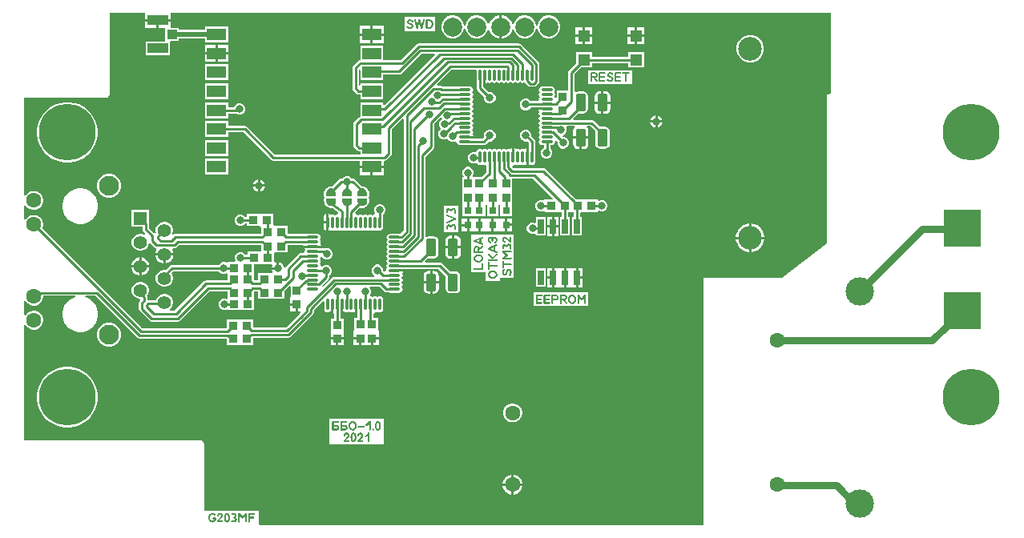
<source format=gtl>
G04*
G04 #@! TF.GenerationSoftware,Altium Limited,Altium Designer,21.0.8 (223)*
G04*
G04 Layer_Physical_Order=1*
G04 Layer_Color=255*
%FSLAX44Y44*%
%MOMM*%
G71*
G04*
G04 #@! TF.SameCoordinates,2EEA6137-B325-4497-8457-BD4E04CF0BC7*
G04*
G04*
G04 #@! TF.FilePolarity,Positive*
G04*
G01*
G75*
%ADD10R,2.2000X1.0500*%
%ADD11R,1.0500X1.0000*%
G04:AMPARAMS|DCode=12|XSize=1.9mm|YSize=1.1mm|CornerRadius=0.275mm|HoleSize=0mm|Usage=FLASHONLY|Rotation=270.000|XOffset=0mm|YOffset=0mm|HoleType=Round|Shape=RoundedRectangle|*
%AMROUNDEDRECTD12*
21,1,1.9000,0.5500,0,0,270.0*
21,1,1.3500,1.1000,0,0,270.0*
1,1,0.5500,-0.2750,-0.6750*
1,1,0.5500,-0.2750,0.6750*
1,1,0.5500,0.2750,0.6750*
1,1,0.5500,0.2750,-0.6750*
%
%ADD12ROUNDEDRECTD12*%
G04:AMPARAMS|DCode=13|XSize=0.5mm|YSize=0.5mm|CornerRadius=0.25mm|HoleSize=0mm|Usage=FLASHONLY|Rotation=180.000|XOffset=0mm|YOffset=0mm|HoleType=Round|Shape=RoundedRectangle|*
%AMROUNDEDRECTD13*
21,1,0.5000,0.0000,0,0,180.0*
21,1,0.0000,0.5000,0,0,180.0*
1,1,0.5000,0.0000,0.0000*
1,1,0.5000,0.0000,0.0000*
1,1,0.5000,0.0000,0.0000*
1,1,0.5000,0.0000,0.0000*
%
%ADD13ROUNDEDRECTD13*%
%ADD14O,0.3000X1.3000*%
%ADD15O,1.3000X0.3000*%
%ADD16R,0.9000X0.9500*%
%ADD17R,0.8000X0.8000*%
%ADD18R,2.0000X1.3000*%
%ADD19R,1.2700X1.2700*%
%ADD20R,0.9500X0.9000*%
%ADD21R,0.6500X1.5250*%
%ADD44C,0.2540*%
%ADD45C,0.8000*%
%ADD46C,0.2560*%
%ADD47C,0.4000*%
%ADD48C,0.5000*%
%ADD49C,2.0000*%
%ADD50C,1.6000*%
%ADD51C,2.5000*%
%ADD52C,1.4000*%
%ADD53R,1.4000X1.4000*%
%ADD54C,2.1000*%
%ADD55R,4.0000X4.0000*%
%ADD56C,3.0000*%
%ADD57C,6.0000*%
%ADD58C,0.8000*%
G36*
X665922Y370014D02*
X661931Y370000D01*
Y212000D01*
X615000Y176000D01*
X532000D01*
Y-85922D01*
X63071Y-85922D01*
X61850Y-84422D01*
Y-70626D01*
X5578D01*
X4150Y-70626D01*
X4078Y-69156D01*
Y-0D01*
X3768Y1561D01*
X2884Y2884D01*
X1561Y3768D01*
X-0Y4078D01*
X-185922D01*
Y125331D01*
X-184422Y125733D01*
X-183920Y124864D01*
X-182058Y123002D01*
X-179778Y121685D01*
X-177235Y121004D01*
X-174602D01*
X-172058Y121685D01*
X-169778Y123002D01*
X-167916Y124864D01*
X-166600Y127144D01*
X-165918Y129688D01*
Y132320D01*
X-166600Y134864D01*
X-167916Y137144D01*
X-169778Y139006D01*
X-172058Y140323D01*
X-174602Y141004D01*
X-177235D01*
X-179778Y140323D01*
X-182058Y139006D01*
X-183920Y137144D01*
X-184422Y136275D01*
X-185922Y136677D01*
Y150731D01*
X-184422Y151133D01*
X-183920Y150264D01*
X-182058Y148402D01*
X-179778Y147086D01*
X-177235Y146404D01*
X-174602D01*
X-172058Y147086D01*
X-169778Y148402D01*
X-167916Y150264D01*
X-166600Y152544D01*
X-165918Y155087D01*
Y156656D01*
X-132406D01*
X-132258Y155156D01*
X-132390Y155129D01*
X-135803Y153716D01*
X-138874Y151664D01*
X-141485Y149052D01*
X-143537Y145982D01*
X-144951Y142569D01*
X-145671Y138947D01*
Y135253D01*
X-144951Y131631D01*
X-143537Y128218D01*
X-141485Y125148D01*
X-138874Y122536D01*
X-135803Y120484D01*
X-132390Y119071D01*
X-128768Y118350D01*
X-125075D01*
X-121452Y119071D01*
X-118040Y120484D01*
X-114969Y122536D01*
X-112357Y125148D01*
X-110305Y128218D01*
X-108892Y131631D01*
X-108171Y135253D01*
Y138947D01*
X-108892Y142569D01*
X-110305Y145982D01*
X-112357Y149052D01*
X-114969Y151664D01*
X-118040Y153716D01*
X-121452Y155129D01*
X-121584Y155156D01*
X-121437Y156656D01*
X-110949D01*
X-66869Y112575D01*
X-66869Y112575D01*
X-65784Y111850D01*
X-64504Y111596D01*
X27804D01*
X28000Y111465D01*
Y104500D01*
X41000D01*
X42500Y104500D01*
X43000Y104500D01*
X56000D01*
Y112596D01*
X93363D01*
X94643Y112850D01*
X95728Y113575D01*
X119012Y136860D01*
X119737Y137944D01*
X119992Y139224D01*
Y141521D01*
X129546Y151074D01*
X130931Y150500D01*
Y142750D01*
X131203Y141384D01*
X131977Y140227D01*
X133134Y139453D01*
X134500Y139181D01*
X135866Y139453D01*
X136542Y139905D01*
X136587Y139837D01*
X137924Y138944D01*
X138230Y138883D01*
Y147750D01*
X140770D01*
Y137758D01*
X141166Y137433D01*
Y132727D01*
X138146D01*
Y120043D01*
X137606Y118767D01*
X137606Y117951D01*
Y112747D01*
X144647D01*
X151686D01*
Y117951D01*
X151686Y118767D01*
X151146Y120043D01*
Y132727D01*
X147834D01*
Y137433D01*
X148230Y137758D01*
Y147750D01*
X150770D01*
Y138883D01*
X151076Y138944D01*
X152413Y139837D01*
X152458Y139905D01*
X153134Y139453D01*
X154500Y139181D01*
X155866Y139453D01*
X157000Y140211D01*
X158134Y139453D01*
X159500Y139181D01*
X160866Y139453D01*
X161542Y139905D01*
X161587Y139837D01*
X162924Y138944D01*
X163230Y138883D01*
Y147750D01*
X165770D01*
Y137758D01*
X166166Y137433D01*
Y132997D01*
X162473D01*
Y120313D01*
X161933Y119037D01*
X161933Y118220D01*
Y113017D01*
X168973D01*
Y111747D01*
X170243D01*
Y104457D01*
X174402D01*
Y104435D01*
X180172D01*
Y111725D01*
X181442D01*
Y112995D01*
X188482D01*
Y118199D01*
X188482Y119015D01*
X187942Y120292D01*
Y132975D01*
X182834D01*
Y137987D01*
X184334Y139214D01*
X184500Y139181D01*
X185866Y139453D01*
X187000Y140211D01*
X188134Y139453D01*
X189500Y139181D01*
X190866Y139453D01*
X192023Y140227D01*
X192797Y141384D01*
X193069Y142750D01*
Y152750D01*
X192797Y154116D01*
X192023Y155273D01*
X190866Y156047D01*
X189500Y156319D01*
X188134Y156047D01*
X187000Y155289D01*
X185866Y156047D01*
X184500Y156319D01*
X183134Y156047D01*
X182000Y155289D01*
X180866Y156047D01*
X179855Y156248D01*
X179292Y157239D01*
X179280Y157266D01*
X179161Y157781D01*
X180000Y159806D01*
Y162194D01*
X179087Y164399D01*
X178890Y164596D01*
X179511Y166096D01*
X189395D01*
X194437Y161053D01*
X195522Y160328D01*
X196802Y160073D01*
X199536D01*
X200250Y159931D01*
X210250D01*
X211616Y160203D01*
X212773Y160977D01*
X213547Y162134D01*
X213819Y163500D01*
X213547Y164866D01*
X212789Y166000D01*
X213547Y167134D01*
X213819Y168500D01*
X213547Y169866D01*
X212789Y171000D01*
X213547Y172134D01*
X213819Y173500D01*
X213547Y174866D01*
X212789Y176000D01*
X213547Y177134D01*
X213819Y178500D01*
X213547Y179866D01*
X213095Y180542D01*
X213163Y180587D01*
X214056Y181924D01*
X214116Y182230D01*
X205250D01*
Y184770D01*
X215242D01*
X215567Y185166D01*
X251600D01*
X259407Y177359D01*
Y164250D01*
X259776Y162397D01*
X260826Y160826D01*
X262397Y159776D01*
X264250Y159407D01*
X269750D01*
X271603Y159776D01*
X273174Y160826D01*
X274224Y162397D01*
X274593Y164250D01*
Y177750D01*
X274224Y179603D01*
X273174Y181175D01*
X271603Y182224D01*
X269750Y182593D01*
X264250D01*
X263710Y182486D01*
X255339Y190858D01*
X254257Y191580D01*
X252981Y191834D01*
X237509D01*
X236935Y193220D01*
X240309Y196594D01*
X241250Y196407D01*
X246750D01*
X248603Y196776D01*
X250175Y197826D01*
X251224Y199397D01*
X251593Y201250D01*
Y214750D01*
X251224Y216603D01*
X250175Y218174D01*
X248603Y219224D01*
X246750Y219593D01*
X241250D01*
X239397Y219224D01*
X238994Y218955D01*
X237494Y219757D01*
Y303779D01*
X246101Y312386D01*
X246824Y313468D01*
X247078Y314744D01*
Y338789D01*
X253287Y344997D01*
X254907Y344681D01*
X255352Y343634D01*
X254971Y343031D01*
X253407Y341466D01*
X252493Y339261D01*
Y336874D01*
X253407Y334669D01*
X254215Y333860D01*
X254062Y333087D01*
X252374Y331399D01*
X251460Y329193D01*
Y326806D01*
X252374Y324601D01*
X254062Y322914D01*
X256267Y322000D01*
X258654D01*
X260104Y322601D01*
X261842Y321937D01*
X261864Y321883D01*
X263552Y320196D01*
X265757Y319282D01*
X268144D01*
X269740Y319943D01*
X270162Y319813D01*
X271173Y319189D01*
X271266Y319075D01*
X271453Y318134D01*
X272227Y316977D01*
X273384Y316203D01*
X274750Y315931D01*
X284750D01*
X285929Y316166D01*
X299500D01*
X300776Y316420D01*
X301857Y317143D01*
X304742Y320027D01*
X304806Y320000D01*
X307194D01*
X309399Y320914D01*
X311087Y322601D01*
X312000Y324807D01*
Y327193D01*
X311087Y329399D01*
X309399Y331087D01*
X307194Y332000D01*
X304806D01*
X302601Y331087D01*
X300913Y329399D01*
X300000Y327193D01*
Y324807D01*
X300027Y324742D01*
X298119Y322834D01*
X290067D01*
X289742Y323230D01*
X279750D01*
Y325770D01*
X288617D01*
X288556Y326076D01*
X287663Y327413D01*
X287595Y327458D01*
X288047Y328134D01*
X288319Y329500D01*
X288047Y330866D01*
X287289Y332000D01*
X288047Y333134D01*
X288319Y334500D01*
X288047Y335866D01*
X287289Y337000D01*
X288047Y338134D01*
X288319Y339500D01*
X288047Y340866D01*
X287289Y342000D01*
X288047Y343134D01*
X288319Y344500D01*
X288047Y345866D01*
X287289Y347000D01*
X288047Y348134D01*
X288319Y349500D01*
X288047Y350866D01*
X287289Y352000D01*
X288047Y353134D01*
X288319Y354500D01*
X288047Y355866D01*
X287289Y357000D01*
X288047Y358134D01*
X288319Y359500D01*
X288047Y360866D01*
X287289Y362000D01*
X288047Y363134D01*
X288319Y364500D01*
X288047Y365866D01*
X287289Y367000D01*
X288047Y368134D01*
X288319Y369500D01*
X288047Y370866D01*
X287289Y372000D01*
X288047Y373134D01*
X288319Y374500D01*
X288047Y375866D01*
X287273Y377023D01*
X286116Y377797D01*
X284750Y378069D01*
X274750D01*
X273571Y377834D01*
X256147D01*
X256077Y377905D01*
X254995Y378628D01*
X253719Y378881D01*
X250271D01*
X249697Y380267D01*
X265616Y396186D01*
X291163D01*
X291931Y395250D01*
Y385250D01*
X292166Y384071D01*
Y376500D01*
X292420Y375224D01*
X293143Y374142D01*
X300027Y367258D01*
X300000Y367193D01*
Y364807D01*
X300913Y362601D01*
X302601Y360914D01*
X304806Y360000D01*
X307194D01*
X309399Y360914D01*
X311087Y362601D01*
X312000Y364807D01*
Y367193D01*
X311087Y369399D01*
X309399Y371087D01*
X307194Y372000D01*
X304806D01*
X304742Y371973D01*
X298834Y377881D01*
Y379933D01*
X299230Y380258D01*
Y390250D01*
X301770D01*
Y381384D01*
X302076Y381444D01*
X303413Y382337D01*
X303458Y382405D01*
X304134Y381953D01*
X305500Y381681D01*
X306866Y381953D01*
X308000Y382711D01*
X309134Y381953D01*
X310500Y381681D01*
X311866Y381953D01*
X313000Y382711D01*
X314134Y381953D01*
X315500Y381681D01*
X316866Y381953D01*
X318000Y382711D01*
X319134Y381953D01*
X320500Y381681D01*
X321866Y381953D01*
X323000Y382711D01*
X324134Y381953D01*
X325500Y381681D01*
X326866Y381953D01*
X328000Y382711D01*
X329134Y381953D01*
X330500Y381681D01*
X331866Y381953D01*
X333000Y382711D01*
X334134Y381953D01*
X335500Y381681D01*
X336866Y381953D01*
X338000Y382711D01*
X339134Y381953D01*
X340500Y381681D01*
X341866Y381953D01*
X342723Y382526D01*
X343231Y381766D01*
X346374Y378623D01*
X347455Y377900D01*
X348731Y377646D01*
X352269D01*
X353545Y377900D01*
X354626Y378623D01*
X357127Y381124D01*
X357850Y382205D01*
X358104Y383481D01*
Y402003D01*
X357850Y403279D01*
X357127Y404361D01*
X338971Y422518D01*
X337889Y423240D01*
X336613Y423494D01*
X230697D01*
X229421Y423240D01*
X228339Y422518D01*
X212156Y406334D01*
X193000D01*
Y421500D01*
X169000D01*
Y406334D01*
X167724Y406080D01*
X166642Y405358D01*
X161642Y400358D01*
X160920Y399276D01*
X160666Y398000D01*
Y376000D01*
X160920Y374724D01*
X161642Y373643D01*
X164643Y370642D01*
X165724Y369920D01*
X167000Y369666D01*
X169000D01*
Y364500D01*
X193000D01*
Y381500D01*
X169000D01*
Y379461D01*
X167500Y378659D01*
X167334Y378770D01*
Y395392D01*
X167500Y395502D01*
X169000Y394701D01*
Y384500D01*
X193000D01*
Y390666D01*
X210250D01*
X211526Y390920D01*
X212607Y391642D01*
X233751Y412786D01*
X247111D01*
X247685Y411400D01*
X194500Y358215D01*
X193000Y358836D01*
Y361500D01*
X169000D01*
Y346160D01*
X168600Y346080D01*
X167518Y345358D01*
X162642Y340482D01*
X161920Y339400D01*
X161666Y338124D01*
Y316000D01*
X161920Y314724D01*
X162642Y313643D01*
X165643Y310643D01*
X166724Y309920D01*
X168000Y309666D01*
X169000D01*
Y306334D01*
X78381D01*
X49358Y335358D01*
X48276Y336080D01*
X47000Y336334D01*
X29250D01*
Y341500D01*
X5250D01*
Y324500D01*
X29250D01*
Y329666D01*
X45619D01*
X74642Y300643D01*
X75724Y299920D01*
X77000Y299666D01*
X168460D01*
Y294270D01*
X181000D01*
X193540D01*
Y299666D01*
X195000D01*
X196276Y299920D01*
X197358Y300643D01*
X201357Y304643D01*
X202080Y305724D01*
X202334Y307000D01*
Y332904D01*
X213280Y343850D01*
X214666Y343276D01*
Y225381D01*
X211207Y221922D01*
X210987D01*
X210250Y222069D01*
X200250D01*
X198884Y221797D01*
X197727Y221023D01*
X196953Y219866D01*
X196681Y218500D01*
X196953Y217134D01*
X197711Y216000D01*
X196953Y214866D01*
X196681Y213500D01*
X196953Y212134D01*
X197711Y211000D01*
X196953Y209866D01*
X196681Y208500D01*
X196953Y207134D01*
X197711Y206000D01*
X196953Y204866D01*
X196681Y203500D01*
X196953Y202134D01*
X197711Y201000D01*
X196953Y199866D01*
X196681Y198500D01*
X196953Y197134D01*
X197711Y196000D01*
X196953Y194866D01*
X196681Y193500D01*
X196953Y192134D01*
X197711Y191000D01*
X196953Y189866D01*
X196681Y188500D01*
X196953Y187134D01*
X197405Y186458D01*
X197337Y186413D01*
X196444Y185076D01*
X196131Y183500D01*
X195120Y182402D01*
X194079Y182360D01*
X192885Y183521D01*
Y184856D01*
X191971Y187061D01*
X190283Y188749D01*
X188078Y189663D01*
X185691D01*
X183486Y188749D01*
X181798Y187061D01*
X180884Y184856D01*
Y182469D01*
X181798Y180264D01*
X183486Y178576D01*
X184046Y178344D01*
X183747Y176844D01*
X141500D01*
X140220Y176590D01*
X139135Y175865D01*
X129516Y166246D01*
X127823Y166674D01*
X127789Y166786D01*
X135358Y174354D01*
X136080Y175435D01*
X136334Y176711D01*
Y177887D01*
X136399Y177913D01*
X138087Y179601D01*
X139000Y181807D01*
Y184193D01*
X138087Y186399D01*
X136399Y188086D01*
X134193Y189000D01*
X131806D01*
X129601Y188086D01*
X129371Y187856D01*
X128683Y187931D01*
X127319Y188500D01*
X127047Y189866D01*
X126289Y191000D01*
X127047Y192134D01*
X127319Y193500D01*
X127047Y194866D01*
X126289Y196000D01*
X127047Y197134D01*
X127153Y197670D01*
X128713Y197823D01*
X128805Y197601D01*
X130493Y195914D01*
X132698Y195000D01*
X135085D01*
X137291Y195914D01*
X138979Y197601D01*
X139892Y199806D01*
Y202194D01*
X138979Y204399D01*
X137291Y206087D01*
X135085Y207000D01*
X132698D01*
X131884Y206663D01*
X131023Y206834D01*
X129067D01*
X128742Y207230D01*
X118750D01*
X109883D01*
X109944Y206924D01*
X110837Y205587D01*
X110905Y205542D01*
X110453Y204866D01*
X110181Y203500D01*
X110222Y203294D01*
X109014Y201794D01*
X106167D01*
X104887Y201540D01*
X103802Y200815D01*
X90585Y187598D01*
X89978Y186689D01*
X89199Y186668D01*
X88420Y186852D01*
X88096Y188062D01*
X87235Y189553D01*
X86018Y190770D01*
X84526Y191632D01*
X83272Y191968D01*
Y185537D01*
X82002D01*
Y184267D01*
X75571D01*
X75908Y183013D01*
X76492Y182000D01*
X75823Y180500D01*
X74500D01*
X74000Y180500D01*
X61000D01*
Y172894D01*
X57000D01*
Y180500D01*
X57000D01*
Y190500D01*
X63000D01*
X64500Y190500D01*
X65000Y190500D01*
X75727D01*
X76449Y189000D01*
X75908Y188062D01*
X75571Y186807D01*
X80732D01*
Y191968D01*
X79478Y191632D01*
X79299Y191528D01*
X78000Y192278D01*
Y201207D01*
X78500Y202500D01*
X79086Y202500D01*
X92000D01*
Y210056D01*
X94770D01*
X94770Y210056D01*
X108758D01*
X108993Y209770D01*
X118750D01*
X127617D01*
X127556Y210076D01*
X126663Y211413D01*
X126595Y211458D01*
X127047Y212134D01*
X127319Y213500D01*
X127047Y214866D01*
X126289Y216000D01*
X127047Y217134D01*
X127319Y218500D01*
X127047Y219866D01*
X126273Y221023D01*
X125116Y221797D01*
X123750Y222069D01*
X113750D01*
X112622Y221844D01*
X96883D01*
X96882Y221844D01*
X92135D01*
X92000Y221980D01*
Y230500D01*
X78500D01*
Y230500D01*
X78500D01*
X77000Y231793D01*
Y243500D01*
X64000D01*
X62500Y243500D01*
X62000Y243500D01*
X49000D01*
Y240334D01*
X47113D01*
X47087Y240399D01*
X45399Y242087D01*
X43193Y243000D01*
X40806D01*
X38601Y242087D01*
X36913Y240399D01*
X36000Y238193D01*
Y235807D01*
X36913Y233601D01*
X38601Y231914D01*
X40806Y231000D01*
X43193D01*
X45399Y231914D01*
X47087Y233601D01*
X47113Y233666D01*
X49000D01*
Y230500D01*
X62000D01*
X62500Y230500D01*
X64000Y229130D01*
Y222394D01*
X-26021D01*
X-27301Y222140D01*
X-28386Y221415D01*
X-28761Y221039D01*
X-29961Y221960D01*
X-29635Y222526D01*
X-29021Y224815D01*
Y227185D01*
X-29635Y229474D01*
X-30819Y231526D01*
X-32495Y233202D01*
X-34547Y234387D01*
X-36836Y235000D01*
X-39206D01*
X-41495Y234387D01*
X-43547Y233202D01*
X-45223Y231526D01*
X-46408Y229474D01*
X-47021Y227185D01*
Y224815D01*
X-46705Y223634D01*
X-47266Y222872D01*
X-49084Y222814D01*
X-54471Y228200D01*
X-54421Y229700D01*
X-54421D01*
Y247700D01*
X-72421D01*
Y229700D01*
X-61344D01*
Y227000D01*
X-61090Y225720D01*
X-60365Y224635D01*
X-58056Y222327D01*
X-58977Y221127D01*
X-59947Y221687D01*
X-62236Y222300D01*
X-64606D01*
X-66895Y221687D01*
X-68947Y220502D01*
X-70623Y218826D01*
X-71808Y216774D01*
X-72421Y214485D01*
Y212115D01*
X-71808Y209826D01*
X-70623Y207774D01*
X-68947Y206098D01*
X-66895Y204913D01*
X-64606Y204300D01*
X-62236D01*
X-59947Y204913D01*
X-57895Y206098D01*
X-56220Y207774D01*
X-55035Y209826D01*
X-54517Y211756D01*
X-53795Y212124D01*
X-53688Y212153D01*
X-52921Y212192D01*
X-48745Y208015D01*
X-47660Y207290D01*
X-46984Y207156D01*
X-46233Y205892D01*
X-46187Y205536D01*
X-46911Y204282D01*
X-47558Y201870D01*
X-28485D01*
X-29131Y204282D01*
X-29855Y205536D01*
X-28989Y207036D01*
X-27478D01*
X-26199Y207290D01*
X-25114Y208015D01*
X-22523Y210606D01*
X64000D01*
Y204793D01*
X63500Y203500D01*
X62500Y203500D01*
X50000D01*
Y200334D01*
X47519D01*
X47492Y200399D01*
X45805Y202087D01*
X43599Y203000D01*
X41212D01*
X39007Y202087D01*
X37319Y200399D01*
X36406Y198193D01*
Y195807D01*
X37154Y194000D01*
X36461Y192500D01*
X29000D01*
Y192500D01*
X27500Y191655D01*
X26130Y192222D01*
X23743D01*
X21538Y191309D01*
X19850Y189621D01*
X19828Y189566D01*
X-30077D01*
X-31357Y189312D01*
X-32441Y188587D01*
X-36830Y184198D01*
X-36836Y184200D01*
X-39206D01*
X-41495Y183587D01*
X-43547Y182402D01*
X-45223Y180726D01*
X-46408Y178674D01*
X-47021Y176385D01*
Y174015D01*
X-46408Y171726D01*
X-45223Y169674D01*
X-43547Y167998D01*
X-41495Y166813D01*
X-39206Y166200D01*
X-36836D01*
X-34547Y166813D01*
X-32495Y167998D01*
X-30819Y169674D01*
X-29635Y171726D01*
X-29021Y174015D01*
Y176385D01*
X-29635Y178674D01*
X-30819Y180726D01*
X-30831Y180738D01*
X-28692Y182878D01*
X19828D01*
X19850Y182824D01*
X21538Y181136D01*
X23743Y180222D01*
X26130D01*
X27500Y180790D01*
X29000Y179840D01*
Y179500D01*
X29000D01*
Y172894D01*
X6090D01*
X4811Y172640D01*
X3726Y171915D01*
X-26889Y141300D01*
X-31744D01*
X-32137Y141979D01*
X-32293Y142800D01*
X-30819Y144274D01*
X-29635Y146326D01*
X-29021Y148615D01*
Y150985D01*
X-29635Y153274D01*
X-30819Y155326D01*
X-32495Y157002D01*
X-34547Y158187D01*
X-36836Y158800D01*
X-39206D01*
X-41495Y158187D01*
X-43547Y157002D01*
X-45223Y155326D01*
X-46408Y153274D01*
X-46712Y152140D01*
X-54917D01*
X-55023Y152119D01*
X-56182Y153071D01*
Y155510D01*
X-56431Y156762D01*
X-56220Y156974D01*
X-55035Y159026D01*
X-54421Y161315D01*
Y163685D01*
X-55035Y165974D01*
X-56220Y168026D01*
X-57895Y169702D01*
X-59947Y170887D01*
X-62236Y171500D01*
X-64606D01*
X-66895Y170887D01*
X-68947Y169702D01*
X-70623Y168026D01*
X-71808Y165974D01*
X-72421Y163685D01*
Y161315D01*
X-71808Y159026D01*
X-70623Y156974D01*
X-68947Y155298D01*
X-66895Y154113D01*
X-64606Y153500D01*
X-64276D01*
X-63654Y152000D01*
X-63881Y151774D01*
X-64606Y150689D01*
X-64860Y149409D01*
Y143063D01*
X-64606Y141783D01*
X-63881Y140698D01*
X-53674Y130491D01*
X-52589Y129766D01*
X-51309Y129512D01*
X-51309Y129512D01*
X-23391D01*
X-22111Y129766D01*
X-21026Y130491D01*
X9588Y161106D01*
X29000D01*
Y154500D01*
X29000D01*
Y154117D01*
X27500Y153115D01*
X26340Y153595D01*
X23953D01*
X21748Y152682D01*
X20060Y150994D01*
X19146Y148789D01*
Y146402D01*
X20060Y144197D01*
X21748Y142509D01*
X23953Y141595D01*
X26340D01*
X27500Y142076D01*
X29000Y141500D01*
Y141500D01*
X42500D01*
Y141500D01*
X43500D01*
Y141500D01*
X57000D01*
Y154500D01*
X57000D01*
Y161106D01*
X61000D01*
Y153500D01*
X74000D01*
X75500Y153500D01*
X76000Y153500D01*
X89000D01*
Y161770D01*
X94114Y166885D01*
X95500Y166311D01*
Y156316D01*
X94960Y155040D01*
X94960Y155040D01*
X94960Y155040D01*
Y149020D01*
X102000D01*
Y147750D01*
X103270D01*
Y140460D01*
X105452D01*
X106026Y139074D01*
X104787Y137835D01*
X104787Y137835D01*
X90296Y123344D01*
X56000D01*
Y131500D01*
X43000D01*
X41500Y131500D01*
X41000Y131500D01*
X28000D01*
Y122979D01*
X27365Y122344D01*
X-61437D01*
X-166867Y227774D01*
X-166600Y228236D01*
X-165918Y230779D01*
Y233412D01*
X-166600Y235956D01*
X-167916Y238236D01*
X-169778Y240098D01*
X-172058Y241415D01*
X-174602Y242096D01*
X-177235D01*
X-179778Y241415D01*
X-182058Y240098D01*
X-183920Y238236D01*
X-184422Y237367D01*
X-185922Y237769D01*
Y251823D01*
X-184422Y252225D01*
X-183920Y251356D01*
X-182058Y249494D01*
X-179778Y248178D01*
X-177235Y247496D01*
X-174602D01*
X-172058Y248178D01*
X-169778Y249494D01*
X-167916Y251356D01*
X-166600Y253636D01*
X-165918Y256180D01*
Y258813D01*
X-166600Y261356D01*
X-167916Y263636D01*
X-169778Y265498D01*
X-172058Y266814D01*
X-174602Y267496D01*
X-177235D01*
X-179778Y266814D01*
X-182058Y265498D01*
X-183920Y263636D01*
X-184422Y262767D01*
X-185922Y263169D01*
Y365922D01*
X-100000D01*
X-98439Y366232D01*
X-97116Y367116D01*
X-96232Y368439D01*
X-95922Y370000D01*
Y455922D01*
X-59985D01*
X-58540Y455790D01*
X-58540Y454422D01*
Y449270D01*
X-31460D01*
X-31460Y455790D01*
X-30015Y455922D01*
X665922D01*
Y370014D01*
D02*
G37*
G36*
X12967Y-72890D02*
X13120Y-72904D01*
X13300Y-72932D01*
X13508Y-72973D01*
X13744Y-73029D01*
X13993Y-73112D01*
X14257Y-73209D01*
X14534Y-73320D01*
X14812Y-73472D01*
X15089Y-73653D01*
X15352Y-73861D01*
X15616Y-74110D01*
X15866Y-74402D01*
X16087Y-74721D01*
Y-74734D01*
X16115Y-74762D01*
X16129Y-74804D01*
X16157Y-74859D01*
X16198Y-75012D01*
X16226Y-75192D01*
Y-75206D01*
Y-75261D01*
X16212Y-75331D01*
X16185Y-75428D01*
X16157Y-75525D01*
X16101Y-75636D01*
X16032Y-75747D01*
X15935Y-75858D01*
X15921Y-75872D01*
X15893Y-75899D01*
X15824Y-75941D01*
X15755Y-75983D01*
X15658Y-76024D01*
X15547Y-76066D01*
X15422Y-76094D01*
X15297Y-76107D01*
X15283D01*
X15228Y-76094D01*
X15158Y-76080D01*
X15061Y-76052D01*
X14936Y-76010D01*
X14812Y-75927D01*
X14659Y-75830D01*
X14520Y-75691D01*
X14493Y-75664D01*
X14437Y-75594D01*
X14354Y-75497D01*
X14243Y-75372D01*
X14007Y-75095D01*
X13896Y-74956D01*
X13813Y-74832D01*
X13799D01*
X13744Y-74804D01*
X13647Y-74790D01*
X13536Y-74762D01*
X13383Y-74734D01*
X13203Y-74721D01*
X12995Y-74693D01*
X12648D01*
X12579Y-74707D01*
X12482Y-74721D01*
X12371Y-74748D01*
X12107Y-74832D01*
X11969Y-74887D01*
X11816Y-74956D01*
X11664Y-75040D01*
X11497Y-75137D01*
X11344Y-75261D01*
X11192Y-75414D01*
X11039Y-75567D01*
X10901Y-75761D01*
X10887Y-75775D01*
X10873Y-75802D01*
X10845Y-75858D01*
X10804Y-75927D01*
X10748Y-76024D01*
X10693Y-76135D01*
X10637Y-76260D01*
X10568Y-76399D01*
X10512Y-76551D01*
X10443Y-76718D01*
X10346Y-77092D01*
X10263Y-77494D01*
X10249Y-77716D01*
X10235Y-77938D01*
Y-77952D01*
Y-77993D01*
Y-78049D01*
X10249Y-78146D01*
Y-78243D01*
X10277Y-78368D01*
X10290Y-78507D01*
X10318Y-78659D01*
X10402Y-79006D01*
X10512Y-79366D01*
X10679Y-79741D01*
X10790Y-79935D01*
X10901Y-80115D01*
X10915Y-80129D01*
X10928Y-80157D01*
X10970Y-80212D01*
X11039Y-80282D01*
X11109Y-80365D01*
X11192Y-80448D01*
X11289Y-80545D01*
X11414Y-80642D01*
X11677Y-80850D01*
X11996Y-81017D01*
X12163Y-81086D01*
X12343Y-81142D01*
X12537Y-81169D01*
X12745Y-81183D01*
X12815D01*
X12870Y-81169D01*
X13009Y-81156D01*
X13189Y-81128D01*
X13397Y-81072D01*
X13619Y-80989D01*
X13855Y-80878D01*
X14077Y-80726D01*
X14090D01*
X14104Y-80698D01*
X14174Y-80642D01*
X14271Y-80545D01*
X14396Y-80407D01*
X14520Y-80240D01*
X14645Y-80046D01*
X14742Y-79838D01*
X14812Y-79616D01*
X13910Y-79588D01*
X13896D01*
X13841Y-79574D01*
X13772D01*
X13674Y-79547D01*
X13563Y-79505D01*
X13453Y-79450D01*
X13342Y-79380D01*
X13231Y-79283D01*
X13217Y-79269D01*
X13203Y-79242D01*
X13161Y-79186D01*
X13120Y-79103D01*
X13078Y-79020D01*
X13050Y-78923D01*
X13023Y-78812D01*
X13009Y-78687D01*
Y-78673D01*
Y-78632D01*
X13023Y-78562D01*
X13036Y-78479D01*
X13064Y-78382D01*
X13106Y-78285D01*
X13161Y-78174D01*
X13231Y-78077D01*
X13245Y-78063D01*
X13286Y-78035D01*
X13342Y-77980D01*
X13425Y-77924D01*
X13522Y-77869D01*
X13647Y-77813D01*
X13772Y-77786D01*
X13924Y-77772D01*
X15782D01*
X15852Y-77786D01*
X15935Y-77799D01*
X16032Y-77841D01*
X16143Y-77883D01*
X16254Y-77952D01*
X16351Y-78049D01*
X16365Y-78063D01*
X16393Y-78091D01*
X16434Y-78146D01*
X16490Y-78229D01*
X16545Y-78326D01*
X16587Y-78423D01*
X16615Y-78548D01*
X16628Y-78687D01*
Y-79547D01*
Y-79561D01*
Y-79616D01*
X16615Y-79699D01*
Y-79796D01*
X16587Y-79935D01*
X16559Y-80088D01*
X16531Y-80254D01*
X16476Y-80448D01*
X16407Y-80642D01*
X16323Y-80850D01*
X16226Y-81058D01*
X16101Y-81266D01*
X15963Y-81488D01*
X15796Y-81696D01*
X15616Y-81904D01*
X15394Y-82099D01*
X15380Y-82112D01*
X15339Y-82140D01*
X15283Y-82182D01*
X15200Y-82237D01*
X15089Y-82307D01*
X14964Y-82390D01*
X14812Y-82459D01*
X14645Y-82542D01*
X14465Y-82639D01*
X14271Y-82709D01*
X14049Y-82792D01*
X13827Y-82861D01*
X13591Y-82917D01*
X13342Y-82958D01*
X13078Y-82986D01*
X12801Y-83000D01*
X12717D01*
X12607Y-82986D01*
X12482Y-82972D01*
X12315Y-82944D01*
X12121Y-82917D01*
X11899Y-82861D01*
X11664Y-82792D01*
X11414Y-82709D01*
X11150Y-82612D01*
X10887Y-82473D01*
X10623Y-82320D01*
X10346Y-82140D01*
X10082Y-81918D01*
X9833Y-81669D01*
X9583Y-81391D01*
X9569Y-81377D01*
X9528Y-81322D01*
X9472Y-81239D01*
X9403Y-81128D01*
X9306Y-80989D01*
X9209Y-80823D01*
X9098Y-80628D01*
X9001Y-80407D01*
X8890Y-80157D01*
X8779Y-79893D01*
X8682Y-79616D01*
X8585Y-79311D01*
X8515Y-78992D01*
X8460Y-78645D01*
X8418Y-78299D01*
X8404Y-77938D01*
Y-77910D01*
Y-77855D01*
X8418Y-77744D01*
Y-77605D01*
X8446Y-77439D01*
X8460Y-77245D01*
X8501Y-77023D01*
X8557Y-76773D01*
X8612Y-76523D01*
X8696Y-76246D01*
X8779Y-75955D01*
X8890Y-75664D01*
X9028Y-75372D01*
X9181Y-75081D01*
X9361Y-74790D01*
X9569Y-74499D01*
X9583Y-74485D01*
X9625Y-74429D01*
X9694Y-74346D01*
X9791Y-74249D01*
X9916Y-74124D01*
X10069Y-73986D01*
X10249Y-73833D01*
X10443Y-73680D01*
X10665Y-73542D01*
X10901Y-73389D01*
X11164Y-73250D01*
X11442Y-73126D01*
X11747Y-73029D01*
X12066Y-72945D01*
X12412Y-72890D01*
X12759Y-72876D01*
X12856D01*
X12967Y-72890D01*
D02*
G37*
G36*
X48234Y-72904D02*
X48318Y-72918D01*
X48415Y-72959D01*
X48526Y-73001D01*
X48637Y-73070D01*
X48734Y-73153D01*
X48748Y-73167D01*
X48775Y-73195D01*
X48817Y-73250D01*
X48872Y-73334D01*
X48928Y-73431D01*
X48969Y-73528D01*
X48997Y-73653D01*
X49011Y-73791D01*
Y-82099D01*
Y-82112D01*
Y-82168D01*
X48997Y-82237D01*
X48969Y-82334D01*
X48942Y-82445D01*
X48886Y-82556D01*
X48803Y-82667D01*
X48706Y-82778D01*
X48692Y-82792D01*
X48664Y-82806D01*
X48609Y-82847D01*
X48540Y-82889D01*
X48443Y-82931D01*
X48345Y-82958D01*
X48221Y-82986D01*
X48096Y-83000D01*
X48040D01*
X47971Y-82986D01*
X47888Y-82958D01*
X47791Y-82931D01*
X47680Y-82889D01*
X47555Y-82820D01*
X47444Y-82723D01*
X47430Y-82709D01*
X47402Y-82681D01*
X47361Y-82639D01*
X47319Y-82570D01*
X47264Y-82473D01*
X47222Y-82376D01*
X47194Y-82251D01*
X47180Y-82099D01*
Y-75830D01*
X45225Y-78867D01*
X45211Y-78881D01*
X45170Y-78923D01*
X45114Y-78992D01*
X45031Y-79047D01*
X44920Y-79117D01*
X44795Y-79186D01*
X44656Y-79228D01*
X44490Y-79242D01*
X44407D01*
X44324Y-79228D01*
X44226Y-79200D01*
X44102Y-79145D01*
X43977Y-79089D01*
X43852Y-78992D01*
X43741Y-78867D01*
X41786Y-75844D01*
Y-82099D01*
Y-82112D01*
Y-82168D01*
X41772Y-82237D01*
X41744Y-82334D01*
X41716Y-82445D01*
X41661Y-82556D01*
X41578Y-82667D01*
X41480Y-82778D01*
X41467Y-82792D01*
X41439Y-82806D01*
X41384Y-82847D01*
X41300Y-82889D01*
X41217Y-82931D01*
X41106Y-82958D01*
X40995Y-82986D01*
X40870Y-83000D01*
X40815D01*
X40746Y-82986D01*
X40662Y-82958D01*
X40551Y-82931D01*
X40440Y-82889D01*
X40329Y-82820D01*
X40205Y-82723D01*
X40191Y-82709D01*
X40163Y-82681D01*
X40121Y-82639D01*
X40080Y-82570D01*
X40038Y-82473D01*
X39997Y-82376D01*
X39969Y-82251D01*
X39955Y-82099D01*
Y-73791D01*
Y-73777D01*
Y-73736D01*
X39969Y-73667D01*
X39983Y-73583D01*
X40024Y-73486D01*
X40066Y-73375D01*
X40135Y-73264D01*
X40219Y-73167D01*
X40232Y-73153D01*
X40274Y-73126D01*
X40329Y-73084D01*
X40399Y-73029D01*
X40496Y-72973D01*
X40607Y-72932D01*
X40732Y-72904D01*
X40870Y-72890D01*
X41245D01*
X41328Y-72904D01*
X41425Y-72932D01*
X41536Y-72987D01*
X41661Y-73042D01*
X41786Y-73140D01*
X41897Y-73264D01*
X44476Y-76912D01*
X47056Y-73264D01*
X47070Y-73250D01*
X47111Y-73209D01*
X47167Y-73140D01*
X47250Y-73070D01*
X47361Y-73015D01*
X47486Y-72945D01*
X47638Y-72904D01*
X47804Y-72890D01*
X48165D01*
X48234Y-72904D01*
D02*
G37*
G36*
X36155Y-73029D02*
X36238D01*
X36335Y-73056D01*
X36571Y-73098D01*
X36821Y-73181D01*
X37098Y-73306D01*
X37237Y-73389D01*
X37376Y-73472D01*
X37514Y-73583D01*
X37639Y-73708D01*
X37653Y-73722D01*
X37667Y-73736D01*
X37694Y-73777D01*
X37736Y-73819D01*
X37847Y-73972D01*
X37972Y-74152D01*
X38083Y-74388D01*
X38194Y-74651D01*
X38263Y-74956D01*
X38291Y-75123D01*
Y-75289D01*
Y-75303D01*
Y-75317D01*
Y-75359D01*
X38277Y-75414D01*
X38263Y-75567D01*
X38221Y-75761D01*
X38166Y-75969D01*
X38069Y-76218D01*
X37944Y-76454D01*
X37778Y-76704D01*
X36946Y-77702D01*
X37778Y-78382D01*
X37792Y-78396D01*
X37819Y-78423D01*
X37861Y-78465D01*
X37916Y-78520D01*
X37986Y-78590D01*
X38055Y-78687D01*
X38138Y-78798D01*
X38221Y-78909D01*
X38374Y-79186D01*
X38513Y-79505D01*
X38568Y-79686D01*
X38610Y-79880D01*
X38637Y-80074D01*
X38651Y-80282D01*
Y-80296D01*
Y-80323D01*
Y-80379D01*
X38637Y-80462D01*
X38624Y-80545D01*
X38610Y-80656D01*
X38568Y-80892D01*
X38485Y-81183D01*
X38360Y-81475D01*
X38277Y-81641D01*
X38180Y-81793D01*
X38069Y-81932D01*
X37944Y-82085D01*
X37930Y-82099D01*
X37916Y-82112D01*
X37875Y-82154D01*
X37805Y-82210D01*
X37736Y-82265D01*
X37653Y-82334D01*
X37542Y-82417D01*
X37431Y-82487D01*
X37154Y-82639D01*
X36835Y-82764D01*
X36654Y-82820D01*
X36460Y-82847D01*
X36266Y-82875D01*
X36058Y-82889D01*
X33159D01*
X33104Y-82875D01*
X32952Y-82847D01*
X32785Y-82778D01*
X32619Y-82667D01*
X32535Y-82598D01*
X32466Y-82515D01*
X32411Y-82404D01*
X32369Y-82279D01*
X32341Y-82140D01*
X32327Y-81988D01*
Y-81974D01*
Y-81946D01*
Y-81904D01*
X32341Y-81849D01*
X32383Y-81696D01*
X32438Y-81530D01*
X32549Y-81377D01*
X32619Y-81294D01*
X32716Y-81225D01*
X32813Y-81169D01*
X32938Y-81128D01*
X33076Y-81100D01*
X33243Y-81086D01*
X36114D01*
X36169Y-81072D01*
X36252Y-81058D01*
X36335Y-81031D01*
X36432Y-80989D01*
X36516Y-80934D01*
X36599Y-80850D01*
X36613Y-80836D01*
X36641Y-80809D01*
X36668Y-80753D01*
X36710Y-80698D01*
X36751Y-80615D01*
X36793Y-80518D01*
X36807Y-80407D01*
X36821Y-80296D01*
Y-80282D01*
Y-80240D01*
X36807Y-80185D01*
X36793Y-80101D01*
X36751Y-80018D01*
X36710Y-79921D01*
X36641Y-79824D01*
X36557Y-79741D01*
X36543Y-79727D01*
X36502Y-79699D01*
X36446Y-79644D01*
X36363Y-79574D01*
X36280Y-79491D01*
X36169Y-79394D01*
X35947Y-79186D01*
X35725Y-78992D01*
X35517Y-78798D01*
X35434Y-78728D01*
X35365Y-78673D01*
X35323Y-78632D01*
X35295Y-78604D01*
X35281Y-78590D01*
X35226Y-78520D01*
X35157Y-78437D01*
X35073Y-78326D01*
X34990Y-78201D01*
X34921Y-78077D01*
X34865Y-77938D01*
X34851Y-77799D01*
Y-77786D01*
Y-77744D01*
X34879Y-77661D01*
X34907Y-77564D01*
X34948Y-77453D01*
X35018Y-77300D01*
X35115Y-77134D01*
X35240Y-76953D01*
X35254Y-76940D01*
X35268Y-76926D01*
X35309Y-76884D01*
X35351Y-76829D01*
X35475Y-76690D01*
X35614Y-76510D01*
X35794Y-76315D01*
X35975Y-76094D01*
X36155Y-75886D01*
X36321Y-75691D01*
Y-75677D01*
X36335Y-75650D01*
X36363Y-75608D01*
X36391Y-75553D01*
X36432Y-75414D01*
X36446Y-75289D01*
Y-75275D01*
Y-75261D01*
X36432Y-75178D01*
X36391Y-75067D01*
X36308Y-74956D01*
X36280Y-74929D01*
X36224Y-74887D01*
X36127Y-74845D01*
X35989Y-74818D01*
X33756D01*
X33700Y-74804D01*
X33548Y-74776D01*
X33381Y-74707D01*
X33215Y-74596D01*
X33132Y-74526D01*
X33062Y-74443D01*
X33007Y-74332D01*
X32965Y-74207D01*
X32938Y-74069D01*
X32924Y-73916D01*
Y-73902D01*
Y-73875D01*
Y-73833D01*
X32938Y-73777D01*
X32979Y-73625D01*
X33035Y-73459D01*
X33146Y-73306D01*
X33215Y-73223D01*
X33312Y-73153D01*
X33409Y-73098D01*
X33534Y-73056D01*
X33673Y-73029D01*
X33839Y-73015D01*
X36086D01*
X36155Y-73029D01*
D02*
G37*
G36*
X21011Y-72890D02*
X21136Y-72904D01*
X21288Y-72918D01*
X21455Y-72945D01*
X21649Y-73001D01*
X21829Y-73056D01*
X21843D01*
X21871Y-73070D01*
X21912Y-73098D01*
X21982Y-73126D01*
X22065Y-73153D01*
X22148Y-73209D01*
X22356Y-73320D01*
X22592Y-73486D01*
X22841Y-73680D01*
X23077Y-73916D01*
X23299Y-74194D01*
Y-74207D01*
X23327Y-74235D01*
X23354Y-74277D01*
X23382Y-74332D01*
X23424Y-74402D01*
X23465Y-74485D01*
X23563Y-74693D01*
X23660Y-74956D01*
X23743Y-75234D01*
X23798Y-75553D01*
X23826Y-75899D01*
Y-75913D01*
Y-75941D01*
Y-75996D01*
X23812Y-76080D01*
Y-76163D01*
X23798Y-76274D01*
X23743Y-76523D01*
X23660Y-76815D01*
X23549Y-77134D01*
X23382Y-77453D01*
X23271Y-77619D01*
X23160Y-77772D01*
X20317Y-81086D01*
X23147D01*
X23202Y-81100D01*
X23354Y-81128D01*
X23521Y-81197D01*
X23687Y-81308D01*
X23771Y-81377D01*
X23840Y-81461D01*
X23895Y-81572D01*
X23937Y-81696D01*
X23965Y-81835D01*
X23979Y-81988D01*
Y-82001D01*
Y-82029D01*
Y-82071D01*
X23965Y-82126D01*
X23937Y-82279D01*
X23868Y-82431D01*
X23757Y-82598D01*
X23687Y-82681D01*
X23590Y-82750D01*
X23493Y-82806D01*
X23368Y-82847D01*
X23230Y-82875D01*
X23063Y-82889D01*
X18487D01*
X18431Y-82875D01*
X18279Y-82847D01*
X18098Y-82792D01*
X17904Y-82695D01*
X17821Y-82626D01*
X17752Y-82556D01*
X17696Y-82459D01*
X17641Y-82362D01*
X17613Y-82237D01*
X17599Y-82099D01*
Y-82085D01*
Y-82043D01*
X17613Y-81974D01*
X17627Y-81877D01*
X17668Y-81780D01*
X17710Y-81669D01*
X17779Y-81544D01*
X17863Y-81419D01*
X17876Y-81405D01*
X17918Y-81350D01*
X18001Y-81266D01*
X18098Y-81142D01*
X18223Y-81003D01*
X18362Y-80836D01*
X18528Y-80642D01*
X18709Y-80421D01*
X18903Y-80199D01*
X19125Y-79949D01*
X19582Y-79408D01*
X20068Y-78840D01*
X20567Y-78257D01*
X20581Y-78243D01*
X20622Y-78174D01*
X20706Y-78091D01*
X20789Y-77966D01*
X20900Y-77827D01*
X21025Y-77661D01*
X21149Y-77467D01*
X21288Y-77272D01*
X21538Y-76856D01*
X21663Y-76634D01*
X21774Y-76413D01*
X21871Y-76218D01*
X21940Y-76010D01*
X21982Y-75830D01*
X21995Y-75664D01*
Y-75650D01*
Y-75636D01*
X21982Y-75567D01*
X21954Y-75456D01*
X21898Y-75317D01*
X21801Y-75164D01*
X21746Y-75095D01*
X21663Y-75026D01*
X21565Y-74942D01*
X21468Y-74887D01*
X21344Y-74818D01*
X21205Y-74762D01*
X21191D01*
X21177Y-74748D01*
X21080Y-74721D01*
X20955Y-74707D01*
X20817Y-74693D01*
X20733D01*
X20650Y-74707D01*
X20539Y-74734D01*
X20401Y-74776D01*
X20262Y-74845D01*
X20123Y-74929D01*
X19985Y-75040D01*
X19971Y-75053D01*
X19929Y-75095D01*
X19874Y-75178D01*
X19818Y-75275D01*
X19749Y-75400D01*
X19693Y-75539D01*
X19652Y-75705D01*
X19638Y-75886D01*
Y-75899D01*
Y-75927D01*
Y-75969D01*
X19624Y-76024D01*
X19596Y-76177D01*
X19527Y-76329D01*
X19416Y-76496D01*
X19347Y-76579D01*
X19250Y-76648D01*
X19152Y-76704D01*
X19028Y-76745D01*
X18889Y-76773D01*
X18722Y-76787D01*
X18639D01*
X18584Y-76773D01*
X18431Y-76745D01*
X18265Y-76676D01*
X18098Y-76565D01*
X18015Y-76496D01*
X17946Y-76413D01*
X17890Y-76302D01*
X17849Y-76177D01*
X17821Y-76038D01*
X17807Y-75886D01*
Y-75872D01*
Y-75830D01*
Y-75761D01*
X17821Y-75677D01*
X17835Y-75567D01*
X17863Y-75442D01*
X17890Y-75303D01*
X17918Y-75150D01*
X18029Y-74804D01*
X18098Y-74637D01*
X18196Y-74457D01*
X18293Y-74277D01*
X18417Y-74096D01*
X18556Y-73916D01*
X18722Y-73750D01*
X18736Y-73736D01*
X18764Y-73708D01*
X18806Y-73667D01*
X18875Y-73611D01*
X18958Y-73542D01*
X19069Y-73472D01*
X19180Y-73389D01*
X19319Y-73306D01*
X19457Y-73237D01*
X19624Y-73153D01*
X19971Y-73015D01*
X20165Y-72959D01*
X20373Y-72918D01*
X20595Y-72890D01*
X20817Y-72876D01*
X20900D01*
X21011Y-72890D01*
D02*
G37*
G36*
X56791Y-73029D02*
X56888Y-73042D01*
X56985Y-73084D01*
X57096Y-73126D01*
X57207Y-73195D01*
X57304Y-73278D01*
X57318Y-73292D01*
X57346Y-73320D01*
X57388Y-73375D01*
X57443Y-73445D01*
X57485Y-73542D01*
X57526Y-73653D01*
X57554Y-73777D01*
X57568Y-73916D01*
Y-73930D01*
Y-73986D01*
X57554Y-74055D01*
X57540Y-74138D01*
X57498Y-74249D01*
X57457Y-74360D01*
X57388Y-74457D01*
X57304Y-74568D01*
X57291Y-74582D01*
X57263Y-74610D01*
X57207Y-74651D01*
X57124Y-74693D01*
X57041Y-74734D01*
X56930Y-74776D01*
X56791Y-74804D01*
X56653Y-74818D01*
X52312D01*
Y-77009D01*
X56250D01*
X56320Y-77023D01*
X56417Y-77037D01*
X56514Y-77078D01*
X56625Y-77120D01*
X56736Y-77189D01*
X56847Y-77272D01*
X56861Y-77286D01*
X56888Y-77314D01*
X56930Y-77369D01*
X56985Y-77439D01*
X57041Y-77536D01*
X57083Y-77647D01*
X57110Y-77772D01*
X57124Y-77910D01*
Y-77924D01*
Y-77980D01*
X57110Y-78049D01*
X57096Y-78146D01*
X57055Y-78243D01*
X57013Y-78354D01*
X56944Y-78465D01*
X56847Y-78576D01*
X56833Y-78590D01*
X56791Y-78618D01*
X56736Y-78659D01*
X56666Y-78701D01*
X56569Y-78742D01*
X56445Y-78784D01*
X56320Y-78812D01*
X56181Y-78826D01*
X52312D01*
Y-82099D01*
Y-82112D01*
Y-82168D01*
X52298Y-82237D01*
X52284Y-82320D01*
X52242Y-82431D01*
X52201Y-82542D01*
X52132Y-82639D01*
X52048Y-82750D01*
X52034Y-82764D01*
X52007Y-82792D01*
X51951Y-82834D01*
X51868Y-82875D01*
X51785Y-82917D01*
X51674Y-82958D01*
X51535Y-82986D01*
X51396Y-83000D01*
X51327D01*
X51258Y-82986D01*
X51175Y-82972D01*
X51064Y-82944D01*
X50953Y-82889D01*
X50856Y-82834D01*
X50745Y-82750D01*
X50731Y-82737D01*
X50703Y-82709D01*
X50661Y-82639D01*
X50620Y-82570D01*
X50564Y-82473D01*
X50523Y-82362D01*
X50495Y-82237D01*
X50481Y-82099D01*
Y-73916D01*
Y-73902D01*
Y-73861D01*
X50495Y-73791D01*
X50523Y-73708D01*
X50550Y-73611D01*
X50592Y-73500D01*
X50661Y-73389D01*
X50759Y-73292D01*
X50772Y-73278D01*
X50814Y-73250D01*
X50869Y-73209D01*
X50939Y-73153D01*
X51036Y-73098D01*
X51147Y-73056D01*
X51272Y-73029D01*
X51396Y-73015D01*
X56722D01*
X56791Y-73029D01*
D02*
G37*
G36*
X28306Y-72904D02*
X28417D01*
X28528Y-72932D01*
X28680Y-72959D01*
X28833Y-73001D01*
X28999Y-73056D01*
X29179Y-73126D01*
X29360Y-73209D01*
X29540Y-73320D01*
X29720Y-73445D01*
X29900Y-73583D01*
X30067Y-73764D01*
X30219Y-73958D01*
X30358Y-74194D01*
X30372Y-74207D01*
X30400Y-74277D01*
X30441Y-74374D01*
X30511Y-74499D01*
X30580Y-74665D01*
X30663Y-74845D01*
X30746Y-75067D01*
X30844Y-75317D01*
X30927Y-75594D01*
X31010Y-75886D01*
X31093Y-76191D01*
X31162Y-76510D01*
X31232Y-76856D01*
X31273Y-77217D01*
X31301Y-77578D01*
X31315Y-77952D01*
Y-77980D01*
Y-78035D01*
Y-78146D01*
X31301Y-78299D01*
X31287Y-78465D01*
X31260Y-78673D01*
X31232Y-78909D01*
X31190Y-79172D01*
X31149Y-79450D01*
X31079Y-79755D01*
X31010Y-80060D01*
X30913Y-80379D01*
X30802Y-80712D01*
X30677Y-81045D01*
X30524Y-81377D01*
X30358Y-81710D01*
X30344Y-81724D01*
X30330Y-81766D01*
X30289Y-81835D01*
X30219Y-81904D01*
X30150Y-82015D01*
X30053Y-82112D01*
X29942Y-82237D01*
X29817Y-82348D01*
X29678Y-82473D01*
X29512Y-82598D01*
X29332Y-82695D01*
X29138Y-82792D01*
X28916Y-82875D01*
X28694Y-82944D01*
X28430Y-82986D01*
X28167Y-83000D01*
X28098D01*
X28028Y-82986D01*
X27917D01*
X27792Y-82958D01*
X27654Y-82931D01*
X27501Y-82889D01*
X27335Y-82834D01*
X27155Y-82764D01*
X26974Y-82681D01*
X26794Y-82584D01*
X26600Y-82459D01*
X26433Y-82307D01*
X26267Y-82140D01*
X26100Y-81932D01*
X25962Y-81710D01*
X25948Y-81696D01*
X25920Y-81627D01*
X25879Y-81530D01*
X25809Y-81405D01*
X25740Y-81239D01*
X25657Y-81045D01*
X25573Y-80836D01*
X25490Y-80587D01*
X25393Y-80309D01*
X25310Y-80018D01*
X25227Y-79713D01*
X25157Y-79380D01*
X25088Y-79047D01*
X25047Y-78687D01*
X25019Y-78326D01*
X25005Y-77952D01*
Y-77924D01*
Y-77855D01*
Y-77758D01*
X25019Y-77605D01*
X25033Y-77425D01*
X25060Y-77217D01*
X25088Y-76981D01*
X25130Y-76732D01*
X25171Y-76454D01*
X25241Y-76149D01*
X25310Y-75844D01*
X25407Y-75511D01*
X25518Y-75192D01*
X25643Y-74859D01*
X25795Y-74526D01*
X25962Y-74194D01*
X25976Y-74180D01*
X25989Y-74138D01*
X26045Y-74069D01*
X26100Y-73986D01*
X26170Y-73889D01*
X26267Y-73777D01*
X26378Y-73667D01*
X26503Y-73542D01*
X26655Y-73417D01*
X26822Y-73306D01*
X27002Y-73195D01*
X27196Y-73098D01*
X27418Y-73015D01*
X27640Y-72945D01*
X27903Y-72904D01*
X28167Y-72890D01*
X28236D01*
X28306Y-72904D01*
D02*
G37*
%LPC*%
G36*
X316130Y453540D02*
X315749D01*
X312560Y452685D01*
X309700Y451035D01*
X307365Y448700D01*
X305715Y445840D01*
X305197Y443908D01*
X303644D01*
X303182Y445632D01*
X301602Y448368D01*
X299368Y450602D01*
X296632Y452182D01*
X293580Y453000D01*
X290420D01*
X287368Y452182D01*
X284632Y450602D01*
X282398Y448368D01*
X280818Y445632D01*
X280000Y442580D01*
X278600D01*
X277782Y445632D01*
X276202Y448368D01*
X273968Y450602D01*
X271232Y452182D01*
X268180Y453000D01*
X265020D01*
X261968Y452182D01*
X259232Y450602D01*
X256998Y448368D01*
X255418Y445632D01*
X254600Y442580D01*
Y439420D01*
X255418Y436368D01*
X256998Y433632D01*
X259232Y431398D01*
X261968Y429818D01*
X265020Y429000D01*
X268180D01*
X271232Y429818D01*
X273968Y431398D01*
X276202Y433632D01*
X277782Y436368D01*
X278600Y439420D01*
X280000D01*
X280818Y436368D01*
X282398Y433632D01*
X284632Y431398D01*
X287368Y429818D01*
X290420Y429000D01*
X293580D01*
X296632Y429818D01*
X299368Y431398D01*
X301602Y433632D01*
X303182Y436368D01*
X303644Y438092D01*
X305197D01*
X305715Y436160D01*
X307365Y433300D01*
X309700Y430965D01*
X312560Y429315D01*
X315749Y428460D01*
X316130D01*
Y441000D01*
Y453540D01*
D02*
G37*
G36*
X-46270Y446730D02*
X-58540D01*
Y440210D01*
X-46270D01*
Y446730D01*
D02*
G37*
G36*
X248472Y451374D02*
X215528D01*
Y436750D01*
X248472D01*
Y451374D01*
D02*
G37*
G36*
X193540Y442040D02*
X182270D01*
Y434270D01*
X193540D01*
Y442040D01*
D02*
G37*
G36*
X179730D02*
X168460D01*
Y434270D01*
X179730D01*
Y442040D01*
D02*
G37*
G36*
X414390Y440590D02*
X406770D01*
Y432970D01*
X414390D01*
Y440590D01*
D02*
G37*
G36*
X469390D02*
X461770D01*
Y432970D01*
X469390D01*
Y440590D01*
D02*
G37*
G36*
X459230D02*
X451610D01*
Y432970D01*
X459230D01*
Y440590D01*
D02*
G37*
G36*
X404230D02*
X396610D01*
Y432970D01*
X404230D01*
Y440590D01*
D02*
G37*
G36*
X319051Y453540D02*
X318670D01*
Y441000D01*
Y428460D01*
X319051D01*
X322240Y429315D01*
X325100Y430965D01*
X327435Y433300D01*
X329085Y436160D01*
X329603Y438092D01*
X331156D01*
X331618Y436368D01*
X333198Y433632D01*
X335432Y431398D01*
X338168Y429818D01*
X341220Y429000D01*
X344380D01*
X347432Y429818D01*
X350168Y431398D01*
X352402Y433632D01*
X353982Y436368D01*
X354800Y439420D01*
X356200D01*
X357018Y436368D01*
X358598Y433632D01*
X360832Y431398D01*
X363568Y429818D01*
X366620Y429000D01*
X369780D01*
X372832Y429818D01*
X375568Y431398D01*
X377802Y433632D01*
X379382Y436368D01*
X380200Y439420D01*
Y442580D01*
X379382Y445632D01*
X377802Y448368D01*
X375568Y450602D01*
X372832Y452182D01*
X369780Y453000D01*
X366620D01*
X363568Y452182D01*
X360832Y450602D01*
X358598Y448368D01*
X357018Y445632D01*
X356200Y442580D01*
X354800D01*
X353982Y445632D01*
X352402Y448368D01*
X350168Y450602D01*
X347432Y452182D01*
X344380Y453000D01*
X341220D01*
X338168Y452182D01*
X335432Y450602D01*
X333198Y448368D01*
X331618Y445632D01*
X331156Y443908D01*
X329603D01*
X329085Y445840D01*
X327435Y448700D01*
X325100Y451035D01*
X322240Y452685D01*
X319051Y453540D01*
D02*
G37*
G36*
X-31460Y446730D02*
X-43730D01*
Y440210D01*
X-37000D01*
Y427250D01*
X-37000Y426250D01*
X-38293Y425750D01*
X-58000D01*
Y411250D01*
X-32000D01*
Y424750D01*
X-32000Y425750D01*
X-30707Y426250D01*
X-22500D01*
Y428662D01*
X5250D01*
Y424500D01*
X29250D01*
Y441500D01*
X5250D01*
Y437838D01*
X-22500D01*
Y440250D01*
X-31460D01*
Y446730D01*
D02*
G37*
G36*
X193540Y431730D02*
X182270D01*
Y423960D01*
X193540D01*
Y431730D01*
D02*
G37*
G36*
X179730D02*
X168460D01*
Y423960D01*
X179730D01*
Y431730D01*
D02*
G37*
G36*
X469390Y430430D02*
X461770D01*
Y422810D01*
X469390D01*
Y430430D01*
D02*
G37*
G36*
X459230D02*
X451610D01*
Y422810D01*
X459230D01*
Y430430D01*
D02*
G37*
G36*
X414390D02*
X406770D01*
Y422810D01*
X414390D01*
Y430430D01*
D02*
G37*
G36*
X404230D02*
X396610D01*
Y422810D01*
X404230D01*
Y430430D01*
D02*
G37*
G36*
X29790Y422040D02*
X18520D01*
Y414270D01*
X29790D01*
Y422040D01*
D02*
G37*
G36*
X15980D02*
X4710D01*
Y414270D01*
X15980D01*
Y422040D01*
D02*
G37*
G36*
X29790Y411730D02*
X18520D01*
Y403960D01*
X29790D01*
Y411730D01*
D02*
G37*
G36*
X15980D02*
X4710D01*
Y403960D01*
X15980D01*
Y411730D01*
D02*
G37*
G36*
X582909Y432500D02*
X579091D01*
X575403Y431512D01*
X572097Y429603D01*
X569397Y426903D01*
X567488Y423597D01*
X566500Y419909D01*
Y416091D01*
X567488Y412403D01*
X569397Y409097D01*
X572097Y406397D01*
X575403Y404488D01*
X579091Y403500D01*
X582909D01*
X586597Y404488D01*
X589903Y406397D01*
X592603Y409097D01*
X594512Y412403D01*
X595500Y416091D01*
Y419909D01*
X594512Y423597D01*
X592603Y426903D01*
X589903Y429603D01*
X586597Y431512D01*
X582909Y432500D01*
D02*
G37*
G36*
X413850Y414650D02*
X397150D01*
Y402665D01*
X389642Y395158D01*
X388920Y394076D01*
X388666Y392800D01*
Y374000D01*
X376500D01*
Y366463D01*
X376027Y366112D01*
X375793Y366073D01*
X374097Y366539D01*
X373789Y367000D01*
X374547Y368134D01*
X374819Y369500D01*
X374547Y370866D01*
X373789Y372000D01*
X374547Y373134D01*
X374819Y374500D01*
X374547Y375866D01*
X373773Y377023D01*
X372616Y377797D01*
X371250Y378069D01*
X361250D01*
X359884Y377797D01*
X358727Y377023D01*
X357953Y375866D01*
X357681Y374500D01*
X357953Y373134D01*
X358711Y372000D01*
X357953Y370866D01*
X357681Y369500D01*
X357953Y368134D01*
X358711Y367000D01*
X357953Y365866D01*
X357681Y364500D01*
X357732Y364246D01*
X356546Y362746D01*
X348739D01*
X347399Y364086D01*
X345193Y365000D01*
X342807D01*
X340601Y364086D01*
X338913Y362399D01*
X338000Y360193D01*
Y357807D01*
X338913Y355601D01*
X340601Y353913D01*
X342807Y353000D01*
X345193D01*
X347399Y353913D01*
X349087Y355601D01*
X349284Y356078D01*
X355915D01*
X356168Y355770D01*
X366250D01*
Y353230D01*
X357383D01*
X357444Y352924D01*
X358337Y351587D01*
X358405Y351542D01*
X357953Y350866D01*
X357681Y349500D01*
X357953Y348134D01*
X358711Y347000D01*
X357953Y345866D01*
X357681Y344500D01*
X357953Y343134D01*
X358711Y342000D01*
X357953Y340866D01*
X357681Y339500D01*
X357953Y338134D01*
X358711Y337000D01*
X357953Y335866D01*
X357681Y334500D01*
X357953Y333134D01*
X358711Y332000D01*
X357953Y330866D01*
X357681Y329500D01*
X357953Y328134D01*
X358711Y327000D01*
X357953Y325866D01*
X357681Y324500D01*
X357953Y323134D01*
X358711Y322000D01*
X357953Y320866D01*
X357681Y319500D01*
X357953Y318134D01*
X358727Y316977D01*
X359884Y316203D01*
X361250Y315931D01*
X362916D01*
Y313217D01*
X362601Y313086D01*
X360914Y311399D01*
X360000Y309193D01*
Y306807D01*
X360914Y304601D01*
X362601Y302913D01*
X364807Y302000D01*
X367193D01*
X369399Y302913D01*
X371087Y304601D01*
X372000Y306807D01*
Y309193D01*
X371087Y311399D01*
X369584Y312901D01*
Y315931D01*
X371250D01*
X372616Y316203D01*
X373773Y316977D01*
X374547Y318134D01*
X374819Y319500D01*
X374661Y320291D01*
X376044Y321030D01*
X377421Y319653D01*
X377394Y319588D01*
Y317201D01*
X378308Y314996D01*
X379996Y313308D01*
X382201Y312394D01*
X384588D01*
X386793Y313308D01*
X388481Y314996D01*
X389394Y317201D01*
Y319588D01*
X388481Y321793D01*
X386793Y323481D01*
X384588Y324394D01*
X383162D01*
X382861Y324867D01*
X383464Y326705D01*
X384428Y327104D01*
X386116Y328792D01*
X387029Y330997D01*
Y333384D01*
X386498Y334666D01*
X387499Y336166D01*
X395134D01*
X395589Y334666D01*
X395436Y334564D01*
X394267Y332814D01*
X393856Y330750D01*
Y325270D01*
X402000D01*
X410144D01*
Y330750D01*
X409733Y332814D01*
X408564Y334564D01*
X408411Y334666D01*
X408866Y336166D01*
X412119D01*
X417428Y330857D01*
X417407Y330750D01*
Y317250D01*
X417776Y315397D01*
X418825Y313825D01*
X420397Y312776D01*
X422250Y312407D01*
X427750D01*
X429603Y312776D01*
X431175Y313825D01*
X432224Y315397D01*
X432593Y317250D01*
Y330750D01*
X432224Y332603D01*
X431175Y334174D01*
X429603Y335224D01*
X427750Y335593D01*
X422250D01*
X422143Y335572D01*
X415858Y341857D01*
X414776Y342580D01*
X413500Y342834D01*
X394509D01*
X393935Y344220D01*
X399143Y349428D01*
X399250Y349407D01*
X404750D01*
X406603Y349776D01*
X408175Y350826D01*
X409224Y352397D01*
X409593Y354250D01*
Y367750D01*
X409224Y369603D01*
X408175Y371175D01*
X406603Y372224D01*
X404750Y372593D01*
X399250D01*
X397397Y372224D01*
X396834Y371848D01*
X395334Y372650D01*
Y391419D01*
X401865Y397950D01*
X413850D01*
Y402966D01*
X452150D01*
Y397950D01*
X468850D01*
Y414650D01*
X452150D01*
Y409634D01*
X413850D01*
Y414650D01*
D02*
G37*
G36*
X29250Y401500D02*
X5250D01*
Y384500D01*
X29250D01*
Y401500D01*
D02*
G37*
G36*
X455942Y395360D02*
X410058D01*
Y380750D01*
X455942D01*
Y395360D01*
D02*
G37*
G36*
X29250Y381500D02*
X5250D01*
Y364500D01*
X29250D01*
Y381500D01*
D02*
G37*
G36*
X427750Y373144D02*
X426270D01*
Y362270D01*
X433144D01*
Y367750D01*
X432733Y369814D01*
X431564Y371564D01*
X429814Y372733D01*
X427750Y373144D01*
D02*
G37*
G36*
X423730D02*
X422250D01*
X420186Y372733D01*
X418436Y371564D01*
X417267Y369814D01*
X416856Y367750D01*
Y362270D01*
X423730D01*
Y373144D01*
D02*
G37*
G36*
X433144Y359730D02*
X426270D01*
Y348856D01*
X427750D01*
X429814Y349267D01*
X431564Y350436D01*
X432733Y352186D01*
X433144Y354250D01*
Y359730D01*
D02*
G37*
G36*
X423730D02*
X416856D01*
Y354250D01*
X417267Y352186D01*
X418436Y350436D01*
X420186Y349267D01*
X422250Y348856D01*
X423730D01*
Y359730D01*
D02*
G37*
G36*
X29250Y361500D02*
X5250D01*
Y344500D01*
X29250D01*
Y349666D01*
X37116D01*
X37869Y348913D01*
X40074Y348000D01*
X42461D01*
X44666Y348913D01*
X46354Y350601D01*
X47268Y352807D01*
Y355193D01*
X46354Y357399D01*
X44666Y359086D01*
X42461Y360000D01*
X40074D01*
X37869Y359086D01*
X36181Y357399D01*
X35740Y356334D01*
X29250D01*
Y361500D01*
D02*
G37*
G36*
X483060Y347473D02*
Y342312D01*
X488221D01*
X487885Y343567D01*
X487024Y345058D01*
X485806Y346276D01*
X484315Y347137D01*
X483060Y347473D01*
D02*
G37*
G36*
X480520D02*
X479266Y347137D01*
X477775Y346276D01*
X476557Y345058D01*
X475696Y343567D01*
X475360Y342312D01*
X480520D01*
Y347473D01*
D02*
G37*
G36*
X488221Y339772D02*
X483060D01*
Y334612D01*
X484315Y334948D01*
X485806Y335809D01*
X487024Y337027D01*
X487885Y338518D01*
X488221Y339772D01*
D02*
G37*
G36*
X480520D02*
X475360D01*
X475696Y338518D01*
X476557Y337027D01*
X477775Y335809D01*
X479266Y334948D01*
X480520Y334612D01*
Y339772D01*
D02*
G37*
G36*
X410144Y322730D02*
X403270D01*
Y311856D01*
X404750D01*
X406814Y312267D01*
X408564Y313436D01*
X409733Y315186D01*
X410144Y317250D01*
Y322730D01*
D02*
G37*
G36*
X400730D02*
X393856D01*
Y317250D01*
X394267Y315186D01*
X395436Y313436D01*
X397186Y312267D01*
X399250Y311856D01*
X400730D01*
Y322730D01*
D02*
G37*
G36*
X344230Y312617D02*
X343924Y312556D01*
X342587Y311663D01*
X342542Y311595D01*
X341866Y312047D01*
X340500Y312319D01*
X339134Y312047D01*
X338000Y311289D01*
X336866Y312047D01*
X335500Y312319D01*
X334134Y312047D01*
X333458Y311595D01*
X333413Y311663D01*
X332076Y312556D01*
X331770Y312617D01*
Y303750D01*
X329230D01*
Y312617D01*
X328924Y312556D01*
X327587Y311663D01*
X327542Y311595D01*
X326866Y312047D01*
X325500Y312319D01*
X324134Y312047D01*
X323000Y311289D01*
X321866Y312047D01*
X320500Y312319D01*
X319134Y312047D01*
X318000Y311289D01*
X316866Y312047D01*
X315500Y312319D01*
X314134Y312047D01*
X313000Y311289D01*
X311866Y312047D01*
X310500Y312319D01*
X309134Y312047D01*
X308000Y311289D01*
X306866Y312047D01*
X305500Y312319D01*
X304134Y312047D01*
X303000Y311289D01*
X301866Y312047D01*
X300500Y312319D01*
X299134Y312047D01*
X298000Y311289D01*
X296866Y312047D01*
X295500Y312319D01*
X294134Y312047D01*
X292977Y311273D01*
X292203Y310116D01*
X292143Y309816D01*
X290493Y308876D01*
X290194Y309000D01*
X287806D01*
X285601Y308087D01*
X283913Y306399D01*
X283000Y304193D01*
Y301807D01*
X283913Y299601D01*
X285601Y297913D01*
X287806Y297000D01*
X290194D01*
X291731Y297637D01*
X292203Y297384D01*
X292977Y296227D01*
X294134Y295453D01*
X295500Y295181D01*
X296866Y295453D01*
X298000Y296211D01*
X299134Y295453D01*
X300500Y295181D01*
X300666Y295214D01*
X302166Y293987D01*
Y287381D01*
X296785Y282000D01*
X289500D01*
Y282000D01*
X288445D01*
X287871Y283386D01*
X288086Y283601D01*
X289000Y285807D01*
Y288193D01*
X288086Y290399D01*
X286399Y292087D01*
X284193Y293000D01*
X281807D01*
X279601Y292087D01*
X277913Y290399D01*
X277000Y288193D01*
Y285807D01*
X277913Y283601D01*
X278129Y283386D01*
X277555Y282000D01*
X276500D01*
Y269000D01*
X276500Y267500D01*
X276500Y267000D01*
Y254000D01*
X276747D01*
X276867Y252549D01*
X276867D01*
Y240550D01*
X288867D01*
Y240550D01*
X289000Y240750D01*
X301000D01*
Y251810D01*
X302301Y253230D01*
X302756D01*
X303000Y252707D01*
Y240750D01*
X315000D01*
Y252750D01*
X315000D01*
X315192Y253231D01*
X315699D01*
X317000Y251810D01*
Y240750D01*
X329000D01*
Y252750D01*
X329000Y252750D01*
X329500Y254000D01*
X329500D01*
X329500Y254043D01*
Y267000D01*
X329500Y268500D01*
X329500Y269000D01*
Y280985D01*
X351550D01*
X372649Y259886D01*
X372075Y258500D01*
X364000D01*
Y258445D01*
X362500Y257459D01*
X361194Y258000D01*
X358806D01*
X356601Y257087D01*
X354913Y255399D01*
X354000Y253193D01*
Y250807D01*
X354913Y248601D01*
X356601Y246914D01*
X358806Y246000D01*
X361194D01*
X362500Y246541D01*
X364000Y245555D01*
Y245500D01*
X377500D01*
X377500Y245500D01*
X378500D01*
Y245500D01*
X379000Y245500D01*
X382016D01*
Y239745D01*
X380100D01*
Y220495D01*
X390600D01*
Y239745D01*
X388684D01*
Y245500D01*
X394716D01*
Y239745D01*
X392800D01*
Y220495D01*
X403300D01*
Y239745D01*
X401384D01*
Y244439D01*
X402445Y245500D01*
X406500Y245500D01*
X407000Y245500D01*
X420000D01*
Y245854D01*
X421500Y246643D01*
X423144Y245962D01*
X425531D01*
X427736Y246875D01*
X429424Y248563D01*
X430337Y250769D01*
Y253155D01*
X429424Y255361D01*
X427736Y257048D01*
X425531Y257962D01*
X423144D01*
X421500Y257281D01*
X420000Y258070D01*
Y258500D01*
X407000D01*
X405500Y258500D01*
X405000Y258500D01*
X397215D01*
X364998Y290717D01*
X363917Y291439D01*
X362641Y291693D01*
X331022D01*
X329638Y293077D01*
X330086Y294535D01*
X330334Y294664D01*
X330500Y294631D01*
X332076Y294944D01*
X333413Y295837D01*
X333458Y295905D01*
X334134Y295453D01*
X335500Y295181D01*
X336866Y295453D01*
X338000Y296211D01*
X339134Y295453D01*
X340500Y295181D01*
X341866Y295453D01*
X342542Y295905D01*
X342587Y295837D01*
X343924Y294944D01*
X344230Y294883D01*
Y303750D01*
Y312617D01*
D02*
G37*
G36*
X29250Y321500D02*
X5250D01*
Y304500D01*
X29250D01*
Y321500D01*
D02*
G37*
G36*
X-138023Y361472D02*
X-143060D01*
X-148035Y360684D01*
X-152826Y359128D01*
X-157314Y356841D01*
X-161388Y353880D01*
X-164950Y350318D01*
X-167911Y346244D01*
X-170198Y341756D01*
X-171754Y336965D01*
X-172542Y331990D01*
Y326953D01*
X-171754Y321978D01*
X-170198Y317188D01*
X-167911Y312700D01*
X-164950Y308625D01*
X-161388Y305064D01*
X-157314Y302103D01*
X-152826Y299816D01*
X-148035Y298260D01*
X-143060Y297472D01*
X-138023D01*
X-133049Y298260D01*
X-128258Y299816D01*
X-123770Y302103D01*
X-119695Y305064D01*
X-116134Y308625D01*
X-113173Y312700D01*
X-110886Y317188D01*
X-109330Y321978D01*
X-108542Y326953D01*
Y331990D01*
X-109330Y336965D01*
X-110886Y341756D01*
X-113173Y346244D01*
X-116134Y350318D01*
X-119695Y353880D01*
X-123770Y356841D01*
X-128258Y359128D01*
X-133049Y360684D01*
X-138023Y361472D01*
D02*
G37*
G36*
X345193Y332000D02*
X342807D01*
X340601Y331087D01*
X338913Y329399D01*
X338000Y327193D01*
Y324807D01*
X338913Y322601D01*
X340601Y320914D01*
X342807Y320000D01*
X345193D01*
X345370Y320073D01*
X347166Y318278D01*
Y314067D01*
X346770Y313742D01*
Y303750D01*
Y294883D01*
X347076Y294944D01*
X348413Y295837D01*
X348458Y295905D01*
X349134Y295453D01*
X350500Y295181D01*
X351866Y295453D01*
X353023Y296227D01*
X353797Y297384D01*
X354069Y298750D01*
Y308750D01*
X353834Y309929D01*
Y319659D01*
X353580Y320935D01*
X352858Y322016D01*
X350000Y324874D01*
Y327193D01*
X349087Y329399D01*
X347399Y331087D01*
X345193Y332000D01*
D02*
G37*
G36*
X29250Y301500D02*
X5250D01*
Y284500D01*
X29250D01*
Y301500D01*
D02*
G37*
G36*
X193540Y291730D02*
X182270D01*
Y283960D01*
X193540D01*
Y291730D01*
D02*
G37*
G36*
X179730D02*
X168460D01*
Y283960D01*
X179730D01*
Y291730D01*
D02*
G37*
G36*
X63202Y279605D02*
Y274445D01*
X68363D01*
X68026Y275699D01*
X67165Y277190D01*
X65948Y278408D01*
X64457Y279269D01*
X63202Y279605D01*
D02*
G37*
G36*
X60662D02*
X59408Y279269D01*
X57917Y278408D01*
X56699Y277190D01*
X55838Y275699D01*
X55502Y274445D01*
X60662D01*
Y279605D01*
D02*
G37*
G36*
X156289Y283438D02*
X153902D01*
X151697Y282525D01*
X150009Y280837D01*
X149970Y280743D01*
X149159D01*
X147883Y280490D01*
X146802Y279767D01*
X139246Y272211D01*
X138135Y272285D01*
X138067Y272276D01*
X138000Y272289D01*
X137912Y272272D01*
X137823Y272281D01*
X136680Y272182D01*
X136680Y272182D01*
X135916Y271960D01*
X133878Y270901D01*
X133258Y270403D01*
X131781Y268645D01*
X131398Y267948D01*
X130706Y265758D01*
X130706Y265758D01*
X130619Y264967D01*
X130711Y263912D01*
Y262000D01*
X130866Y261220D01*
X131103Y260865D01*
X130922Y260594D01*
X130767Y259814D01*
X130767Y257632D01*
X130697Y256581D01*
X130800Y255792D01*
X131518Y253667D01*
X131915Y252978D01*
X133392Y251290D01*
X134023Y250805D01*
X136033Y249810D01*
X136802Y249604D01*
X137921Y249529D01*
X138076Y249549D01*
X138233Y249532D01*
X139293Y249625D01*
X145318Y245205D01*
X145345Y243998D01*
X144500Y242819D01*
X143134Y242547D01*
X142000Y241789D01*
X140866Y242547D01*
X139500Y242819D01*
X138134Y242547D01*
X137458Y242095D01*
X137413Y242163D01*
X136076Y243056D01*
X135770Y243116D01*
Y234250D01*
Y225383D01*
X136076Y225444D01*
X137413Y226337D01*
X137458Y226405D01*
X138134Y225953D01*
X139500Y225681D01*
X140866Y225953D01*
X142000Y226711D01*
X143134Y225953D01*
X144500Y225681D01*
X145866Y225953D01*
X147000Y226711D01*
X148134Y225953D01*
X149500Y225681D01*
X150866Y225953D01*
X152000Y226711D01*
X153134Y225953D01*
X154500Y225681D01*
X155866Y225953D01*
X157000Y226711D01*
X158134Y225953D01*
X159500Y225681D01*
X160866Y225953D01*
X162000Y226711D01*
X163134Y225953D01*
X164500Y225681D01*
X165866Y225953D01*
X167000Y226711D01*
X168134Y225953D01*
X169500Y225681D01*
X170866Y225953D01*
X172000Y226711D01*
X173134Y225953D01*
X174500Y225681D01*
X175866Y225953D01*
X177000Y226711D01*
X178134Y225953D01*
X179500Y225681D01*
X180866Y225953D01*
X182000Y226711D01*
X183134Y225953D01*
X184500Y225681D01*
X185866Y225953D01*
X187000Y226711D01*
X188134Y225953D01*
X189500Y225681D01*
X190866Y225953D01*
X192023Y226727D01*
X192797Y227884D01*
X193069Y229250D01*
Y239250D01*
X192834Y240429D01*
Y242460D01*
X193024Y242539D01*
X194712Y244226D01*
X195625Y246432D01*
Y248818D01*
X194712Y251024D01*
X193024Y252712D01*
X190819Y253625D01*
X188432D01*
X186226Y252712D01*
X184538Y251024D01*
X183625Y248818D01*
Y246432D01*
X184538Y244226D01*
X184538Y244215D01*
X183937Y242707D01*
X183134Y242547D01*
X182000Y241789D01*
X180866Y242547D01*
X179500Y242819D01*
X178134Y242547D01*
X177000Y241789D01*
X175866Y242547D01*
X174500Y242819D01*
X173134Y242547D01*
X172000Y241789D01*
X170866Y242547D01*
X169500Y242819D01*
X168134Y242547D01*
X167000Y241789D01*
X165866Y242547D01*
X164500Y242819D01*
X163885Y244152D01*
X163793Y244756D01*
X168909Y249872D01*
X169033Y249810D01*
X169802Y249604D01*
X170921Y249529D01*
X171076Y249549D01*
X171233Y249532D01*
X172376Y249632D01*
X172376D01*
X173140Y249854D01*
X175178Y250913D01*
X175798Y251411D01*
X177275Y253169D01*
X177658Y253866D01*
X178350Y256056D01*
X178350Y256056D01*
X178437Y256847D01*
X178345Y257902D01*
X178345Y259814D01*
X178190Y260594D01*
X177953Y260949D01*
X178134Y261220D01*
X178289Y262000D01*
X178289Y264182D01*
X178359Y265233D01*
X178256Y266022D01*
X177538Y268147D01*
X177141Y268836D01*
X175664Y270524D01*
X175033Y271009D01*
X173023Y272003D01*
X172255Y272210D01*
X171243Y272278D01*
X163571Y279949D01*
X162490Y280672D01*
X161214Y280926D01*
X160093D01*
X158494Y282525D01*
X156289Y283438D01*
D02*
G37*
G36*
X68363Y271905D02*
X63202D01*
Y266744D01*
X64457Y267080D01*
X65948Y267941D01*
X67165Y269159D01*
X68026Y270650D01*
X68363Y271905D01*
D02*
G37*
G36*
X60662D02*
X55502D01*
X55838Y270650D01*
X56699Y269159D01*
X57917Y267941D01*
X59408Y267080D01*
X60662Y266744D01*
Y271905D01*
D02*
G37*
G36*
X-94771Y285500D02*
X-98062D01*
X-101241Y284648D01*
X-104091Y283002D01*
X-106419Y280675D01*
X-108064Y277825D01*
X-108916Y274646D01*
Y271354D01*
X-108064Y268175D01*
X-106419Y265325D01*
X-104091Y262997D01*
X-101241Y261352D01*
X-98062Y260500D01*
X-94771D01*
X-91591Y261352D01*
X-88741Y262997D01*
X-86414Y265325D01*
X-84768Y268175D01*
X-83916Y271354D01*
Y274646D01*
X-84768Y277825D01*
X-86414Y280675D01*
X-88741Y283002D01*
X-91591Y284648D01*
X-94771Y285500D01*
D02*
G37*
G36*
X315540Y238290D02*
X314960Y238290D01*
X310270D01*
Y231750D01*
Y225210D01*
X314960D01*
X316460Y225210D01*
X317040Y225210D01*
X321730D01*
Y231750D01*
Y238290D01*
X317040D01*
X315540Y238290D01*
D02*
G37*
G36*
X133230Y243116D02*
X132924Y243056D01*
X131587Y242163D01*
X130694Y240826D01*
X130381Y239250D01*
Y235520D01*
X133230D01*
Y243116D01*
D02*
G37*
G36*
X365200Y239745D02*
X354700D01*
Y234567D01*
X353200Y233564D01*
X352149Y234000D01*
X349762D01*
X347556Y233087D01*
X345868Y231399D01*
X344955Y229193D01*
Y226807D01*
X345868Y224601D01*
X347556Y222913D01*
X349762Y222000D01*
X352149D01*
X353200Y222436D01*
X354700Y221433D01*
Y220495D01*
X365200D01*
Y239745D01*
D02*
G37*
G36*
X324270Y238290D02*
Y233020D01*
X329540D01*
Y238290D01*
X324270D01*
D02*
G37*
G36*
X281597Y238090D02*
X276327D01*
Y232819D01*
X281597D01*
Y238090D01*
D02*
G37*
G36*
X-125075Y270150D02*
X-128768D01*
X-132390Y269429D01*
X-135803Y268016D01*
X-138874Y265964D01*
X-141485Y263352D01*
X-143537Y260282D01*
X-144951Y256869D01*
X-145671Y253247D01*
Y249553D01*
X-144951Y245931D01*
X-143537Y242519D01*
X-141485Y239448D01*
X-138874Y236836D01*
X-135803Y234784D01*
X-132390Y233371D01*
X-128768Y232650D01*
X-125075D01*
X-121452Y233371D01*
X-118040Y234784D01*
X-114969Y236836D01*
X-112357Y239448D01*
X-110305Y242519D01*
X-108892Y245931D01*
X-108171Y249553D01*
Y253247D01*
X-108892Y256869D01*
X-110305Y260282D01*
X-112357Y263352D01*
X-114969Y265964D01*
X-118040Y268016D01*
X-121452Y269429D01*
X-125075Y270150D01*
D02*
G37*
G36*
X378440Y240285D02*
X373920D01*
Y231390D01*
X378440D01*
Y240285D01*
D02*
G37*
G36*
X371380D02*
X366860D01*
Y231390D01*
X371380D01*
Y240285D01*
D02*
G37*
G36*
X133230Y232980D02*
X130381D01*
Y229250D01*
X130694Y227674D01*
X131587Y226337D01*
X132924Y225444D01*
X133230Y225383D01*
Y232980D01*
D02*
G37*
G36*
X329540Y230480D02*
X324270D01*
Y225210D01*
X329540D01*
Y230480D01*
D02*
G37*
G36*
X293730Y238290D02*
X288460D01*
Y238090D01*
X284137D01*
Y231549D01*
Y225009D01*
X289407D01*
Y225210D01*
X293730D01*
Y231750D01*
Y238290D01*
D02*
G37*
G36*
X301540Y238290D02*
X300960Y238290D01*
X296270D01*
Y231750D01*
Y225210D01*
X300960D01*
X302460Y225210D01*
X303040Y225210D01*
X307730D01*
Y231750D01*
Y238290D01*
X303040D01*
X301540Y238290D01*
D02*
G37*
G36*
X281597Y230280D02*
X276327D01*
Y225009D01*
X281597D01*
Y230280D01*
D02*
G37*
G36*
X272250Y251955D02*
X257626D01*
Y224045D01*
X272250D01*
Y251955D01*
D02*
G37*
G36*
X378440Y228850D02*
X373920D01*
Y219955D01*
X378440D01*
Y228850D01*
D02*
G37*
G36*
X371380D02*
X366860D01*
Y219955D01*
X371380D01*
Y228850D01*
D02*
G37*
G36*
X582481Y233040D02*
X582270D01*
Y219270D01*
X596040D01*
Y219481D01*
X595462Y222387D01*
X594328Y225124D01*
X592682Y227587D01*
X590587Y229682D01*
X588124Y231328D01*
X585387Y232462D01*
X582481Y233040D01*
D02*
G37*
G36*
X579730D02*
X579519D01*
X576613Y232462D01*
X573876Y231328D01*
X571413Y229682D01*
X569318Y227587D01*
X567672Y225124D01*
X566538Y222387D01*
X565960Y219481D01*
Y219270D01*
X579730D01*
Y233040D01*
D02*
G37*
G36*
X269750Y220144D02*
X268270D01*
Y209270D01*
X275144D01*
Y214750D01*
X274733Y216814D01*
X273564Y218564D01*
X271814Y219733D01*
X269750Y220144D01*
D02*
G37*
G36*
X265730D02*
X264250D01*
X262186Y219733D01*
X260436Y218564D01*
X259267Y216814D01*
X258856Y214750D01*
Y209270D01*
X265730D01*
Y220144D01*
D02*
G37*
G36*
X596040Y216730D02*
X582270D01*
Y202960D01*
X582481D01*
X585387Y203538D01*
X588124Y204672D01*
X590587Y206318D01*
X592682Y208413D01*
X594328Y210876D01*
X595462Y213613D01*
X596040Y216519D01*
Y216730D01*
D02*
G37*
G36*
X579730D02*
X565960D01*
Y216519D01*
X566538Y213613D01*
X567672Y210876D01*
X569318Y208413D01*
X571413Y206318D01*
X573876Y204672D01*
X576613Y203538D01*
X579519Y202960D01*
X579730D01*
Y216730D01*
D02*
G37*
G36*
X275144Y206730D02*
X268270D01*
Y195856D01*
X269750D01*
X271814Y196267D01*
X273564Y197436D01*
X274733Y199186D01*
X275144Y201250D01*
Y206730D01*
D02*
G37*
G36*
X265730D02*
X258856D01*
Y201250D01*
X259267Y199186D01*
X260436Y197436D01*
X262186Y196267D01*
X264250Y195856D01*
X265730D01*
Y206730D01*
D02*
G37*
G36*
X-28485Y199330D02*
X-36751D01*
Y191064D01*
X-34339Y191710D01*
X-32164Y192966D01*
X-30387Y194742D01*
X-29131Y196918D01*
X-28485Y199330D01*
D02*
G37*
G36*
X-39291D02*
X-47558D01*
X-46911Y196918D01*
X-45655Y194742D01*
X-43879Y192966D01*
X-41704Y191710D01*
X-39291Y191064D01*
Y199330D01*
D02*
G37*
G36*
X-62151Y197436D02*
Y189170D01*
X-53885D01*
X-54531Y191582D01*
X-55787Y193758D01*
X-57564Y195534D01*
X-59739Y196790D01*
X-62151Y197436D01*
D02*
G37*
G36*
X-64691D02*
X-67104Y196790D01*
X-69279Y195534D01*
X-71055Y193758D01*
X-72311Y191582D01*
X-72958Y189170D01*
X-64691D01*
Y197436D01*
D02*
G37*
G36*
X392260Y186045D02*
X391140D01*
X390760Y186045D01*
X386620D01*
Y175880D01*
Y165715D01*
X390760D01*
X391140Y165715D01*
X392260D01*
X392640Y165715D01*
X396780D01*
Y175880D01*
Y186045D01*
X392640D01*
X392260Y186045D01*
D02*
G37*
G36*
X-53885Y186630D02*
X-62151D01*
Y178364D01*
X-59739Y179010D01*
X-57564Y180266D01*
X-55787Y182042D01*
X-54531Y184218D01*
X-53885Y186630D01*
D02*
G37*
G36*
X-64691D02*
X-72958D01*
X-72311Y184218D01*
X-71055Y182042D01*
X-69279Y180266D01*
X-67104Y179010D01*
X-64691Y178364D01*
Y186630D01*
D02*
G37*
G36*
X399320Y186045D02*
Y177150D01*
X403840D01*
Y186045D01*
X399320D01*
D02*
G37*
G36*
X371380D02*
X366860D01*
Y177150D01*
X371380D01*
Y186045D01*
D02*
G37*
G36*
X301250Y221488D02*
X300043Y221488D01*
X286543D01*
Y181901D01*
X301250Y181901D01*
X301543Y180522D01*
Y172512D01*
X316250D01*
Y174080D01*
X316626Y175424D01*
X317750Y175424D01*
X331250D01*
Y221488D01*
X317750D01*
X316250Y221488D01*
X315126Y221488D01*
X302299Y221488D01*
X301250Y221488D01*
D02*
G37*
G36*
X246750Y183144D02*
X245270D01*
Y172270D01*
X252144D01*
Y177750D01*
X251733Y179814D01*
X250564Y181564D01*
X248814Y182733D01*
X246750Y183144D01*
D02*
G37*
G36*
X242730D02*
X241250D01*
X239186Y182733D01*
X237436Y181564D01*
X236267Y179814D01*
X235856Y177750D01*
Y172270D01*
X242730D01*
Y183144D01*
D02*
G37*
G36*
X365200Y185505D02*
X354700D01*
Y166255D01*
X365200D01*
Y185505D01*
D02*
G37*
G36*
X403840Y174610D02*
X399320D01*
Y165715D01*
X403840D01*
Y174610D01*
D02*
G37*
G36*
X379560Y186045D02*
X378440D01*
X378060Y186045D01*
X373920D01*
Y175880D01*
Y165715D01*
X378060D01*
X378440Y165715D01*
X379560D01*
X379940Y165715D01*
X384080D01*
Y175880D01*
Y186045D01*
X379940D01*
X379560Y186045D01*
D02*
G37*
G36*
X371380Y174610D02*
X366860D01*
Y165715D01*
X371380D01*
Y174610D01*
D02*
G37*
G36*
X252144Y169730D02*
X245270D01*
Y158856D01*
X246750D01*
X248814Y159267D01*
X250564Y160436D01*
X251733Y162186D01*
X252144Y164250D01*
Y169730D01*
D02*
G37*
G36*
X242730D02*
X235856D01*
Y164250D01*
X236267Y162186D01*
X237436Y160436D01*
X239186Y159267D01*
X241250Y158856D01*
X242730D01*
Y169730D01*
D02*
G37*
G36*
X409850Y160360D02*
X352150D01*
Y145750D01*
X409850D01*
Y160360D01*
D02*
G37*
G36*
X100730Y146480D02*
X94960D01*
Y140460D01*
X100730D01*
Y146480D01*
D02*
G37*
G36*
X167703Y110477D02*
X161933D01*
Y104457D01*
X167703D01*
Y110477D01*
D02*
G37*
G36*
X188482Y110455D02*
X182712D01*
Y104435D01*
X188482D01*
Y110455D01*
D02*
G37*
G36*
X151686Y110207D02*
X145917D01*
Y104187D01*
X151686D01*
Y110207D01*
D02*
G37*
G36*
X143377D02*
X137606D01*
Y104187D01*
X143377D01*
Y110207D01*
D02*
G37*
G36*
X-94771Y128000D02*
X-98062D01*
X-101241Y127148D01*
X-104091Y125503D01*
X-106419Y123175D01*
X-108064Y120325D01*
X-108916Y117146D01*
Y113854D01*
X-108064Y110675D01*
X-106419Y107825D01*
X-104091Y105498D01*
X-101241Y103852D01*
X-98062Y103000D01*
X-94771D01*
X-91591Y103852D01*
X-88741Y105498D01*
X-86414Y107825D01*
X-84768Y110675D01*
X-83916Y113854D01*
Y117146D01*
X-84768Y120325D01*
X-86414Y123175D01*
X-88741Y125503D01*
X-91591Y127148D01*
X-94771Y128000D01*
D02*
G37*
G36*
X331316Y43000D02*
X328684D01*
X326140Y42319D01*
X323860Y41002D01*
X321998Y39140D01*
X320681Y36860D01*
X320000Y34316D01*
Y31683D01*
X320681Y29140D01*
X321998Y26860D01*
X323860Y24998D01*
X326140Y23681D01*
X328684Y23000D01*
X331316D01*
X333860Y23681D01*
X336140Y24998D01*
X338002Y26860D01*
X339319Y29140D01*
X340000Y31683D01*
Y34316D01*
X339319Y36860D01*
X338002Y39140D01*
X336140Y41002D01*
X333860Y42319D01*
X331316Y43000D01*
D02*
G37*
G36*
X-138023Y81472D02*
X-143060D01*
X-148035Y80684D01*
X-152826Y79127D01*
X-157314Y76841D01*
X-161388Y73880D01*
X-164950Y70318D01*
X-167911Y66244D01*
X-170198Y61756D01*
X-171754Y56965D01*
X-172542Y51990D01*
Y46953D01*
X-171754Y41979D01*
X-170198Y37188D01*
X-167911Y32700D01*
X-164950Y28625D01*
X-161388Y25064D01*
X-157314Y22103D01*
X-152826Y19816D01*
X-148035Y18260D01*
X-143060Y17472D01*
X-138023D01*
X-133049Y18260D01*
X-128258Y19816D01*
X-123770Y22103D01*
X-119695Y25064D01*
X-116134Y28625D01*
X-113173Y32700D01*
X-110886Y37188D01*
X-109330Y41979D01*
X-108542Y46953D01*
Y51990D01*
X-109330Y56965D01*
X-110886Y61756D01*
X-113173Y66244D01*
X-116134Y70318D01*
X-119695Y73880D01*
X-123770Y76841D01*
X-128258Y79127D01*
X-133049Y80684D01*
X-138023Y81472D01*
D02*
G37*
G36*
X193850Y26639D02*
X136150D01*
Y-250D01*
X193850D01*
Y26639D01*
D02*
G37*
G36*
X331388Y-32460D02*
X331270D01*
Y-41730D01*
X340540D01*
Y-41612D01*
X339822Y-38932D01*
X338434Y-36528D01*
X336472Y-34566D01*
X334068Y-33178D01*
X331388Y-32460D01*
D02*
G37*
G36*
X328730D02*
X328612D01*
X325932Y-33178D01*
X323528Y-34566D01*
X321566Y-36528D01*
X320178Y-38932D01*
X319460Y-41612D01*
Y-41730D01*
X328730D01*
Y-32460D01*
D02*
G37*
G36*
X340540Y-44270D02*
X331270D01*
Y-53540D01*
X331388D01*
X334068Y-52822D01*
X336472Y-51434D01*
X338434Y-49472D01*
X339822Y-47068D01*
X340540Y-44388D01*
Y-44270D01*
D02*
G37*
G36*
X328730D02*
X319460D01*
Y-44388D01*
X320178Y-47068D01*
X321566Y-49472D01*
X323528Y-51434D01*
X325932Y-52822D01*
X328612Y-53540D01*
X328730D01*
Y-44270D01*
D02*
G37*
%LPD*%
G36*
X221883Y449096D02*
X221966D01*
X222077Y449082D01*
X222188Y449055D01*
X222327Y449041D01*
X222632Y448971D01*
X222992Y448860D01*
X223381Y448708D01*
X223589Y448625D01*
X223797Y448514D01*
X223811Y448500D01*
X223852Y448486D01*
X223922Y448444D01*
X224005Y448389D01*
X224116Y448320D01*
X224227Y448250D01*
X224476Y448056D01*
X224726Y447820D01*
X224837Y447682D01*
X224948Y447543D01*
X225031Y447404D01*
X225100Y447252D01*
X225142Y447099D01*
X225156Y446933D01*
Y446919D01*
Y446877D01*
X225142Y446794D01*
X225114Y446711D01*
X225087Y446614D01*
X225031Y446503D01*
X224962Y446392D01*
X224865Y446281D01*
X224851Y446267D01*
X224809Y446239D01*
X224754Y446198D01*
X224684Y446156D01*
X224587Y446101D01*
X224476Y446059D01*
X224352Y446031D01*
X224213Y446017D01*
X224157D01*
X224088Y446031D01*
X224005Y446059D01*
X223908Y446115D01*
X223783Y446170D01*
X223658Y446267D01*
X223519Y446392D01*
X223506Y446406D01*
X223450Y446461D01*
X223367Y446530D01*
X223256Y446628D01*
X223131Y446725D01*
X222979Y446836D01*
X222826Y446933D01*
X222673Y447030D01*
X222646Y447044D01*
X222576Y447071D01*
X222452Y447113D01*
X222271Y447169D01*
X222049Y447210D01*
X221786Y447252D01*
X221481Y447279D01*
X221120Y447293D01*
X221065D01*
X220982Y447279D01*
X220898Y447266D01*
X220801Y447224D01*
X220690Y447182D01*
X220579Y447113D01*
X220482Y447030D01*
X220468Y447016D01*
X220441Y446988D01*
X220399Y446933D01*
X220357Y446863D01*
X220316Y446766D01*
X220274Y446655D01*
X220247Y446544D01*
X220233Y446406D01*
Y446392D01*
Y446378D01*
X220247Y446295D01*
X220288Y446170D01*
X220385Y446017D01*
X220441Y445934D01*
X220524Y445851D01*
X220607Y445768D01*
X220718Y445671D01*
X220857Y445588D01*
X221009Y445504D01*
X221190Y445421D01*
X221398Y445338D01*
X221425Y445324D01*
X221495Y445310D01*
X221606Y445269D01*
X221744Y445213D01*
X221925Y445158D01*
X222119Y445088D01*
X222327Y445005D01*
X222535Y444936D01*
X222979Y444769D01*
X223187Y444686D01*
X223381Y444617D01*
X223547Y444547D01*
X223686Y444492D01*
X223797Y444450D01*
X223866Y444409D01*
X223880Y444395D01*
X223922Y444381D01*
X223991Y444325D01*
X224074Y444270D01*
X224171Y444187D01*
X224268Y444090D01*
X224393Y443979D01*
X224518Y443854D01*
X224629Y443701D01*
X224754Y443535D01*
X224851Y443341D01*
X224962Y443133D01*
X225031Y442911D01*
X225100Y442675D01*
X225142Y442412D01*
X225156Y442134D01*
Y442120D01*
Y442079D01*
Y441996D01*
X225142Y441898D01*
X225128Y441787D01*
X225100Y441649D01*
X225073Y441496D01*
X225031Y441330D01*
X224976Y441150D01*
X224906Y440969D01*
X224823Y440775D01*
X224712Y440581D01*
X224601Y440387D01*
X224463Y440206D01*
X224296Y440026D01*
X224116Y439846D01*
X224102Y439832D01*
X224074Y439804D01*
X224019Y439763D01*
X223936Y439721D01*
X223838Y439652D01*
X223727Y439582D01*
X223589Y439499D01*
X223436Y439430D01*
X223270Y439347D01*
X223090Y439263D01*
X222895Y439194D01*
X222687Y439139D01*
X222465Y439083D01*
X222216Y439042D01*
X221980Y439014D01*
X221717Y439000D01*
X221619D01*
X221550Y439014D01*
X221453D01*
X221342Y439028D01*
X221217Y439042D01*
X221065Y439069D01*
X220912Y439097D01*
X220732Y439125D01*
X220344Y439222D01*
X219900Y439347D01*
X219428Y439527D01*
X219414Y439541D01*
X219359Y439555D01*
X219276Y439596D01*
X219165Y439638D01*
X219040Y439707D01*
X218901Y439777D01*
X218596Y439957D01*
X218291Y440193D01*
X218152Y440317D01*
X218028Y440442D01*
X217917Y440581D01*
X217833Y440733D01*
X217778Y440886D01*
X217764Y441053D01*
Y441066D01*
Y441122D01*
X217778Y441191D01*
X217806Y441274D01*
X217833Y441371D01*
X217875Y441482D01*
X217944Y441593D01*
X218041Y441704D01*
X218055Y441718D01*
X218097Y441746D01*
X218152Y441787D01*
X218236Y441843D01*
X218333Y441898D01*
X218444Y441940D01*
X218568Y441968D01*
X218707Y441982D01*
X218749D01*
X218790Y441968D01*
X218874Y441940D01*
X218957Y441898D01*
X219082Y441843D01*
X219234Y441760D01*
X219401Y441649D01*
X219414D01*
X219428Y441635D01*
X219498Y441580D01*
X219609Y441524D01*
X219747Y441441D01*
X219900Y441344D01*
X220052Y441247D01*
X220219Y441163D01*
X220357Y441094D01*
X220371D01*
X220385Y441080D01*
X220468Y441053D01*
X220607Y440997D01*
X220774Y440955D01*
X220982Y440900D01*
X221203Y440844D01*
X221453Y440817D01*
X221717Y440803D01*
X221828D01*
X221938Y440817D01*
X222091Y440844D01*
X222271Y440886D01*
X222452Y440942D01*
X222646Y441025D01*
X222826Y441136D01*
X222854Y441150D01*
X222909Y441205D01*
X222992Y441274D01*
X223090Y441385D01*
X223173Y441524D01*
X223256Y441690D01*
X223311Y441871D01*
X223339Y442079D01*
Y442093D01*
Y442107D01*
X223325Y442190D01*
X223284Y442328D01*
X223187Y442481D01*
X223131Y442578D01*
X223048Y442661D01*
X222951Y442758D01*
X222840Y442855D01*
X222701Y442939D01*
X222549Y443036D01*
X222368Y443119D01*
X222160Y443202D01*
X222133Y443216D01*
X222063Y443244D01*
X221952Y443285D01*
X221800Y443327D01*
X221619Y443396D01*
X221425Y443466D01*
X221217Y443549D01*
X221009Y443618D01*
X220579Y443785D01*
X220371Y443854D01*
X220191Y443923D01*
X220039Y443979D01*
X219914Y444020D01*
X219844Y444048D01*
X219803Y444062D01*
X219789Y444076D01*
X219747Y444104D01*
X219678Y444145D01*
X219581Y444215D01*
X219484Y444298D01*
X219359Y444395D01*
X219234Y444506D01*
X219109Y444644D01*
X218971Y444797D01*
X218846Y444977D01*
X218721Y445171D01*
X218624Y445379D01*
X218527Y445601D01*
X218458Y445837D01*
X218416Y446101D01*
X218402Y446378D01*
Y446392D01*
Y446406D01*
Y446447D01*
Y446489D01*
X218430Y446628D01*
X218458Y446808D01*
X218499Y447016D01*
X218582Y447238D01*
X218679Y447487D01*
X218818Y447751D01*
X218998Y448001D01*
X219206Y448250D01*
X219484Y448472D01*
X219636Y448583D01*
X219803Y448680D01*
X219983Y448777D01*
X220177Y448860D01*
X220399Y448930D01*
X220621Y448999D01*
X220871Y449041D01*
X221134Y449082D01*
X221411Y449096D01*
X221717Y449110D01*
X221814D01*
X221883Y449096D01*
D02*
G37*
G36*
X236098Y449110D02*
X236181Y449096D01*
X236278Y449055D01*
X236389Y449013D01*
X236500Y448944D01*
X236611Y448860D01*
X236625Y448847D01*
X236653Y448819D01*
X236694Y448763D01*
X236750Y448694D01*
X236805Y448597D01*
X236847Y448486D01*
X236875Y448375D01*
X236889Y448236D01*
Y448223D01*
Y448181D01*
X236875Y448139D01*
X236861Y448056D01*
X236833Y447945D01*
X236805Y447806D01*
X236764Y447612D01*
X236708Y447390D01*
X236653Y447113D01*
X236611Y446947D01*
X236570Y446780D01*
X236528Y446586D01*
X236473Y446378D01*
X236417Y446156D01*
X236362Y445920D01*
X236292Y445671D01*
X236223Y445393D01*
X236154Y445102D01*
X236084Y444797D01*
X235987Y444464D01*
X235904Y444117D01*
Y444090D01*
X235876Y444020D01*
X235849Y443895D01*
X235793Y443729D01*
X235737Y443521D01*
X235682Y443271D01*
X235613Y443008D01*
X235529Y442717D01*
X235446Y442398D01*
X235349Y442051D01*
X235252Y441704D01*
X235155Y441344D01*
X234961Y440609D01*
X234767Y439888D01*
Y439874D01*
X234753Y439846D01*
X234739Y439804D01*
X234725Y439749D01*
X234656Y439610D01*
X234545Y439444D01*
X234392Y439277D01*
X234295Y439208D01*
X234184Y439139D01*
X234060Y439083D01*
X233921Y439042D01*
X233754Y439014D01*
X233574Y439000D01*
X233533D01*
X233477Y439014D01*
X233408Y439028D01*
X233324Y439055D01*
X233241Y439083D01*
X233130Y439139D01*
X233033Y439208D01*
X233019Y439222D01*
X232992Y439250D01*
X232936Y439291D01*
X232894Y439347D01*
X232770Y439485D01*
X232728Y439569D01*
X232700Y439652D01*
X231480Y445435D01*
X230273Y439693D01*
Y439679D01*
X230259Y439666D01*
X230232Y439582D01*
X230162Y439472D01*
X230065Y439347D01*
X229913Y439222D01*
X229816Y439166D01*
X229705Y439111D01*
X229580Y439069D01*
X229441Y439028D01*
X229275Y439014D01*
X229095Y439000D01*
X229053D01*
X228997Y439014D01*
X228928Y439028D01*
X228845Y439055D01*
X228748Y439083D01*
X228651Y439139D01*
X228540Y439208D01*
X228526Y439222D01*
X228498Y439250D01*
X228443Y439305D01*
X228387Y439374D01*
X228332Y439472D01*
X228276Y439582D01*
X228235Y439721D01*
X228193Y439888D01*
Y439915D01*
X228165Y439985D01*
X228138Y440096D01*
X228110Y440234D01*
X228054Y440428D01*
X227999Y440650D01*
X227943Y440900D01*
X227860Y441163D01*
X227791Y441469D01*
X227708Y441787D01*
X227624Y442134D01*
X227527Y442481D01*
X227347Y443230D01*
X227153Y444007D01*
X226945Y444769D01*
X226765Y445518D01*
X226668Y445879D01*
X226584Y446225D01*
X226501Y446558D01*
X226432Y446863D01*
X226362Y447141D01*
X226293Y447404D01*
X226238Y447640D01*
X226196Y447834D01*
X226154Y447987D01*
X226127Y448111D01*
X226099Y448195D01*
Y448236D01*
Y448250D01*
Y448306D01*
X226113Y448375D01*
X226141Y448458D01*
X226168Y448555D01*
X226210Y448652D01*
X226279Y448763D01*
X226376Y448860D01*
X226390Y448874D01*
X226432Y448902D01*
X226487Y448944D01*
X226557Y448999D01*
X226654Y449041D01*
X226765Y449082D01*
X226889Y449110D01*
X227028Y449124D01*
X227056D01*
X227139Y449110D01*
X227264Y449082D01*
X227403Y449041D01*
X227541Y448957D01*
X227694Y448833D01*
X227749Y448750D01*
X227819Y448666D01*
X227860Y448555D01*
X227902Y448430D01*
X229205Y442620D01*
X230440Y448417D01*
Y448430D01*
X230454Y448444D01*
X230481Y448528D01*
X230551Y448638D01*
X230648Y448777D01*
X230717Y448833D01*
X230800Y448902D01*
X230898Y448957D01*
X231008Y449013D01*
X231147Y449055D01*
X231286Y449096D01*
X231452Y449110D01*
X231632Y449124D01*
X231674D01*
X231730Y449110D01*
X231813Y449096D01*
X231896Y449068D01*
X231979Y449027D01*
X232090Y448971D01*
X232187Y448888D01*
X232201Y448874D01*
X232229Y448847D01*
X232284Y448805D01*
X232340Y448750D01*
X232451Y448611D01*
X232492Y448541D01*
X232520Y448458D01*
X233754Y442620D01*
X235086Y448430D01*
Y448444D01*
X235100Y448458D01*
X235127Y448541D01*
X235183Y448652D01*
X235252Y448777D01*
X235377Y448902D01*
X235529Y449013D01*
X235724Y449096D01*
X235835Y449110D01*
X235959Y449124D01*
X236029D01*
X236098Y449110D01*
D02*
G37*
G36*
X242089Y448971D02*
X242214Y448957D01*
X242381Y448944D01*
X242575Y448902D01*
X242783Y448860D01*
X243018Y448791D01*
X243268Y448708D01*
X243518Y448611D01*
X243781Y448486D01*
X244059Y448347D01*
X244322Y448167D01*
X244586Y447959D01*
X244835Y447723D01*
X245071Y447460D01*
X245085Y447446D01*
X245126Y447390D01*
X245182Y447321D01*
X245251Y447210D01*
X245334Y447071D01*
X245431Y446905D01*
X245529Y446725D01*
X245640Y446503D01*
X245751Y446267D01*
X245848Y446017D01*
X245945Y445740D01*
X246028Y445435D01*
X246097Y445130D01*
X246167Y444797D01*
X246194Y444450D01*
X246208Y444090D01*
Y444062D01*
Y444007D01*
X246194Y443895D01*
Y443771D01*
X246180Y443590D01*
X246153Y443396D01*
X246111Y443174D01*
X246070Y442939D01*
X246000Y442675D01*
X245931Y442412D01*
X245834Y442120D01*
X245723Y441843D01*
X245598Y441552D01*
X245445Y441260D01*
X245265Y440969D01*
X245071Y440692D01*
X245057Y440678D01*
X245016Y440623D01*
X244946Y440553D01*
X244849Y440442D01*
X244724Y440331D01*
X244572Y440193D01*
X244391Y440054D01*
X244197Y439901D01*
X243975Y439749D01*
X243740Y439610D01*
X243476Y439472D01*
X243199Y439361D01*
X242894Y439263D01*
X242575Y439180D01*
X242242Y439125D01*
X241895Y439111D01*
X239066D01*
X238997Y439125D01*
X238913Y439139D01*
X238802Y439180D01*
X238705Y439222D01*
X238594Y439291D01*
X238484Y439374D01*
X238470Y439388D01*
X238442Y439430D01*
X238400Y439485D01*
X238345Y439555D01*
X238289Y439652D01*
X238248Y439763D01*
X238220Y439888D01*
X238206Y440012D01*
Y448084D01*
Y448098D01*
Y448139D01*
X238220Y448209D01*
X238248Y448292D01*
X238275Y448389D01*
X238317Y448500D01*
X238386Y448611D01*
X238484Y448708D01*
X238497Y448722D01*
X238539Y448750D01*
X238594Y448791D01*
X238664Y448847D01*
X238761Y448902D01*
X238872Y448944D01*
X238997Y448971D01*
X239121Y448985D01*
X241978D01*
X242089Y448971D01*
D02*
G37*
%LPC*%
G36*
X241895Y447182D02*
X240037D01*
Y440914D01*
X241951D01*
X242006Y440928D01*
X242089D01*
X242173Y440942D01*
X242283Y440969D01*
X242547Y441039D01*
X242686Y441094D01*
X242838Y441163D01*
X242991Y441247D01*
X243143Y441344D01*
X243296Y441455D01*
X243448Y441593D01*
X243601Y441746D01*
X243740Y441926D01*
X243754Y441940D01*
X243767Y441968D01*
X243809Y442023D01*
X243850Y442093D01*
X243892Y442176D01*
X243962Y442287D01*
X244017Y442398D01*
X244086Y442536D01*
X244142Y442689D01*
X244211Y442841D01*
X244308Y443202D01*
X244391Y443604D01*
X244405Y443826D01*
X244419Y444048D01*
Y444062D01*
Y444104D01*
Y444159D01*
X244405Y444242D01*
Y444353D01*
X244377Y444464D01*
X244364Y444603D01*
X244336Y444755D01*
X244253Y445074D01*
X244128Y445435D01*
X244045Y445615D01*
X243962Y445796D01*
X243850Y445976D01*
X243726Y446156D01*
X243712Y446170D01*
X243698Y446198D01*
X243656Y446253D01*
X243601Y446323D01*
X243518Y446392D01*
X243435Y446475D01*
X243337Y446572D01*
X243227Y446669D01*
X242963Y446863D01*
X242644Y447016D01*
X242478Y447085D01*
X242283Y447141D01*
X242103Y447169D01*
X241895Y447182D01*
D02*
G37*
%LPD*%
G36*
X433208Y393096D02*
X433291D01*
X433402Y393082D01*
X433513Y393055D01*
X433652Y393041D01*
X433957Y392971D01*
X434318Y392860D01*
X434706Y392708D01*
X434914Y392625D01*
X435122Y392514D01*
X435136Y392500D01*
X435177Y392486D01*
X435247Y392444D01*
X435330Y392389D01*
X435441Y392320D01*
X435552Y392250D01*
X435801Y392056D01*
X436051Y391820D01*
X436162Y391682D01*
X436273Y391543D01*
X436356Y391404D01*
X436426Y391252D01*
X436467Y391099D01*
X436481Y390933D01*
Y390919D01*
Y390877D01*
X436467Y390794D01*
X436439Y390711D01*
X436412Y390614D01*
X436356Y390503D01*
X436287Y390392D01*
X436190Y390281D01*
X436176Y390267D01*
X436134Y390239D01*
X436079Y390198D01*
X436009Y390156D01*
X435912Y390101D01*
X435801Y390059D01*
X435677Y390031D01*
X435538Y390017D01*
X435482D01*
X435413Y390031D01*
X435330Y390059D01*
X435233Y390115D01*
X435108Y390170D01*
X434983Y390267D01*
X434845Y390392D01*
X434831Y390406D01*
X434775Y390461D01*
X434692Y390531D01*
X434581Y390628D01*
X434456Y390725D01*
X434304Y390836D01*
X434151Y390933D01*
X433998Y391030D01*
X433971Y391044D01*
X433901Y391071D01*
X433777Y391113D01*
X433596Y391169D01*
X433374Y391210D01*
X433111Y391252D01*
X432806Y391279D01*
X432445Y391293D01*
X432390D01*
X432307Y391279D01*
X432223Y391266D01*
X432126Y391224D01*
X432015Y391182D01*
X431904Y391113D01*
X431807Y391030D01*
X431793Y391016D01*
X431766Y390988D01*
X431724Y390933D01*
X431683Y390863D01*
X431641Y390766D01*
X431599Y390655D01*
X431572Y390544D01*
X431558Y390406D01*
Y390392D01*
Y390378D01*
X431572Y390295D01*
X431613Y390170D01*
X431710Y390017D01*
X431766Y389934D01*
X431849Y389851D01*
X431932Y389768D01*
X432043Y389671D01*
X432182Y389588D01*
X432334Y389504D01*
X432515Y389421D01*
X432723Y389338D01*
X432750Y389324D01*
X432820Y389310D01*
X432931Y389268D01*
X433069Y389213D01*
X433250Y389158D01*
X433444Y389088D01*
X433652Y389005D01*
X433860Y388936D01*
X434304Y388769D01*
X434512Y388686D01*
X434706Y388617D01*
X434872Y388547D01*
X435011Y388492D01*
X435122Y388450D01*
X435191Y388409D01*
X435205Y388395D01*
X435247Y388381D01*
X435316Y388326D01*
X435399Y388270D01*
X435496Y388187D01*
X435593Y388090D01*
X435718Y387979D01*
X435843Y387854D01*
X435954Y387701D01*
X436079Y387535D01*
X436176Y387341D01*
X436287Y387133D01*
X436356Y386911D01*
X436426Y386675D01*
X436467Y386412D01*
X436481Y386134D01*
Y386120D01*
Y386079D01*
Y385996D01*
X436467Y385899D01*
X436453Y385788D01*
X436426Y385649D01*
X436398Y385496D01*
X436356Y385330D01*
X436301Y385150D01*
X436231Y384969D01*
X436148Y384775D01*
X436037Y384581D01*
X435926Y384387D01*
X435788Y384207D01*
X435621Y384026D01*
X435441Y383846D01*
X435427Y383832D01*
X435399Y383804D01*
X435344Y383763D01*
X435261Y383721D01*
X435163Y383652D01*
X435052Y383582D01*
X434914Y383499D01*
X434761Y383430D01*
X434595Y383347D01*
X434415Y383264D01*
X434220Y383194D01*
X434012Y383139D01*
X433791Y383083D01*
X433541Y383042D01*
X433305Y383014D01*
X433042Y383000D01*
X432944D01*
X432875Y383014D01*
X432778D01*
X432667Y383028D01*
X432542Y383042D01*
X432390Y383069D01*
X432237Y383097D01*
X432057Y383125D01*
X431669Y383222D01*
X431225Y383347D01*
X430753Y383527D01*
X430739Y383541D01*
X430684Y383555D01*
X430601Y383596D01*
X430490Y383638D01*
X430365Y383707D01*
X430226Y383777D01*
X429921Y383957D01*
X429616Y384193D01*
X429477Y384318D01*
X429353Y384442D01*
X429242Y384581D01*
X429159Y384734D01*
X429103Y384886D01*
X429089Y385052D01*
Y385066D01*
Y385122D01*
X429103Y385191D01*
X429131Y385274D01*
X429159Y385372D01*
X429200Y385482D01*
X429269Y385593D01*
X429366Y385704D01*
X429380Y385718D01*
X429422Y385746D01*
X429477Y385788D01*
X429561Y385843D01*
X429658Y385899D01*
X429769Y385940D01*
X429893Y385968D01*
X430032Y385982D01*
X430074D01*
X430115Y385968D01*
X430199Y385940D01*
X430282Y385899D01*
X430407Y385843D01*
X430559Y385760D01*
X430726Y385649D01*
X430739D01*
X430753Y385635D01*
X430823Y385579D01*
X430934Y385524D01*
X431072Y385441D01*
X431225Y385344D01*
X431377Y385247D01*
X431544Y385163D01*
X431683Y385094D01*
X431696D01*
X431710Y385080D01*
X431793Y385052D01*
X431932Y384997D01*
X432099Y384955D01*
X432307Y384900D01*
X432528Y384845D01*
X432778Y384817D01*
X433042Y384803D01*
X433153D01*
X433264Y384817D01*
X433416Y384845D01*
X433596Y384886D01*
X433777Y384942D01*
X433971Y385025D01*
X434151Y385136D01*
X434179Y385150D01*
X434234Y385205D01*
X434318Y385274D01*
X434415Y385385D01*
X434498Y385524D01*
X434581Y385690D01*
X434636Y385871D01*
X434664Y386079D01*
Y386093D01*
Y386106D01*
X434650Y386190D01*
X434609Y386328D01*
X434512Y386481D01*
X434456Y386578D01*
X434373Y386661D01*
X434276Y386758D01*
X434165Y386855D01*
X434026Y386939D01*
X433874Y387036D01*
X433693Y387119D01*
X433485Y387202D01*
X433458Y387216D01*
X433388Y387244D01*
X433277Y387285D01*
X433125Y387327D01*
X432944Y387396D01*
X432750Y387466D01*
X432542Y387549D01*
X432334Y387618D01*
X431904Y387785D01*
X431696Y387854D01*
X431516Y387923D01*
X431363Y387979D01*
X431239Y388020D01*
X431169Y388048D01*
X431128Y388062D01*
X431114Y388076D01*
X431072Y388104D01*
X431003Y388145D01*
X430906Y388214D01*
X430809Y388298D01*
X430684Y388395D01*
X430559Y388506D01*
X430434Y388644D01*
X430296Y388797D01*
X430171Y388977D01*
X430046Y389171D01*
X429949Y389380D01*
X429852Y389601D01*
X429782Y389837D01*
X429741Y390101D01*
X429727Y390378D01*
Y390392D01*
Y390406D01*
Y390447D01*
Y390489D01*
X429755Y390628D01*
X429782Y390808D01*
X429824Y391016D01*
X429907Y391238D01*
X430004Y391488D01*
X430143Y391751D01*
X430323Y392001D01*
X430531Y392250D01*
X430809Y392472D01*
X430961Y392583D01*
X431128Y392680D01*
X431308Y392777D01*
X431502Y392860D01*
X431724Y392930D01*
X431946Y392999D01*
X432196Y393041D01*
X432459Y393082D01*
X432737Y393096D01*
X433042Y393110D01*
X433139D01*
X433208Y393096D01*
D02*
G37*
G36*
X443914Y392971D02*
X444011Y392957D01*
X444109Y392916D01*
X444220Y392874D01*
X444330Y392805D01*
X444428Y392722D01*
X444441Y392708D01*
X444469Y392680D01*
X444511Y392625D01*
X444566Y392555D01*
X444608Y392458D01*
X444650Y392347D01*
X444677Y392223D01*
X444691Y392084D01*
Y392070D01*
Y392015D01*
X444677Y391945D01*
X444663Y391862D01*
X444622Y391751D01*
X444580Y391640D01*
X444511Y391543D01*
X444428Y391432D01*
X444414Y391418D01*
X444386Y391390D01*
X444330Y391349D01*
X444247Y391307D01*
X444164Y391266D01*
X444053Y391224D01*
X443914Y391196D01*
X443776Y391182D01*
X439435D01*
Y388991D01*
X443374D01*
X443443Y388977D01*
X443540Y388963D01*
X443637Y388922D01*
X443748Y388880D01*
X443859Y388811D01*
X443970Y388728D01*
X443984Y388714D01*
X444011Y388686D01*
X444053Y388631D01*
X444109Y388561D01*
X444164Y388464D01*
X444206Y388353D01*
X444233Y388228D01*
X444247Y388090D01*
Y388076D01*
Y388020D01*
X444233Y387951D01*
X444220Y387854D01*
X444178Y387757D01*
X444136Y387646D01*
X444067Y387535D01*
X443970Y387424D01*
X443956Y387410D01*
X443914Y387382D01*
X443859Y387341D01*
X443790Y387299D01*
X443693Y387258D01*
X443568Y387216D01*
X443443Y387188D01*
X443304Y387174D01*
X439435D01*
Y384914D01*
X443845D01*
X443914Y384900D01*
X444011Y384886D01*
X444109Y384845D01*
X444220Y384803D01*
X444330Y384734D01*
X444428Y384650D01*
X444441Y384636D01*
X444469Y384609D01*
X444511Y384553D01*
X444566Y384484D01*
X444608Y384387D01*
X444650Y384276D01*
X444677Y384151D01*
X444691Y384012D01*
Y383998D01*
Y383943D01*
X444677Y383874D01*
X444663Y383791D01*
X444622Y383680D01*
X444580Y383569D01*
X444511Y383471D01*
X444428Y383361D01*
X444414Y383347D01*
X444386Y383319D01*
X444330Y383277D01*
X444247Y383236D01*
X444164Y383194D01*
X444053Y383153D01*
X443914Y383125D01*
X443776Y383111D01*
X438464D01*
X438395Y383125D01*
X438312Y383139D01*
X438201Y383180D01*
X438104Y383222D01*
X437993Y383291D01*
X437882Y383374D01*
X437868Y383388D01*
X437840Y383430D01*
X437799Y383485D01*
X437743Y383555D01*
X437687Y383652D01*
X437646Y383763D01*
X437618Y383888D01*
X437604Y384012D01*
Y392084D01*
Y392098D01*
Y392139D01*
X437618Y392209D01*
X437646Y392292D01*
X437674Y392389D01*
X437715Y392500D01*
X437785Y392611D01*
X437882Y392708D01*
X437896Y392722D01*
X437937Y392749D01*
X437993Y392791D01*
X438062Y392847D01*
X438159Y392902D01*
X438270Y392944D01*
X438395Y392971D01*
X438520Y392985D01*
X443845D01*
X443914Y392971D01*
D02*
G37*
G36*
X427203D02*
X427300Y392957D01*
X427397Y392916D01*
X427508Y392874D01*
X427619Y392805D01*
X427716Y392722D01*
X427730Y392708D01*
X427758Y392680D01*
X427799Y392625D01*
X427855Y392555D01*
X427896Y392458D01*
X427938Y392347D01*
X427966Y392223D01*
X427980Y392084D01*
Y392070D01*
Y392015D01*
X427966Y391945D01*
X427952Y391862D01*
X427910Y391751D01*
X427869Y391640D01*
X427799Y391543D01*
X427716Y391432D01*
X427702Y391418D01*
X427674Y391390D01*
X427619Y391349D01*
X427536Y391307D01*
X427453Y391266D01*
X427342Y391224D01*
X427203Y391196D01*
X427064Y391182D01*
X422724D01*
Y388991D01*
X426662D01*
X426731Y388977D01*
X426829Y388963D01*
X426926Y388922D01*
X427037Y388880D01*
X427147Y388811D01*
X427258Y388728D01*
X427272Y388714D01*
X427300Y388686D01*
X427342Y388631D01*
X427397Y388561D01*
X427453Y388464D01*
X427494Y388353D01*
X427522Y388228D01*
X427536Y388090D01*
Y388076D01*
Y388020D01*
X427522Y387951D01*
X427508Y387854D01*
X427467Y387757D01*
X427425Y387646D01*
X427356Y387535D01*
X427258Y387424D01*
X427245Y387410D01*
X427203Y387382D01*
X427147Y387341D01*
X427078Y387299D01*
X426981Y387258D01*
X426856Y387216D01*
X426731Y387188D01*
X426593Y387174D01*
X422724D01*
Y384914D01*
X427134D01*
X427203Y384900D01*
X427300Y384886D01*
X427397Y384845D01*
X427508Y384803D01*
X427619Y384734D01*
X427716Y384650D01*
X427730Y384636D01*
X427758Y384609D01*
X427799Y384553D01*
X427855Y384484D01*
X427896Y384387D01*
X427938Y384276D01*
X427966Y384151D01*
X427980Y384012D01*
Y383998D01*
Y383943D01*
X427966Y383874D01*
X427952Y383791D01*
X427910Y383680D01*
X427869Y383569D01*
X427799Y383471D01*
X427716Y383361D01*
X427702Y383347D01*
X427674Y383319D01*
X427619Y383277D01*
X427536Y383236D01*
X427453Y383194D01*
X427342Y383153D01*
X427203Y383125D01*
X427064Y383111D01*
X421753D01*
X421683Y383125D01*
X421600Y383139D01*
X421489Y383180D01*
X421392Y383222D01*
X421281Y383291D01*
X421170Y383374D01*
X421156Y383388D01*
X421129Y383430D01*
X421087Y383485D01*
X421032Y383555D01*
X420976Y383652D01*
X420934Y383763D01*
X420907Y383888D01*
X420893Y384012D01*
Y392084D01*
Y392098D01*
Y392139D01*
X420907Y392209D01*
X420934Y392292D01*
X420962Y392389D01*
X421004Y392500D01*
X421073Y392611D01*
X421170Y392708D01*
X421184Y392722D01*
X421226Y392749D01*
X421281Y392791D01*
X421351Y392847D01*
X421448Y392902D01*
X421559Y392944D01*
X421683Y392971D01*
X421808Y392985D01*
X427134D01*
X427203Y392971D01*
D02*
G37*
G36*
X452901D02*
X453054Y392944D01*
X453220Y392874D01*
X453400Y392763D01*
X453470Y392694D01*
X453539Y392611D01*
X453608Y392500D01*
X453650Y392375D01*
X453678Y392236D01*
X453692Y392084D01*
Y392070D01*
Y392042D01*
Y392001D01*
X453678Y391945D01*
X453636Y391793D01*
X453581Y391640D01*
X453456Y391474D01*
X453386Y391390D01*
X453289Y391321D01*
X453192Y391266D01*
X453054Y391224D01*
X452915Y391196D01*
X452749Y391182D01*
X450571D01*
Y383901D01*
Y383888D01*
Y383860D01*
Y383818D01*
X450557Y383763D01*
X450530Y383610D01*
X450460Y383458D01*
X450349Y383291D01*
X450280Y383208D01*
X450197Y383139D01*
X450086Y383083D01*
X449961Y383042D01*
X449822Y383014D01*
X449670Y383000D01*
X449587D01*
X449531Y383014D01*
X449379Y383042D01*
X449212Y383111D01*
X449032Y383222D01*
X448963Y383291D01*
X448893Y383374D01*
X448824Y383485D01*
X448782Y383610D01*
X448755Y383749D01*
X448741Y383901D01*
Y391182D01*
X446494D01*
X446438Y391196D01*
X446286Y391224D01*
X446133Y391293D01*
X445967Y391404D01*
X445884Y391474D01*
X445814Y391557D01*
X445759Y391668D01*
X445717Y391793D01*
X445690Y391931D01*
X445676Y392084D01*
Y392098D01*
Y392125D01*
Y392167D01*
X445690Y392223D01*
X445717Y392375D01*
X445787Y392542D01*
X445898Y392694D01*
X445967Y392777D01*
X446050Y392847D01*
X446161Y392902D01*
X446286Y392944D01*
X446425Y392971D01*
X446577Y392985D01*
X452832D01*
X452901Y392971D01*
D02*
G37*
G36*
X417065D02*
X417176Y392957D01*
X417301Y392944D01*
X417440Y392916D01*
X417592Y392874D01*
X417911Y392763D01*
X418092Y392694D01*
X418272Y392611D01*
X418452Y392514D01*
X418632Y392389D01*
X418813Y392250D01*
X418979Y392098D01*
X418993Y392084D01*
X419021Y392056D01*
X419062Y392015D01*
X419118Y391945D01*
X419187Y391862D01*
X419256Y391751D01*
X419340Y391640D01*
X419423Y391515D01*
X419506Y391363D01*
X419589Y391196D01*
X419728Y390849D01*
X419783Y390655D01*
X419825Y390447D01*
X419853Y390225D01*
X419867Y390004D01*
Y389990D01*
Y389962D01*
Y389907D01*
X419853Y389823D01*
Y389740D01*
X419825Y389629D01*
X419783Y389366D01*
X419700Y389074D01*
X419575Y388755D01*
X419492Y388589D01*
X419409Y388423D01*
X419298Y388270D01*
X419173Y388104D01*
X419159Y388090D01*
X419146Y388062D01*
X419104Y388020D01*
X419048Y387965D01*
X418910Y387826D01*
X418716Y387674D01*
X418494Y387493D01*
X418216Y387341D01*
X417925Y387202D01*
X417759Y387160D01*
X417592Y387119D01*
X417606Y387105D01*
X417620Y387091D01*
X417703Y387008D01*
X417828Y386869D01*
X417980Y386689D01*
X418175Y386467D01*
X418397Y386217D01*
X418632Y385926D01*
X418882Y385607D01*
X418896Y385593D01*
X418924Y385552D01*
X418979Y385482D01*
X419035Y385399D01*
X419118Y385288D01*
X419201Y385163D01*
X419381Y384900D01*
X419562Y384609D01*
X419728Y384318D01*
X419783Y384193D01*
X419839Y384068D01*
X419867Y383971D01*
X419880Y383888D01*
Y383874D01*
Y383832D01*
X419867Y383763D01*
X419839Y383680D01*
X419811Y383582D01*
X419756Y383471D01*
X419686Y383361D01*
X419589Y383264D01*
X419575Y383250D01*
X419534Y383222D01*
X419478Y383180D01*
X419409Y383139D01*
X419312Y383083D01*
X419201Y383042D01*
X419076Y383014D01*
X418937Y383000D01*
X418868D01*
X418785Y383014D01*
X418688Y383042D01*
X418577Y383083D01*
X418452Y383153D01*
X418341Y383236D01*
X418230Y383347D01*
X415498Y386994D01*
X414139D01*
Y383901D01*
Y383888D01*
Y383832D01*
X414125Y383763D01*
X414111Y383680D01*
X414070Y383569D01*
X414028Y383458D01*
X413959Y383361D01*
X413876Y383250D01*
X413862Y383236D01*
X413834Y383208D01*
X413778Y383166D01*
X413695Y383125D01*
X413598Y383083D01*
X413487Y383042D01*
X413362Y383014D01*
X413224Y383000D01*
X413154D01*
X413085Y383014D01*
X413002Y383028D01*
X412891Y383055D01*
X412780Y383111D01*
X412683Y383166D01*
X412572Y383250D01*
X412558Y383264D01*
X412530Y383291D01*
X412489Y383361D01*
X412447Y383430D01*
X412392Y383527D01*
X412350Y383638D01*
X412322Y383763D01*
X412308Y383901D01*
Y392084D01*
Y392098D01*
Y392139D01*
X412322Y392209D01*
X412350Y392292D01*
X412378Y392389D01*
X412419Y392500D01*
X412489Y392611D01*
X412586Y392708D01*
X412600Y392722D01*
X412641Y392749D01*
X412697Y392791D01*
X412766Y392847D01*
X412863Y392902D01*
X412974Y392944D01*
X413099Y392971D01*
X413224Y392985D01*
X416982D01*
X417065Y392971D01*
D02*
G37*
%LPC*%
G36*
X416857Y391182D02*
X414139D01*
Y388811D01*
X416940D01*
X417024Y388825D01*
X417135Y388853D01*
X417273Y388894D01*
X417412Y388963D01*
X417551Y389047D01*
X417689Y389158D01*
X417703Y389171D01*
X417745Y389227D01*
X417800Y389296D01*
X417870Y389393D01*
X417939Y389518D01*
X417994Y389671D01*
X418036Y389823D01*
X418050Y390004D01*
Y390031D01*
Y390087D01*
X418036Y390170D01*
X418008Y390281D01*
X417967Y390406D01*
X417897Y390544D01*
X417814Y390683D01*
X417689Y390822D01*
X417675Y390836D01*
X417620Y390877D01*
X417551Y390933D01*
X417453Y391002D01*
X417329Y391071D01*
X417190Y391127D01*
X417024Y391169D01*
X416857Y391182D01*
D02*
G37*
%LPD*%
G36*
X172119Y270175D02*
X174129Y269181D01*
X175606Y267493D01*
X176325Y265369D01*
X176250Y264250D01*
X176250Y262000D01*
X165750D01*
Y264000D01*
X165651Y265144D01*
X166342Y267333D01*
X167819Y269091D01*
X169856Y270151D01*
X171000Y270250D01*
X171000Y270250D01*
X172119Y270175D01*
D02*
G37*
G36*
X156119D02*
X158129Y269181D01*
X159606Y267493D01*
X160325Y265369D01*
X160250Y264250D01*
X160250Y262000D01*
X149750D01*
Y264000D01*
X149650Y265144D01*
X150342Y267333D01*
X151819Y269091D01*
X153856Y270151D01*
X155000Y270250D01*
X155000Y270250D01*
X156119Y270175D01*
D02*
G37*
G36*
X139119D02*
X141129Y269181D01*
X142606Y267493D01*
X143325Y265369D01*
X143250Y264250D01*
X143250Y262000D01*
X132750D01*
Y264000D01*
X132650Y265144D01*
X133342Y267333D01*
X134819Y269091D01*
X136856Y270151D01*
X138000Y270250D01*
X138000Y270250D01*
X139119Y270175D01*
D02*
G37*
G36*
X176306Y257814D02*
Y257814D01*
X176405Y256670D01*
X175714Y254480D01*
X174237Y252722D01*
X172200Y251663D01*
X171056Y251564D01*
X169937Y251638D01*
X167927Y252633D01*
X166450Y254320D01*
X165731Y256445D01*
X165806Y257564D01*
X165806Y259814D01*
X176306Y259814D01*
X176306Y257814D01*
D02*
G37*
G36*
X160306D02*
Y257814D01*
X160405Y256670D01*
X159714Y254480D01*
X158237Y252722D01*
X156200Y251663D01*
X155056Y251564D01*
X153937Y251638D01*
X151927Y252633D01*
X150450Y254320D01*
X149731Y256445D01*
X149806Y257564D01*
X149806Y259814D01*
X160306Y259814D01*
X160306Y257814D01*
D02*
G37*
G36*
X143306D02*
Y257814D01*
X143406Y256670D01*
X142714Y254480D01*
X141237Y252722D01*
X139200Y251663D01*
X138056Y251564D01*
X136937Y251638D01*
X134927Y252633D01*
X133450Y254320D01*
X132731Y256445D01*
X132806Y257564D01*
X132806Y259814D01*
X143306Y259814D01*
X143306Y257814D01*
D02*
G37*
G36*
X267462Y249691D02*
X267545Y249677D01*
X267656Y249663D01*
X267892Y249622D01*
X268183Y249538D01*
X268475Y249414D01*
X268641Y249331D01*
X268794Y249233D01*
X268932Y249123D01*
X269085Y248998D01*
X269099Y248984D01*
X269112Y248970D01*
X269154Y248928D01*
X269210Y248859D01*
X269265Y248790D01*
X269334Y248706D01*
X269418Y248596D01*
X269487Y248484D01*
X269639Y248207D01*
X269764Y247888D01*
X269820Y247708D01*
X269848Y247514D01*
X269875Y247320D01*
X269889Y247112D01*
Y244213D01*
X269875Y244158D01*
X269848Y244005D01*
X269778Y243839D01*
X269667Y243672D01*
X269598Y243589D01*
X269515Y243520D01*
X269404Y243464D01*
X269279Y243423D01*
X269140Y243395D01*
X268988Y243381D01*
X268974D01*
X268946D01*
X268904D01*
X268849Y243395D01*
X268696Y243436D01*
X268530Y243492D01*
X268377Y243603D01*
X268294Y243672D01*
X268225Y243769D01*
X268169Y243866D01*
X268128Y243991D01*
X268100Y244130D01*
X268086Y244296D01*
Y247167D01*
X268072Y247222D01*
X268058Y247306D01*
X268031Y247389D01*
X267989Y247486D01*
X267934Y247569D01*
X267850Y247652D01*
X267837Y247666D01*
X267809Y247694D01*
X267753Y247722D01*
X267698Y247763D01*
X267615Y247805D01*
X267518Y247847D01*
X267407Y247861D01*
X267296Y247874D01*
X267282D01*
X267240D01*
X267185Y247861D01*
X267102Y247847D01*
X267018Y247805D01*
X266921Y247763D01*
X266824Y247694D01*
X266741Y247611D01*
X266727Y247597D01*
X266699Y247555D01*
X266644Y247500D01*
X266575Y247417D01*
X266491Y247334D01*
X266394Y247222D01*
X266186Y247001D01*
X265992Y246779D01*
X265798Y246571D01*
X265729Y246488D01*
X265673Y246418D01*
X265632Y246376D01*
X265604Y246349D01*
X265590Y246335D01*
X265521Y246280D01*
X265437Y246210D01*
X265326Y246127D01*
X265202Y246044D01*
X265077Y245974D01*
X264938Y245919D01*
X264799Y245905D01*
X264786D01*
X264744D01*
X264661Y245933D01*
X264564Y245961D01*
X264453Y246002D01*
X264300Y246071D01*
X264134Y246168D01*
X263953Y246293D01*
X263940Y246307D01*
X263926Y246321D01*
X263884Y246363D01*
X263829Y246404D01*
X263690Y246529D01*
X263510Y246668D01*
X263316Y246848D01*
X263094Y247028D01*
X262886Y247209D01*
X262691Y247375D01*
X262678D01*
X262650Y247389D01*
X262608Y247417D01*
X262553Y247444D01*
X262414Y247486D01*
X262289Y247500D01*
X262275D01*
X262262D01*
X262178Y247486D01*
X262067Y247444D01*
X261956Y247361D01*
X261929Y247334D01*
X261887Y247278D01*
X261845Y247181D01*
X261818Y247042D01*
Y244809D01*
X261804Y244754D01*
X261776Y244601D01*
X261707Y244435D01*
X261596Y244268D01*
X261527Y244185D01*
X261443Y244116D01*
X261332Y244060D01*
X261208Y244019D01*
X261069Y243991D01*
X260916Y243977D01*
X260902D01*
X260875D01*
X260833D01*
X260778Y243991D01*
X260625Y244033D01*
X260459Y244088D01*
X260306Y244199D01*
X260223Y244268D01*
X260154Y244366D01*
X260098Y244463D01*
X260056Y244587D01*
X260029Y244726D01*
X260015Y244893D01*
Y247139D01*
X260029Y247209D01*
Y247292D01*
X260056Y247389D01*
X260098Y247625D01*
X260181Y247874D01*
X260306Y248152D01*
X260389Y248290D01*
X260473Y248429D01*
X260583Y248568D01*
X260708Y248693D01*
X260722Y248706D01*
X260736Y248720D01*
X260778Y248748D01*
X260819Y248790D01*
X260972Y248901D01*
X261152Y249025D01*
X261388Y249136D01*
X261651Y249247D01*
X261956Y249317D01*
X262123Y249344D01*
X262289D01*
X262303D01*
X262317D01*
X262359D01*
X262414Y249331D01*
X262567Y249317D01*
X262761Y249275D01*
X262969Y249220D01*
X263218Y249123D01*
X263454Y248998D01*
X263704Y248831D01*
X264702Y247999D01*
X265382Y248831D01*
X265396Y248845D01*
X265424Y248873D01*
X265465Y248915D01*
X265521Y248970D01*
X265590Y249039D01*
X265687Y249109D01*
X265798Y249192D01*
X265909Y249275D01*
X266186Y249428D01*
X266505Y249566D01*
X266686Y249622D01*
X266880Y249663D01*
X267074Y249691D01*
X267282Y249705D01*
X267296D01*
X267323D01*
X267379D01*
X267462Y249691D01*
D02*
G37*
G36*
X260819Y242396D02*
X260875Y242382D01*
X260958Y242369D01*
X261069Y242327D01*
X261221Y242271D01*
X261402Y242216D01*
X261637Y242133D01*
X261929Y242022D01*
X262095Y241966D01*
X262275Y241897D01*
X262470Y241828D01*
X262664Y241744D01*
X262899Y241661D01*
X263135Y241564D01*
X263399Y241467D01*
X263676Y241356D01*
X263967Y241231D01*
X264272Y241107D01*
X264605Y240968D01*
X264966Y240829D01*
X264994Y240815D01*
X265063Y240788D01*
X265188Y240732D01*
X265354Y240663D01*
X265548Y240580D01*
X265798Y240483D01*
X266075Y240371D01*
X266380Y240247D01*
X266713Y240108D01*
X267060Y239956D01*
X267448Y239803D01*
X267837Y239636D01*
X268253Y239470D01*
X268669Y239290D01*
X269542Y238929D01*
X269556Y238915D01*
X269612Y238888D01*
X269681Y238818D01*
X269764Y238721D01*
X269861Y238569D01*
X269931Y238375D01*
X269958Y238263D01*
X269986Y238125D01*
X270000Y237986D01*
Y237778D01*
X269986Y237736D01*
X269972Y237681D01*
X269917Y237515D01*
X269875Y237418D01*
X269820Y237320D01*
X269806Y237307D01*
X269792Y237279D01*
X269750Y237223D01*
X269709Y237182D01*
X269598Y237057D01*
X269542Y237015D01*
X269487Y236988D01*
X269459Y236974D01*
X269390Y236946D01*
X269265Y236891D01*
X269099Y236821D01*
X268891Y236738D01*
X268641Y236641D01*
X268364Y236530D01*
X268058Y236405D01*
X267726Y236266D01*
X267379Y236114D01*
X267005Y235961D01*
X266616Y235795D01*
X265798Y235462D01*
X264966Y235115D01*
X264952D01*
X264924Y235102D01*
X264869Y235074D01*
X264799Y235046D01*
X264716Y235018D01*
X264605Y234977D01*
X264494Y234921D01*
X264356Y234866D01*
X264064Y234755D01*
X263718Y234616D01*
X263357Y234478D01*
X262983Y234325D01*
X262608Y234172D01*
X262234Y234034D01*
X261887Y233895D01*
X261554Y233784D01*
X261277Y233687D01*
X261152Y233645D01*
X261041Y233604D01*
X260944Y233576D01*
X260861Y233548D01*
X260805Y233534D01*
X260764D01*
X260750D01*
X260708D01*
X260639Y233548D01*
X260556Y233576D01*
X260459Y233604D01*
X260348Y233645D01*
X260237Y233715D01*
X260140Y233812D01*
X260126Y233826D01*
X260098Y233867D01*
X260056Y233923D01*
X260001Y234006D01*
X259959Y234103D01*
X259918Y234214D01*
X259890Y234339D01*
X259876Y234478D01*
Y234505D01*
X259890Y234575D01*
X259904Y234672D01*
X259946Y234796D01*
X260015Y234935D01*
X260112Y235074D01*
X260251Y235199D01*
X260445Y235296D01*
X267310Y237972D01*
X260445Y240649D01*
X260417Y240663D01*
X260361Y240690D01*
X260264Y240760D01*
X260154Y240843D01*
X260056Y240954D01*
X259959Y241093D01*
X259904Y241259D01*
X259876Y241467D01*
Y241537D01*
X259890Y241606D01*
X259904Y241689D01*
X259946Y241786D01*
X259987Y241897D01*
X260056Y242008D01*
X260140Y242119D01*
X260154Y242133D01*
X260181Y242161D01*
X260237Y242216D01*
X260320Y242271D01*
X260403Y242313D01*
X260514Y242369D01*
X260639Y242396D01*
X260764Y242410D01*
X260791D01*
X260819Y242396D01*
D02*
G37*
G36*
X267462Y232605D02*
X267545Y232591D01*
X267656Y232577D01*
X267892Y232536D01*
X268183Y232453D01*
X268475Y232328D01*
X268641Y232245D01*
X268794Y232148D01*
X268932Y232037D01*
X269085Y231912D01*
X269099Y231898D01*
X269112Y231884D01*
X269154Y231842D01*
X269210Y231773D01*
X269265Y231704D01*
X269334Y231621D01*
X269418Y231510D01*
X269487Y231399D01*
X269639Y231121D01*
X269764Y230802D01*
X269820Y230622D01*
X269848Y230428D01*
X269875Y230234D01*
X269889Y230026D01*
Y227127D01*
X269875Y227072D01*
X269848Y226919D01*
X269778Y226753D01*
X269667Y226586D01*
X269598Y226503D01*
X269515Y226434D01*
X269404Y226378D01*
X269279Y226337D01*
X269140Y226309D01*
X268988Y226295D01*
X268974D01*
X268946D01*
X268904D01*
X268849Y226309D01*
X268696Y226351D01*
X268530Y226406D01*
X268377Y226517D01*
X268294Y226586D01*
X268225Y226683D01*
X268169Y226780D01*
X268128Y226905D01*
X268100Y227044D01*
X268086Y227210D01*
Y230081D01*
X268072Y230137D01*
X268058Y230220D01*
X268031Y230303D01*
X267989Y230400D01*
X267934Y230483D01*
X267850Y230567D01*
X267837Y230580D01*
X267809Y230608D01*
X267753Y230636D01*
X267698Y230678D01*
X267615Y230719D01*
X267518Y230761D01*
X267407Y230775D01*
X267296Y230788D01*
X267282D01*
X267240D01*
X267185Y230775D01*
X267102Y230761D01*
X267018Y230719D01*
X266921Y230678D01*
X266824Y230608D01*
X266741Y230525D01*
X266727Y230511D01*
X266699Y230469D01*
X266644Y230414D01*
X266575Y230331D01*
X266491Y230248D01*
X266394Y230137D01*
X266186Y229915D01*
X265992Y229693D01*
X265798Y229485D01*
X265729Y229402D01*
X265673Y229332D01*
X265632Y229291D01*
X265604Y229263D01*
X265590Y229249D01*
X265521Y229194D01*
X265437Y229124D01*
X265326Y229041D01*
X265202Y228958D01*
X265077Y228888D01*
X264938Y228833D01*
X264799Y228819D01*
X264786D01*
X264744D01*
X264661Y228847D01*
X264564Y228875D01*
X264453Y228916D01*
X264300Y228986D01*
X264134Y229083D01*
X263953Y229207D01*
X263940Y229221D01*
X263926Y229235D01*
X263884Y229277D01*
X263829Y229318D01*
X263690Y229443D01*
X263510Y229582D01*
X263316Y229762D01*
X263094Y229942D01*
X262886Y230123D01*
X262691Y230289D01*
X262678D01*
X262650Y230303D01*
X262608Y230331D01*
X262553Y230359D01*
X262414Y230400D01*
X262289Y230414D01*
X262275D01*
X262262D01*
X262178Y230400D01*
X262067Y230359D01*
X261956Y230275D01*
X261929Y230248D01*
X261887Y230192D01*
X261845Y230095D01*
X261818Y229956D01*
Y227724D01*
X261804Y227668D01*
X261776Y227516D01*
X261707Y227349D01*
X261596Y227183D01*
X261527Y227099D01*
X261443Y227030D01*
X261332Y226975D01*
X261208Y226933D01*
X261069Y226905D01*
X260916Y226891D01*
X260902D01*
X260875D01*
X260833D01*
X260778Y226905D01*
X260625Y226947D01*
X260459Y227002D01*
X260306Y227113D01*
X260223Y227183D01*
X260154Y227280D01*
X260098Y227377D01*
X260056Y227502D01*
X260029Y227640D01*
X260015Y227807D01*
Y230053D01*
X260029Y230123D01*
Y230206D01*
X260056Y230303D01*
X260098Y230539D01*
X260181Y230788D01*
X260306Y231066D01*
X260389Y231204D01*
X260473Y231343D01*
X260583Y231482D01*
X260708Y231607D01*
X260722Y231621D01*
X260736Y231634D01*
X260778Y231662D01*
X260819Y231704D01*
X260972Y231815D01*
X261152Y231940D01*
X261388Y232050D01*
X261651Y232161D01*
X261956Y232231D01*
X262123Y232258D01*
X262289D01*
X262303D01*
X262317D01*
X262359D01*
X262414Y232245D01*
X262567Y232231D01*
X262761Y232189D01*
X262969Y232134D01*
X263218Y232037D01*
X263454Y231912D01*
X263704Y231745D01*
X264702Y230913D01*
X265382Y231745D01*
X265396Y231759D01*
X265424Y231787D01*
X265465Y231829D01*
X265521Y231884D01*
X265590Y231953D01*
X265687Y232023D01*
X265798Y232106D01*
X265909Y232189D01*
X266186Y232342D01*
X266505Y232480D01*
X266686Y232536D01*
X266880Y232577D01*
X267074Y232605D01*
X267282Y232619D01*
X267296D01*
X267323D01*
X267379D01*
X267462Y232605D01*
D02*
G37*
G36*
X298251Y219224D02*
X298348Y219196D01*
X298445Y219169D01*
X298542Y219113D01*
X298653Y219044D01*
X298750Y218947D01*
X298764Y218933D01*
X298792Y218891D01*
X298834Y218836D01*
X298875Y218753D01*
X298917Y218656D01*
X298958Y218545D01*
X298986Y218434D01*
X299000Y218295D01*
Y218267D01*
X298986Y218198D01*
X298972Y218101D01*
X298945Y217976D01*
X298889Y217851D01*
X298806Y217726D01*
X298681Y217615D01*
X298529Y217532D01*
X296781Y216797D01*
Y212775D01*
X298431Y212110D01*
X298459Y212096D01*
X298515Y212068D01*
X298612Y211999D01*
X298709Y211915D01*
X298820Y211805D01*
X298917Y211666D01*
X298972Y211500D01*
X299000Y211291D01*
Y211236D01*
X298986Y211153D01*
X298972Y211070D01*
X298945Y210972D01*
X298903Y210861D01*
X298848Y210751D01*
X298764Y210653D01*
X298750Y210640D01*
X298723Y210612D01*
X298667Y210556D01*
X298584Y210501D01*
X298487Y210445D01*
X298390Y210390D01*
X298265Y210362D01*
X298126Y210348D01*
X298113D01*
X298085D01*
X298002Y210362D01*
X297877Y210376D01*
X297752Y210418D01*
X289445Y213788D01*
X289431D01*
X289417Y213802D01*
X289334Y213871D01*
X289278Y213913D01*
X289209Y213982D01*
X289140Y214051D01*
X289070Y214148D01*
X289056Y214162D01*
X289043Y214190D01*
X289015Y214245D01*
X288973Y214315D01*
X288904Y214467D01*
X288890Y214550D01*
X288876Y214634D01*
Y214980D01*
X288890Y215022D01*
X288904Y215077D01*
X288959Y215230D01*
X289001Y215327D01*
X289070Y215424D01*
X289084Y215438D01*
X289098Y215466D01*
X289140Y215521D01*
X289195Y215577D01*
X289306Y215702D01*
X289375Y215743D01*
X289445Y215785D01*
X297752Y219155D01*
X297766D01*
X297780Y219169D01*
X297863Y219196D01*
X297988Y219224D01*
X298126Y219238D01*
X298140D01*
X298182D01*
X298251Y219224D01*
D02*
G37*
G36*
X298140Y209502D02*
X298223Y209475D01*
X298321Y209447D01*
X298431Y209391D01*
X298542Y209322D01*
X298640Y209225D01*
X298653Y209211D01*
X298681Y209170D01*
X298723Y209114D01*
X298764Y209045D01*
X298820Y208948D01*
X298861Y208837D01*
X298889Y208712D01*
X298903Y208573D01*
Y208504D01*
X298889Y208421D01*
X298861Y208324D01*
X298820Y208213D01*
X298750Y208088D01*
X298667Y207977D01*
X298556Y207866D01*
X294909Y205134D01*
Y203775D01*
X298002D01*
X298015D01*
X298071D01*
X298140Y203761D01*
X298223Y203747D01*
X298334Y203705D01*
X298445Y203664D01*
X298542Y203594D01*
X298653Y203511D01*
X298667Y203497D01*
X298695Y203470D01*
X298737Y203414D01*
X298778Y203331D01*
X298820Y203234D01*
X298861Y203123D01*
X298889Y202998D01*
X298903Y202859D01*
Y202790D01*
X298889Y202721D01*
X298875Y202638D01*
X298848Y202527D01*
X298792Y202416D01*
X298737Y202319D01*
X298653Y202208D01*
X298640Y202194D01*
X298612Y202166D01*
X298542Y202124D01*
X298473Y202083D01*
X298376Y202027D01*
X298265Y201986D01*
X298140Y201958D01*
X298002Y201944D01*
X289819D01*
X289805D01*
X289764D01*
X289694Y201958D01*
X289611Y201986D01*
X289514Y202013D01*
X289403Y202055D01*
X289292Y202124D01*
X289195Y202222D01*
X289181Y202235D01*
X289153Y202277D01*
X289112Y202332D01*
X289056Y202402D01*
X289001Y202499D01*
X288959Y202610D01*
X288932Y202735D01*
X288918Y202859D01*
Y206618D01*
X288932Y206701D01*
X288946Y206812D01*
X288959Y206937D01*
X288987Y207076D01*
X289029Y207228D01*
X289140Y207547D01*
X289209Y207727D01*
X289292Y207908D01*
X289389Y208088D01*
X289514Y208268D01*
X289653Y208448D01*
X289805Y208615D01*
X289819Y208629D01*
X289847Y208657D01*
X289888Y208698D01*
X289958Y208754D01*
X290041Y208823D01*
X290152Y208892D01*
X290263Y208975D01*
X290388Y209059D01*
X290540Y209142D01*
X290707Y209225D01*
X291054Y209364D01*
X291248Y209419D01*
X291456Y209461D01*
X291678Y209489D01*
X291900Y209502D01*
X291913D01*
X291941D01*
X291996D01*
X292080Y209489D01*
X292163D01*
X292274Y209461D01*
X292537Y209419D01*
X292829Y209336D01*
X293148Y209211D01*
X293314Y209128D01*
X293480Y209045D01*
X293633Y208934D01*
X293799Y208809D01*
X293813Y208795D01*
X293841Y208781D01*
X293883Y208740D01*
X293938Y208684D01*
X294077Y208545D01*
X294229Y208351D01*
X294410Y208130D01*
X294562Y207852D01*
X294701Y207561D01*
X294743Y207394D01*
X294784Y207228D01*
X294798Y207242D01*
X294812Y207256D01*
X294895Y207339D01*
X295034Y207464D01*
X295214Y207616D01*
X295436Y207810D01*
X295686Y208032D01*
X295977Y208268D01*
X296296Y208518D01*
X296310Y208532D01*
X296351Y208559D01*
X296421Y208615D01*
X296504Y208670D01*
X296615Y208754D01*
X296740Y208837D01*
X297003Y209017D01*
X297294Y209197D01*
X297586Y209364D01*
X297710Y209419D01*
X297835Y209475D01*
X297932Y209502D01*
X298015Y209516D01*
X298029D01*
X298071D01*
X298140Y209502D01*
D02*
G37*
G36*
X294049Y200571D02*
X294188D01*
X294354Y200543D01*
X294548Y200530D01*
X294770Y200488D01*
X295006Y200446D01*
X295270Y200377D01*
X295547Y200308D01*
X295838Y200211D01*
X296129Y200100D01*
X296421Y199961D01*
X296712Y199808D01*
X297003Y199628D01*
X297294Y199420D01*
X297308Y199406D01*
X297364Y199365D01*
X297447Y199295D01*
X297544Y199198D01*
X297669Y199073D01*
X297807Y198921D01*
X297946Y198741D01*
X298099Y198546D01*
X298251Y198325D01*
X298390Y198089D01*
X298529Y197825D01*
X298653Y197548D01*
X298750Y197243D01*
X298834Y196924D01*
X298889Y196591D01*
X298903Y196230D01*
Y196147D01*
X298889Y196050D01*
X298875Y195911D01*
X298848Y195745D01*
X298820Y195551D01*
X298764Y195343D01*
X298695Y195107D01*
X298612Y194857D01*
X298515Y194608D01*
X298376Y194344D01*
X298223Y194067D01*
X298043Y193803D01*
X297821Y193540D01*
X297572Y193290D01*
X297294Y193041D01*
X297280Y193027D01*
X297225Y192985D01*
X297142Y192930D01*
X297031Y192860D01*
X296892Y192777D01*
X296712Y192666D01*
X296518Y192569D01*
X296296Y192458D01*
X296060Y192347D01*
X295797Y192250D01*
X295519Y192153D01*
X295214Y192056D01*
X294895Y191987D01*
X294562Y191931D01*
X294216Y191890D01*
X293855Y191876D01*
X293827D01*
X293772D01*
X293661Y191890D01*
X293522D01*
X293356Y191917D01*
X293162Y191931D01*
X292940Y191973D01*
X292690Y192028D01*
X292426Y192084D01*
X292149Y192167D01*
X291872Y192250D01*
X291581Y192361D01*
X291289Y192500D01*
X290984Y192652D01*
X290693Y192833D01*
X290415Y193041D01*
X290402Y193055D01*
X290346Y193096D01*
X290263Y193165D01*
X290166Y193263D01*
X290041Y193387D01*
X289902Y193540D01*
X289750Y193720D01*
X289597Y193914D01*
X289459Y194136D01*
X289306Y194372D01*
X289167Y194636D01*
X289043Y194913D01*
X288946Y195218D01*
X288862Y195537D01*
X288807Y195884D01*
X288793Y196230D01*
Y196314D01*
X288807Y196411D01*
X288821Y196549D01*
X288848Y196716D01*
X288876Y196910D01*
X288932Y197118D01*
X289001Y197354D01*
X289084Y197589D01*
X289195Y197853D01*
X289320Y198116D01*
X289473Y198380D01*
X289667Y198657D01*
X289875Y198921D01*
X290124Y199170D01*
X290415Y199420D01*
X290429Y199434D01*
X290485Y199476D01*
X290568Y199531D01*
X290679Y199600D01*
X290818Y199697D01*
X290998Y199795D01*
X291192Y199892D01*
X291400Y200003D01*
X291650Y200114D01*
X291913Y200211D01*
X292191Y200322D01*
X292496Y200405D01*
X292815Y200474D01*
X293148Y200530D01*
X293494Y200571D01*
X293855Y200585D01*
X293883D01*
X293938D01*
X294049Y200571D01*
D02*
G37*
G36*
X298140Y190739D02*
X298223Y190725D01*
X298334Y190683D01*
X298445Y190641D01*
X298542Y190572D01*
X298653Y190489D01*
X298667Y190475D01*
X298695Y190447D01*
X298737Y190392D01*
X298778Y190322D01*
X298820Y190225D01*
X298861Y190114D01*
X298889Y189990D01*
X298903Y189851D01*
Y185011D01*
X298889Y184942D01*
X298875Y184858D01*
X298834Y184747D01*
X298792Y184650D01*
X298723Y184539D01*
X298640Y184428D01*
X298626Y184415D01*
X298598Y184387D01*
X298542Y184345D01*
X298459Y184290D01*
X298362Y184234D01*
X298265Y184193D01*
X298140Y184165D01*
X298002Y184151D01*
X289694D01*
X289681D01*
X289625D01*
X289556Y184165D01*
X289473Y184179D01*
X289361Y184220D01*
X289265Y184262D01*
X289153Y184331D01*
X289056Y184415D01*
X289043Y184428D01*
X289015Y184456D01*
X288973Y184525D01*
X288918Y184595D01*
X288876Y184692D01*
X288835Y184803D01*
X288807Y184928D01*
X288793Y185066D01*
Y185136D01*
X288807Y185205D01*
X288821Y185288D01*
X288862Y185399D01*
X288904Y185510D01*
X288973Y185621D01*
X289056Y185718D01*
X289070Y185732D01*
X289098Y185760D01*
X289153Y185801D01*
X289237Y185857D01*
X289334Y185898D01*
X289431Y185940D01*
X289556Y185968D01*
X289694Y185982D01*
X297100D01*
Y189920D01*
X297114Y189990D01*
X297128Y190073D01*
X297169Y190184D01*
X297211Y190281D01*
X297280Y190392D01*
X297364Y190489D01*
X297377Y190503D01*
X297405Y190530D01*
X297461Y190572D01*
X297544Y190627D01*
X297641Y190669D01*
X297738Y190711D01*
X297863Y190739D01*
X298002Y190752D01*
X298015D01*
X298071D01*
X298140Y190739D01*
D02*
G37*
G36*
X310894Y219224D02*
X311018Y219210D01*
X311143Y219182D01*
X311296Y219155D01*
X311462Y219113D01*
X311642Y219072D01*
X311823Y219002D01*
X312017Y218933D01*
X312197Y218836D01*
X312391Y218725D01*
X312586Y218600D01*
X312780Y218447D01*
X312960Y218281D01*
X312974Y218267D01*
X313002Y218239D01*
X313043Y218184D01*
X313113Y218115D01*
X313182Y218018D01*
X313251Y217907D01*
X313348Y217782D01*
X313431Y217643D01*
X313515Y217477D01*
X313598Y217310D01*
X313681Y217116D01*
X313750Y216922D01*
X313820Y216700D01*
X313861Y216478D01*
X313889Y216242D01*
X313903Y215993D01*
Y215521D01*
X313889Y215438D01*
Y215341D01*
X313875Y215230D01*
X313861Y215091D01*
X313834Y214939D01*
X313764Y214620D01*
X313667Y214259D01*
X313529Y213885D01*
X313348Y213496D01*
X313334Y213483D01*
X313321Y213455D01*
X313293Y213399D01*
X313237Y213330D01*
X313182Y213233D01*
X313113Y213136D01*
X312932Y212900D01*
X312710Y212651D01*
X312447Y212387D01*
X312142Y212137D01*
X311795Y211915D01*
X311781D01*
X311753Y211902D01*
X311712Y211874D01*
X311642Y211860D01*
X311490Y211805D01*
X311324Y211791D01*
X311310D01*
X311254D01*
X311185Y211805D01*
X311102Y211832D01*
X311005Y211860D01*
X310894Y211902D01*
X310783Y211971D01*
X310686Y212068D01*
X310672Y212082D01*
X310644Y212124D01*
X310602Y212179D01*
X310547Y212262D01*
X310505Y212359D01*
X310464Y212470D01*
X310436Y212595D01*
X310422Y212734D01*
Y212748D01*
X310436Y212817D01*
X310464Y212900D01*
X310505Y213011D01*
X310588Y213122D01*
X310713Y213261D01*
X310797Y213330D01*
X310880Y213399D01*
X310991Y213455D01*
X311115Y213524D01*
X311129Y213538D01*
X311157Y213566D01*
X311213Y213607D01*
X311268Y213663D01*
X311337Y213746D01*
X311421Y213843D01*
X311518Y213954D01*
X311601Y214079D01*
X311698Y214231D01*
X311795Y214384D01*
X311878Y214564D01*
X311948Y214745D01*
X312003Y214953D01*
X312059Y215161D01*
X312086Y215396D01*
X312100Y215632D01*
Y216021D01*
X312086Y216090D01*
X312072Y216201D01*
X312045Y216339D01*
X312003Y216506D01*
X311920Y216672D01*
X311823Y216839D01*
X311684Y217005D01*
X311670Y217019D01*
X311615Y217075D01*
X311518Y217144D01*
X311407Y217213D01*
X311254Y217296D01*
X311088Y217352D01*
X310894Y217407D01*
X310686Y217421D01*
X310658D01*
X310602D01*
X310519Y217407D01*
X310408Y217380D01*
X310283Y217338D01*
X310145Y217283D01*
X310006Y217199D01*
X309881Y217088D01*
X309867Y217075D01*
X309826Y217033D01*
X309770Y216964D01*
X309715Y216866D01*
X309659Y216756D01*
X309604Y216617D01*
X309562Y216464D01*
X309548Y216298D01*
Y215091D01*
X309534Y215008D01*
X309521Y214925D01*
X309493Y214814D01*
X309437Y214689D01*
X309382Y214578D01*
X309299Y214467D01*
X309285Y214453D01*
X309257Y214426D01*
X309188Y214384D01*
X309118Y214342D01*
X309021Y214287D01*
X308910Y214245D01*
X308786Y214218D01*
X308647Y214204D01*
X308633D01*
X308578D01*
X308508Y214218D01*
X308411Y214231D01*
X308314Y214273D01*
X308203Y214315D01*
X308092Y214384D01*
X307995Y214467D01*
X307981Y214481D01*
X307953Y214523D01*
X307912Y214578D01*
X307856Y214661D01*
X307815Y214758D01*
X307773Y214883D01*
X307745Y215008D01*
X307732Y215161D01*
Y216367D01*
X307718Y216451D01*
X307690Y216548D01*
X307662Y216672D01*
X307607Y216797D01*
X307524Y216922D01*
X307426Y217047D01*
X307413Y217061D01*
X307371Y217102D01*
X307302Y217144D01*
X307205Y217213D01*
X307094Y217269D01*
X306969Y217310D01*
X306830Y217352D01*
X306664Y217366D01*
X306650D01*
X306622D01*
X306567Y217352D01*
X306497Y217338D01*
X306331Y217283D01*
X306234Y217241D01*
X306137Y217185D01*
X306040Y217102D01*
X305943Y217005D01*
X305859Y216880D01*
X305776Y216742D01*
X305707Y216575D01*
X305651Y216367D01*
X305624Y216145D01*
X305610Y215882D01*
Y215826D01*
X305624Y215757D01*
Y215674D01*
X305651Y215563D01*
X305679Y215438D01*
X305721Y215299D01*
X305762Y215147D01*
X305832Y214994D01*
X305915Y214828D01*
X306026Y214661D01*
X306137Y214495D01*
X306289Y214329D01*
X306456Y214176D01*
X306650Y214023D01*
X306872Y213885D01*
X306900Y213871D01*
X306955Y213829D01*
X307038Y213774D01*
X307121Y213677D01*
X307218Y213566D01*
X307302Y213441D01*
X307357Y213275D01*
X307385Y213094D01*
Y213025D01*
X307371Y212956D01*
X307357Y212872D01*
X307329Y212761D01*
X307274Y212651D01*
X307218Y212540D01*
X307135Y212429D01*
X307121Y212415D01*
X307094Y212387D01*
X307038Y212345D01*
X306955Y212290D01*
X306858Y212234D01*
X306761Y212193D01*
X306636Y212165D01*
X306497Y212151D01*
X306483D01*
X306470D01*
X306428D01*
X306373Y212165D01*
X306248Y212193D01*
X306095Y212248D01*
X306081D01*
X306054Y212276D01*
X305998Y212304D01*
X305929Y212332D01*
X305846Y212387D01*
X305735Y212442D01*
X305513Y212595D01*
X305277Y212789D01*
X305027Y213039D01*
X304792Y213316D01*
X304597Y213649D01*
X304583Y213663D01*
X304556Y213704D01*
X304528Y213760D01*
X304473Y213843D01*
X304417Y213940D01*
X304348Y214051D01*
X304265Y214190D01*
X304195Y214329D01*
X304043Y214675D01*
X303918Y215050D01*
X303862Y215244D01*
X303821Y215452D01*
X303807Y215674D01*
X303793Y215882D01*
Y216021D01*
X303807Y216118D01*
Y216242D01*
X303835Y216381D01*
X303848Y216534D01*
X303876Y216700D01*
X303959Y217075D01*
X304084Y217463D01*
X304167Y217643D01*
X304251Y217837D01*
X304362Y218018D01*
X304486Y218198D01*
X304500Y218212D01*
X304528Y218239D01*
X304570Y218295D01*
X304625Y218350D01*
X304708Y218434D01*
X304805Y218517D01*
X304930Y218600D01*
X305055Y218697D01*
X305208Y218794D01*
X305360Y218877D01*
X305540Y218961D01*
X305735Y219044D01*
X305943Y219099D01*
X306178Y219155D01*
X306414Y219182D01*
X306664Y219196D01*
X306678D01*
X306719D01*
X306775D01*
X306872Y219182D01*
X306969Y219169D01*
X307094Y219155D01*
X307371Y219086D01*
X307676Y218988D01*
X307843Y218919D01*
X308009Y218836D01*
X308175Y218739D01*
X308328Y218628D01*
X308480Y218503D01*
X308633Y218350D01*
X308647Y218364D01*
X308675Y218392D01*
X308716Y218434D01*
X308772Y218489D01*
X308855Y218559D01*
X308938Y218628D01*
X309049Y218711D01*
X309174Y218794D01*
X309313Y218877D01*
X309465Y218961D01*
X309632Y219030D01*
X309812Y219099D01*
X310006Y219155D01*
X310214Y219196D01*
X310436Y219224D01*
X310672Y219238D01*
X310686D01*
X310727D01*
X310797D01*
X310894Y219224D01*
D02*
G37*
G36*
X313251Y210903D02*
X313348Y210875D01*
X313445Y210848D01*
X313542Y210792D01*
X313653Y210723D01*
X313750Y210626D01*
X313764Y210612D01*
X313792Y210570D01*
X313834Y210515D01*
X313875Y210432D01*
X313917Y210334D01*
X313958Y210224D01*
X313986Y210113D01*
X314000Y209974D01*
Y209946D01*
X313986Y209877D01*
X313972Y209780D01*
X313931Y209641D01*
X313861Y209502D01*
X313764Y209378D01*
X313626Y209239D01*
X313431Y209142D01*
X311781Y208476D01*
Y204454D01*
X313431Y203789D01*
X313459Y203775D01*
X313515Y203747D01*
X313612Y203692D01*
X313709Y203608D01*
X313820Y203497D01*
X313917Y203345D01*
X313972Y203178D01*
X314000Y202970D01*
Y202915D01*
X313986Y202832D01*
X313972Y202749D01*
X313945Y202651D01*
X313903Y202540D01*
X313848Y202430D01*
X313764Y202332D01*
X313750Y202319D01*
X313723Y202291D01*
X313667Y202235D01*
X313584Y202180D01*
X313487Y202124D01*
X313390Y202069D01*
X313265Y202041D01*
X313126Y202027D01*
X313113D01*
X313085D01*
X313002Y202041D01*
X312877Y202055D01*
X312752Y202097D01*
X304445Y205467D01*
X304431D01*
X304417Y205481D01*
X304334Y205550D01*
X304278Y205592D01*
X304209Y205661D01*
X304140Y205730D01*
X304070Y205827D01*
X304056Y205841D01*
X304043Y205869D01*
X304015Y205924D01*
X303973Y205994D01*
X303904Y206146D01*
X303890Y206229D01*
X303876Y206313D01*
Y206659D01*
X303890Y206701D01*
X303904Y206756D01*
X303959Y206909D01*
X304001Y207006D01*
X304070Y207103D01*
X304084Y207117D01*
X304098Y207145D01*
X304140Y207200D01*
X304195Y207256D01*
X304306Y207381D01*
X304375Y207422D01*
X304445Y207464D01*
X312752Y210834D01*
X312766D01*
X312780Y210848D01*
X312863Y210875D01*
X312988Y210903D01*
X313126Y210917D01*
X313140D01*
X313182D01*
X313251Y210903D01*
D02*
G37*
G36*
X313140Y201056D02*
X313223Y201043D01*
X313321Y201001D01*
X313431Y200959D01*
X313542Y200890D01*
X313640Y200793D01*
X313653Y200779D01*
X313681Y200751D01*
X313723Y200696D01*
X313764Y200613D01*
X313820Y200516D01*
X313861Y200419D01*
X313889Y200294D01*
X313903Y200155D01*
Y200086D01*
X313889Y200016D01*
X313861Y199919D01*
X313834Y199808D01*
X313778Y199697D01*
X313709Y199587D01*
X313612Y199475D01*
X309313Y195592D01*
X309299Y195578D01*
X309271Y195551D01*
X309216Y195523D01*
X309146Y195481D01*
X309049Y195426D01*
X308952Y195398D01*
X313002D01*
X313015D01*
X313071D01*
X313140Y195384D01*
X313237Y195357D01*
X313348Y195329D01*
X313459Y195273D01*
X313570Y195190D01*
X313681Y195093D01*
X313695Y195079D01*
X313709Y195051D01*
X313750Y194996D01*
X313792Y194913D01*
X313834Y194830D01*
X313861Y194719D01*
X313889Y194608D01*
X313903Y194483D01*
Y194427D01*
X313889Y194358D01*
X313861Y194261D01*
X313834Y194164D01*
X313792Y194053D01*
X313723Y193928D01*
X313626Y193817D01*
X313612Y193803D01*
X313584Y193776D01*
X313542Y193734D01*
X313473Y193692D01*
X313376Y193651D01*
X313279Y193609D01*
X313154Y193582D01*
X313002Y193568D01*
X304694D01*
X304681D01*
X304625D01*
X304542Y193582D01*
X304459Y193609D01*
X304348Y193637D01*
X304237Y193692D01*
X304126Y193776D01*
X304015Y193873D01*
X304001Y193887D01*
X303973Y193914D01*
X303946Y193970D01*
X303904Y194053D01*
X303862Y194136D01*
X303821Y194247D01*
X303807Y194358D01*
X303793Y194483D01*
Y194538D01*
X303807Y194608D01*
X303821Y194677D01*
X303848Y194774D01*
X303890Y194871D01*
X303946Y194982D01*
X304015Y195079D01*
X304029Y195093D01*
X304070Y195135D01*
X304126Y195176D01*
X304209Y195246D01*
X304306Y195301D01*
X304417Y195343D01*
X304556Y195384D01*
X304694Y195398D01*
X308446D01*
X308397Y195412D01*
X308286Y195468D01*
X308175Y195523D01*
X308078Y195606D01*
X304070Y199489D01*
X304056Y199503D01*
X304029Y199545D01*
X303987Y199600D01*
X303932Y199684D01*
X303876Y199781D01*
X303835Y199892D01*
X303807Y200016D01*
X303793Y200155D01*
Y200224D01*
X303807Y200294D01*
X303821Y200377D01*
X303862Y200474D01*
X303904Y200585D01*
X303973Y200696D01*
X304056Y200793D01*
X304070Y200807D01*
X304098Y200835D01*
X304153Y200876D01*
X304237Y200932D01*
X304334Y200987D01*
X304431Y201029D01*
X304556Y201056D01*
X304694Y201070D01*
X304708D01*
X304750D01*
X304833Y201056D01*
X304916Y201043D01*
X305013Y201001D01*
X305124Y200959D01*
X305235Y200890D01*
X305332Y200807D01*
X308730Y197451D01*
X312391Y200835D01*
X312405Y200849D01*
X312433Y200876D01*
X312488Y200904D01*
X312572Y200959D01*
X312655Y201001D01*
X312766Y201029D01*
X312877Y201056D01*
X313002Y201070D01*
X313015D01*
X313057D01*
X313140Y201056D01*
D02*
G37*
G36*
X304958Y192389D02*
X305110Y192361D01*
X305263Y192292D01*
X305429Y192181D01*
X305513Y192111D01*
X305582Y192014D01*
X305637Y191917D01*
X305679Y191793D01*
X305707Y191654D01*
X305721Y191487D01*
Y189310D01*
X313002D01*
X313015D01*
X313043D01*
X313085D01*
X313140Y189296D01*
X313293Y189268D01*
X313445Y189199D01*
X313612Y189088D01*
X313695Y189019D01*
X313764Y188922D01*
X313820Y188825D01*
X313861Y188700D01*
X313889Y188561D01*
X313903Y188395D01*
Y188312D01*
X313889Y188256D01*
X313861Y188104D01*
X313792Y187937D01*
X313681Y187771D01*
X313612Y187687D01*
X313529Y187618D01*
X313418Y187563D01*
X313293Y187521D01*
X313154Y187493D01*
X313002Y187479D01*
X305721D01*
Y185233D01*
X305707Y185177D01*
X305679Y185025D01*
X305610Y184872D01*
X305499Y184706D01*
X305429Y184622D01*
X305346Y184553D01*
X305235Y184498D01*
X305110Y184456D01*
X304972Y184428D01*
X304819Y184415D01*
X304805D01*
X304778D01*
X304736D01*
X304681Y184428D01*
X304528Y184456D01*
X304362Y184525D01*
X304209Y184636D01*
X304126Y184706D01*
X304056Y184789D01*
X304001Y184900D01*
X303959Y185025D01*
X303932Y185163D01*
X303918Y185316D01*
Y191571D01*
X303932Y191626D01*
X303959Y191779D01*
X304029Y191945D01*
X304140Y192111D01*
X304209Y192195D01*
X304292Y192264D01*
X304403Y192320D01*
X304528Y192361D01*
X304667Y192389D01*
X304819Y192403D01*
X304833D01*
X304861D01*
X304902D01*
X304958Y192389D01*
D02*
G37*
G36*
X309049Y183458D02*
X309188D01*
X309354Y183430D01*
X309548Y183416D01*
X309770Y183374D01*
X310006Y183333D01*
X310270Y183263D01*
X310547Y183194D01*
X310838Y183097D01*
X311129Y182986D01*
X311421Y182847D01*
X311712Y182695D01*
X312003Y182514D01*
X312294Y182306D01*
X312308Y182293D01*
X312364Y182251D01*
X312447Y182182D01*
X312544Y182085D01*
X312669Y181960D01*
X312807Y181807D01*
X312946Y181627D01*
X313099Y181433D01*
X313251Y181211D01*
X313390Y180975D01*
X313529Y180712D01*
X313653Y180434D01*
X313750Y180129D01*
X313834Y179810D01*
X313889Y179477D01*
X313903Y179117D01*
Y179034D01*
X313889Y178936D01*
X313875Y178798D01*
X313848Y178631D01*
X313820Y178437D01*
X313764Y178229D01*
X313695Y177993D01*
X313612Y177744D01*
X313515Y177494D01*
X313376Y177231D01*
X313223Y176953D01*
X313043Y176690D01*
X312821Y176426D01*
X312572Y176177D01*
X312294Y175927D01*
X312280Y175913D01*
X312225Y175872D01*
X312142Y175816D01*
X312031Y175747D01*
X311892Y175664D01*
X311712Y175553D01*
X311518Y175455D01*
X311296Y175345D01*
X311060Y175234D01*
X310797Y175137D01*
X310519Y175039D01*
X310214Y174942D01*
X309895Y174873D01*
X309562Y174818D01*
X309216Y174776D01*
X308855Y174762D01*
X308827D01*
X308772D01*
X308661Y174776D01*
X308522D01*
X308356Y174804D01*
X308162Y174818D01*
X307940Y174859D01*
X307690Y174915D01*
X307426Y174970D01*
X307149Y175053D01*
X306872Y175137D01*
X306581Y175247D01*
X306289Y175386D01*
X305984Y175539D01*
X305693Y175719D01*
X305416Y175927D01*
X305402Y175941D01*
X305346Y175982D01*
X305263Y176052D01*
X305166Y176149D01*
X305041Y176274D01*
X304902Y176426D01*
X304750Y176607D01*
X304597Y176801D01*
X304459Y177023D01*
X304306Y177258D01*
X304167Y177522D01*
X304043Y177799D01*
X303946Y178104D01*
X303862Y178423D01*
X303807Y178770D01*
X303793Y179117D01*
Y179200D01*
X303807Y179297D01*
X303821Y179436D01*
X303848Y179602D01*
X303876Y179796D01*
X303932Y180004D01*
X304001Y180240D01*
X304084Y180476D01*
X304195Y180739D01*
X304320Y181003D01*
X304473Y181266D01*
X304667Y181544D01*
X304875Y181807D01*
X305124Y182057D01*
X305416Y182306D01*
X305429Y182320D01*
X305485Y182362D01*
X305568Y182417D01*
X305679Y182487D01*
X305818Y182584D01*
X305998Y182681D01*
X306192Y182778D01*
X306400Y182889D01*
X306650Y183000D01*
X306913Y183097D01*
X307191Y183208D01*
X307496Y183291D01*
X307815Y183361D01*
X308148Y183416D01*
X308494Y183458D01*
X308855Y183471D01*
X308883D01*
X308938D01*
X309049Y183458D01*
D02*
G37*
G36*
X328126Y219210D02*
X328279Y219182D01*
X328431Y219113D01*
X328598Y219002D01*
X328681Y218933D01*
X328750Y218836D01*
X328806Y218739D01*
X328848Y218614D01*
X328875Y218475D01*
X328889Y218309D01*
Y213732D01*
X328875Y213677D01*
X328848Y213524D01*
X328792Y213344D01*
X328695Y213150D01*
X328626Y213067D01*
X328556Y212997D01*
X328459Y212942D01*
X328362Y212886D01*
X328237Y212859D01*
X328099Y212845D01*
X328085D01*
X328043D01*
X327974Y212859D01*
X327877Y212872D01*
X327780Y212914D01*
X327669Y212956D01*
X327544Y213025D01*
X327419Y213108D01*
X327405Y213122D01*
X327350Y213164D01*
X327267Y213247D01*
X327142Y213344D01*
X327003Y213469D01*
X326837Y213607D01*
X326642Y213774D01*
X326421Y213954D01*
X326199Y214148D01*
X325949Y214370D01*
X325408Y214828D01*
X324840Y215313D01*
X324257Y215812D01*
X324243Y215826D01*
X324174Y215868D01*
X324091Y215951D01*
X323966Y216034D01*
X323827Y216145D01*
X323661Y216270D01*
X323466Y216395D01*
X323272Y216534D01*
X322856Y216783D01*
X322634Y216908D01*
X322412Y217019D01*
X322218Y217116D01*
X322010Y217185D01*
X321830Y217227D01*
X321664Y217241D01*
X321650D01*
X321636D01*
X321567Y217227D01*
X321456Y217199D01*
X321317Y217144D01*
X321164Y217047D01*
X321095Y216991D01*
X321026Y216908D01*
X320942Y216811D01*
X320887Y216714D01*
X320818Y216589D01*
X320762Y216450D01*
Y216437D01*
X320748Y216423D01*
X320721Y216326D01*
X320707Y216201D01*
X320693Y216062D01*
Y215979D01*
X320707Y215896D01*
X320734Y215785D01*
X320776Y215646D01*
X320845Y215507D01*
X320929Y215369D01*
X321040Y215230D01*
X321053Y215216D01*
X321095Y215175D01*
X321178Y215119D01*
X321275Y215064D01*
X321400Y214994D01*
X321539Y214939D01*
X321705Y214897D01*
X321885Y214883D01*
X321899D01*
X321927D01*
X321969D01*
X322024Y214869D01*
X322177Y214842D01*
X322329Y214772D01*
X322496Y214661D01*
X322579Y214592D01*
X322648Y214495D01*
X322704Y214398D01*
X322745Y214273D01*
X322773Y214134D01*
X322787Y213968D01*
Y213885D01*
X322773Y213829D01*
X322745Y213677D01*
X322676Y213510D01*
X322565Y213344D01*
X322496Y213261D01*
X322412Y213191D01*
X322302Y213136D01*
X322177Y213094D01*
X322038Y213067D01*
X321885Y213053D01*
X321872D01*
X321830D01*
X321761D01*
X321678Y213067D01*
X321567Y213080D01*
X321442Y213108D01*
X321303Y213136D01*
X321151Y213164D01*
X320804Y213274D01*
X320637Y213344D01*
X320457Y213441D01*
X320277Y213538D01*
X320097Y213663D01*
X319916Y213801D01*
X319750Y213968D01*
X319736Y213982D01*
X319708Y214010D01*
X319667Y214051D01*
X319611Y214121D01*
X319542Y214204D01*
X319472Y214315D01*
X319389Y214426D01*
X319306Y214564D01*
X319237Y214703D01*
X319153Y214869D01*
X319015Y215216D01*
X318959Y215410D01*
X318918Y215618D01*
X318890Y215840D01*
X318876Y216062D01*
Y216145D01*
X318890Y216256D01*
X318904Y216381D01*
X318918Y216534D01*
X318945Y216700D01*
X319001Y216894D01*
X319056Y217075D01*
Y217088D01*
X319070Y217116D01*
X319098Y217158D01*
X319126Y217227D01*
X319153Y217310D01*
X319209Y217393D01*
X319320Y217602D01*
X319486Y217837D01*
X319681Y218087D01*
X319916Y218323D01*
X320194Y218545D01*
X320207D01*
X320235Y218572D01*
X320277Y218600D01*
X320332Y218628D01*
X320402Y218669D01*
X320485Y218711D01*
X320693Y218808D01*
X320956Y218905D01*
X321234Y218988D01*
X321553Y219044D01*
X321899Y219072D01*
X321913D01*
X321941D01*
X321996D01*
X322080Y219058D01*
X322163D01*
X322274Y219044D01*
X322523Y218988D01*
X322815Y218905D01*
X323134Y218794D01*
X323453Y218628D01*
X323619Y218517D01*
X323772Y218406D01*
X327086Y215563D01*
Y218392D01*
X327100Y218447D01*
X327128Y218600D01*
X327197Y218766D01*
X327308Y218933D01*
X327377Y219016D01*
X327461Y219085D01*
X327572Y219141D01*
X327696Y219182D01*
X327835Y219210D01*
X327988Y219224D01*
X328002D01*
X328029D01*
X328071D01*
X328126Y219210D01*
D02*
G37*
G36*
X326462Y211915D02*
X326545Y211902D01*
X326656Y211888D01*
X326892Y211846D01*
X327183Y211763D01*
X327475Y211638D01*
X327641Y211555D01*
X327794Y211458D01*
X327932Y211347D01*
X328085Y211222D01*
X328099Y211208D01*
X328112Y211194D01*
X328154Y211153D01*
X328209Y211083D01*
X328265Y211014D01*
X328334Y210931D01*
X328418Y210820D01*
X328487Y210709D01*
X328639Y210431D01*
X328764Y210112D01*
X328820Y209932D01*
X328848Y209738D01*
X328875Y209544D01*
X328889Y209336D01*
Y206437D01*
X328875Y206382D01*
X328848Y206229D01*
X328778Y206063D01*
X328667Y205896D01*
X328598Y205813D01*
X328515Y205744D01*
X328404Y205688D01*
X328279Y205647D01*
X328140Y205619D01*
X327988Y205605D01*
X327974D01*
X327946D01*
X327904D01*
X327849Y205619D01*
X327696Y205661D01*
X327530Y205716D01*
X327377Y205827D01*
X327294Y205896D01*
X327225Y205994D01*
X327169Y206091D01*
X327128Y206215D01*
X327100Y206354D01*
X327086Y206521D01*
Y209391D01*
X327072Y209447D01*
X327058Y209530D01*
X327031Y209613D01*
X326989Y209710D01*
X326934Y209794D01*
X326850Y209877D01*
X326837Y209891D01*
X326809Y209918D01*
X326753Y209946D01*
X326698Y209988D01*
X326615Y210029D01*
X326518Y210071D01*
X326407Y210085D01*
X326296Y210099D01*
X326282D01*
X326240D01*
X326185Y210085D01*
X326101Y210071D01*
X326018Y210029D01*
X325921Y209988D01*
X325824Y209918D01*
X325741Y209835D01*
X325727Y209821D01*
X325699Y209780D01*
X325644Y209724D01*
X325574Y209641D01*
X325491Y209558D01*
X325394Y209447D01*
X325186Y209225D01*
X324992Y209003D01*
X324798Y208795D01*
X324729Y208712D01*
X324673Y208643D01*
X324632Y208601D01*
X324604Y208573D01*
X324590Y208559D01*
X324520Y208504D01*
X324437Y208435D01*
X324326Y208351D01*
X324202Y208268D01*
X324077Y208199D01*
X323938Y208143D01*
X323799Y208129D01*
X323786D01*
X323744D01*
X323661Y208157D01*
X323564Y208185D01*
X323453Y208226D01*
X323300Y208296D01*
X323134Y208393D01*
X322953Y208518D01*
X322939Y208531D01*
X322926Y208545D01*
X322884Y208587D01*
X322829Y208629D01*
X322690Y208753D01*
X322510Y208892D01*
X322315Y209072D01*
X322094Y209253D01*
X321885Y209433D01*
X321691Y209599D01*
X321678D01*
X321650Y209613D01*
X321608Y209641D01*
X321553Y209669D01*
X321414Y209710D01*
X321289Y209724D01*
X321275D01*
X321261D01*
X321178Y209710D01*
X321067Y209669D01*
X320956Y209585D01*
X320929Y209558D01*
X320887Y209502D01*
X320845Y209405D01*
X320818Y209267D01*
Y207034D01*
X320804Y206978D01*
X320776Y206826D01*
X320707Y206659D01*
X320596Y206493D01*
X320526Y206410D01*
X320443Y206340D01*
X320332Y206285D01*
X320207Y206243D01*
X320069Y206215D01*
X319916Y206202D01*
X319902D01*
X319875D01*
X319833D01*
X319778Y206215D01*
X319625Y206257D01*
X319459Y206313D01*
X319306Y206423D01*
X319223Y206493D01*
X319153Y206590D01*
X319098Y206687D01*
X319056Y206812D01*
X319029Y206950D01*
X319015Y207117D01*
Y209364D01*
X319029Y209433D01*
Y209516D01*
X319056Y209613D01*
X319098Y209849D01*
X319181Y210099D01*
X319306Y210376D01*
X319389Y210515D01*
X319472Y210653D01*
X319583Y210792D01*
X319708Y210917D01*
X319722Y210931D01*
X319736Y210945D01*
X319778Y210972D01*
X319819Y211014D01*
X319972Y211125D01*
X320152Y211250D01*
X320388Y211361D01*
X320651Y211472D01*
X320956Y211541D01*
X321123Y211569D01*
X321289D01*
X321303D01*
X321317D01*
X321358D01*
X321414Y211555D01*
X321567Y211541D01*
X321761Y211499D01*
X321969Y211444D01*
X322218Y211347D01*
X322454Y211222D01*
X322704Y211056D01*
X323702Y210224D01*
X324382Y211056D01*
X324396Y211070D01*
X324423Y211097D01*
X324465Y211139D01*
X324520Y211194D01*
X324590Y211264D01*
X324687Y211333D01*
X324798Y211416D01*
X324909Y211499D01*
X325186Y211652D01*
X325505Y211791D01*
X325686Y211846D01*
X325880Y211888D01*
X326074Y211915D01*
X326282Y211929D01*
X326296D01*
X326323D01*
X326379D01*
X326462Y211915D01*
D02*
G37*
G36*
X328237Y204219D02*
X328334Y204191D01*
X328445Y204163D01*
X328556Y204107D01*
X328667Y204024D01*
X328778Y203927D01*
X328792Y203913D01*
X328806Y203886D01*
X328848Y203830D01*
X328889Y203761D01*
X328931Y203664D01*
X328958Y203567D01*
X328986Y203442D01*
X329000Y203317D01*
Y203262D01*
X328986Y203192D01*
X328958Y203109D01*
X328931Y203012D01*
X328889Y202901D01*
X328820Y202776D01*
X328723Y202665D01*
X328709Y202651D01*
X328681Y202624D01*
X328639Y202582D01*
X328570Y202540D01*
X328473Y202485D01*
X328376Y202443D01*
X328251Y202416D01*
X328099Y202402D01*
X321830D01*
X324867Y200446D01*
X324881Y200432D01*
X324923Y200391D01*
X324992Y200335D01*
X325047Y200252D01*
X325117Y200141D01*
X325186Y200016D01*
X325228Y199878D01*
X325242Y199711D01*
Y199628D01*
X325228Y199545D01*
X325200Y199448D01*
X325145Y199323D01*
X325089Y199198D01*
X324992Y199073D01*
X324867Y198962D01*
X321844Y197007D01*
X328099D01*
X328112D01*
X328168D01*
X328237Y196993D01*
X328334Y196965D01*
X328445Y196938D01*
X328556Y196882D01*
X328667Y196799D01*
X328778Y196702D01*
X328792Y196688D01*
X328806Y196660D01*
X328848Y196605D01*
X328889Y196521D01*
X328931Y196438D01*
X328958Y196327D01*
X328986Y196216D01*
X329000Y196092D01*
Y196036D01*
X328986Y195967D01*
X328958Y195884D01*
X328931Y195773D01*
X328889Y195662D01*
X328820Y195551D01*
X328723Y195426D01*
X328709Y195412D01*
X328681Y195384D01*
X328639Y195343D01*
X328570Y195301D01*
X328473Y195259D01*
X328376Y195218D01*
X328251Y195190D01*
X328099Y195176D01*
X319791D01*
X319778D01*
X319736D01*
X319667Y195190D01*
X319583Y195204D01*
X319486Y195246D01*
X319375Y195287D01*
X319264Y195357D01*
X319167Y195440D01*
X319153Y195454D01*
X319126Y195495D01*
X319084Y195551D01*
X319029Y195620D01*
X318973Y195717D01*
X318932Y195828D01*
X318904Y195953D01*
X318890Y196092D01*
Y196466D01*
X318904Y196549D01*
X318932Y196646D01*
X318987Y196757D01*
X319042Y196882D01*
X319140Y197007D01*
X319264Y197118D01*
X322912Y199697D01*
X319264Y202277D01*
X319251Y202291D01*
X319209Y202332D01*
X319140Y202388D01*
X319070Y202471D01*
X319015Y202582D01*
X318945Y202707D01*
X318904Y202859D01*
X318890Y203026D01*
Y203386D01*
X318904Y203456D01*
X318918Y203539D01*
X318959Y203636D01*
X319001Y203747D01*
X319070Y203858D01*
X319153Y203955D01*
X319167Y203969D01*
X319195Y203997D01*
X319251Y204038D01*
X319334Y204094D01*
X319431Y204149D01*
X319528Y204191D01*
X319653Y204219D01*
X319791Y204232D01*
X328099D01*
X328112D01*
X328168D01*
X328237Y204219D01*
D02*
G37*
G36*
X320055Y193956D02*
X320207Y193914D01*
X320360Y193859D01*
X320526Y193734D01*
X320610Y193665D01*
X320679Y193568D01*
X320734Y193470D01*
X320776Y193332D01*
X320804Y193193D01*
X320818Y193027D01*
Y190849D01*
X328099D01*
X328112D01*
X328140D01*
X328182D01*
X328237Y190835D01*
X328390Y190808D01*
X328542Y190738D01*
X328709Y190627D01*
X328792Y190558D01*
X328861Y190475D01*
X328917Y190364D01*
X328958Y190239D01*
X328986Y190100D01*
X329000Y189948D01*
Y189865D01*
X328986Y189809D01*
X328958Y189657D01*
X328889Y189490D01*
X328778Y189310D01*
X328709Y189241D01*
X328626Y189171D01*
X328515Y189102D01*
X328390Y189060D01*
X328251Y189033D01*
X328099Y189019D01*
X320818D01*
Y186772D01*
X320804Y186716D01*
X320776Y186564D01*
X320707Y186411D01*
X320596Y186245D01*
X320526Y186162D01*
X320443Y186092D01*
X320332Y186037D01*
X320207Y185995D01*
X320069Y185968D01*
X319916Y185954D01*
X319902D01*
X319875D01*
X319833D01*
X319778Y185968D01*
X319625Y185995D01*
X319459Y186065D01*
X319306Y186176D01*
X319223Y186245D01*
X319153Y186328D01*
X319098Y186439D01*
X319056Y186564D01*
X319029Y186703D01*
X319015Y186855D01*
Y193110D01*
X319029Y193179D01*
X319056Y193332D01*
X319126Y193498D01*
X319237Y193678D01*
X319306Y193748D01*
X319389Y193817D01*
X319500Y193887D01*
X319625Y193928D01*
X319764Y193956D01*
X319916Y193970D01*
X319930D01*
X319958D01*
X319999D01*
X320055Y193956D01*
D02*
G37*
G36*
X326101Y185039D02*
X326213Y185025D01*
X326351Y184997D01*
X326504Y184969D01*
X326670Y184928D01*
X326850Y184872D01*
X327031Y184803D01*
X327225Y184720D01*
X327419Y184608D01*
X327613Y184498D01*
X327794Y184359D01*
X327974Y184193D01*
X328154Y184012D01*
X328168Y183998D01*
X328196Y183971D01*
X328237Y183915D01*
X328279Y183832D01*
X328348Y183735D01*
X328418Y183624D01*
X328501Y183485D01*
X328570Y183333D01*
X328653Y183166D01*
X328736Y182986D01*
X328806Y182792D01*
X328861Y182584D01*
X328917Y182362D01*
X328958Y182112D01*
X328986Y181877D01*
X329000Y181613D01*
Y181516D01*
X328986Y181447D01*
Y181350D01*
X328972Y181238D01*
X328958Y181114D01*
X328931Y180961D01*
X328903Y180809D01*
X328875Y180628D01*
X328778Y180240D01*
X328653Y179796D01*
X328473Y179325D01*
X328459Y179311D01*
X328445Y179255D01*
X328404Y179172D01*
X328362Y179061D01*
X328293Y178936D01*
X328223Y178798D01*
X328043Y178493D01*
X327807Y178188D01*
X327682Y178049D01*
X327558Y177924D01*
X327419Y177813D01*
X327267Y177730D01*
X327114Y177674D01*
X326948Y177661D01*
X326934D01*
X326878D01*
X326809Y177674D01*
X326726Y177702D01*
X326628Y177730D01*
X326518Y177771D01*
X326407Y177841D01*
X326296Y177938D01*
X326282Y177952D01*
X326254Y177993D01*
X326213Y178049D01*
X326157Y178132D01*
X326101Y178229D01*
X326060Y178340D01*
X326032Y178465D01*
X326018Y178603D01*
Y178645D01*
X326032Y178687D01*
X326060Y178770D01*
X326101Y178853D01*
X326157Y178978D01*
X326240Y179130D01*
X326351Y179297D01*
Y179311D01*
X326365Y179325D01*
X326421Y179394D01*
X326476Y179505D01*
X326559Y179644D01*
X326656Y179796D01*
X326753Y179949D01*
X326837Y180115D01*
X326906Y180254D01*
Y180268D01*
X326920Y180282D01*
X326948Y180365D01*
X327003Y180504D01*
X327045Y180670D01*
X327100Y180878D01*
X327155Y181100D01*
X327183Y181350D01*
X327197Y181613D01*
Y181724D01*
X327183Y181835D01*
X327155Y181987D01*
X327114Y182168D01*
X327058Y182348D01*
X326975Y182542D01*
X326864Y182722D01*
X326850Y182750D01*
X326795Y182806D01*
X326726Y182889D01*
X326615Y182986D01*
X326476Y183069D01*
X326310Y183152D01*
X326129Y183208D01*
X325921Y183236D01*
X325907D01*
X325894D01*
X325810Y183222D01*
X325672Y183180D01*
X325519Y183083D01*
X325422Y183027D01*
X325339Y182944D01*
X325242Y182847D01*
X325145Y182736D01*
X325061Y182598D01*
X324964Y182445D01*
X324881Y182265D01*
X324798Y182057D01*
X324784Y182029D01*
X324756Y181960D01*
X324715Y181849D01*
X324673Y181696D01*
X324604Y181516D01*
X324534Y181322D01*
X324451Y181114D01*
X324382Y180906D01*
X324215Y180476D01*
X324146Y180268D01*
X324077Y180087D01*
X324021Y179935D01*
X323980Y179810D01*
X323952Y179741D01*
X323938Y179699D01*
X323924Y179685D01*
X323896Y179644D01*
X323855Y179574D01*
X323786Y179477D01*
X323702Y179380D01*
X323605Y179255D01*
X323494Y179130D01*
X323356Y179006D01*
X323203Y178867D01*
X323023Y178742D01*
X322829Y178617D01*
X322621Y178520D01*
X322399Y178423D01*
X322163Y178354D01*
X321899Y178312D01*
X321622Y178298D01*
X321608D01*
X321594D01*
X321553D01*
X321511D01*
X321372Y178326D01*
X321192Y178354D01*
X320984Y178396D01*
X320762Y178479D01*
X320513Y178576D01*
X320249Y178715D01*
X319999Y178895D01*
X319750Y179103D01*
X319528Y179380D01*
X319417Y179533D01*
X319320Y179699D01*
X319223Y179879D01*
X319140Y180074D01*
X319070Y180296D01*
X319001Y180517D01*
X318959Y180767D01*
X318918Y181031D01*
X318904Y181308D01*
X318890Y181613D01*
Y181710D01*
X318904Y181779D01*
Y181863D01*
X318918Y181974D01*
X318945Y182085D01*
X318959Y182223D01*
X319029Y182528D01*
X319140Y182889D01*
X319292Y183277D01*
X319375Y183485D01*
X319486Y183693D01*
X319500Y183707D01*
X319514Y183749D01*
X319556Y183818D01*
X319611Y183901D01*
X319681Y184012D01*
X319750Y184123D01*
X319944Y184373D01*
X320180Y184622D01*
X320318Y184733D01*
X320457Y184844D01*
X320596Y184928D01*
X320748Y184997D01*
X320901Y185039D01*
X321067Y185052D01*
X321081D01*
X321123D01*
X321206Y185039D01*
X321289Y185011D01*
X321386Y184983D01*
X321497Y184928D01*
X321608Y184858D01*
X321719Y184761D01*
X321733Y184747D01*
X321761Y184706D01*
X321802Y184650D01*
X321844Y184581D01*
X321899Y184484D01*
X321941Y184373D01*
X321969Y184248D01*
X321983Y184109D01*
Y184054D01*
X321969Y183985D01*
X321941Y183901D01*
X321885Y183804D01*
X321830Y183679D01*
X321733Y183554D01*
X321608Y183416D01*
X321594Y183402D01*
X321539Y183347D01*
X321469Y183263D01*
X321372Y183152D01*
X321275Y183027D01*
X321164Y182875D01*
X321067Y182722D01*
X320970Y182570D01*
X320956Y182542D01*
X320929Y182473D01*
X320887Y182348D01*
X320831Y182168D01*
X320790Y181946D01*
X320748Y181682D01*
X320721Y181377D01*
X320707Y181017D01*
Y180961D01*
X320721Y180878D01*
X320734Y180795D01*
X320776Y180698D01*
X320818Y180587D01*
X320887Y180476D01*
X320970Y180379D01*
X320984Y180365D01*
X321012Y180337D01*
X321067Y180296D01*
X321137Y180254D01*
X321234Y180212D01*
X321345Y180171D01*
X321456Y180143D01*
X321594Y180129D01*
X321608D01*
X321622D01*
X321705Y180143D01*
X321830Y180184D01*
X321983Y180282D01*
X322066Y180337D01*
X322149Y180420D01*
X322232Y180504D01*
X322329Y180614D01*
X322412Y180753D01*
X322496Y180906D01*
X322579Y181086D01*
X322662Y181294D01*
X322676Y181322D01*
X322690Y181391D01*
X322732Y181502D01*
X322787Y181641D01*
X322842Y181821D01*
X322912Y182015D01*
X322995Y182223D01*
X323064Y182431D01*
X323231Y182875D01*
X323314Y183083D01*
X323383Y183277D01*
X323453Y183444D01*
X323508Y183582D01*
X323550Y183693D01*
X323591Y183763D01*
X323605Y183776D01*
X323619Y183818D01*
X323675Y183887D01*
X323730Y183971D01*
X323813Y184068D01*
X323910Y184165D01*
X324021Y184290D01*
X324146Y184414D01*
X324299Y184525D01*
X324465Y184650D01*
X324659Y184747D01*
X324867Y184858D01*
X325089Y184928D01*
X325325Y184997D01*
X325588Y185039D01*
X325866Y185052D01*
X325880D01*
X325921D01*
X326004D01*
X326101Y185039D01*
D02*
G37*
%LPC*%
G36*
X294978Y216145D02*
X291567Y214786D01*
X294978Y213441D01*
Y216145D01*
D02*
G37*
G36*
X291900Y207686D02*
X291872D01*
X291816D01*
X291733Y207672D01*
X291622Y207644D01*
X291497Y207603D01*
X291359Y207533D01*
X291220Y207450D01*
X291081Y207325D01*
X291067Y207311D01*
X291026Y207256D01*
X290970Y207186D01*
X290901Y207089D01*
X290832Y206964D01*
X290776Y206826D01*
X290735Y206659D01*
X290721Y206493D01*
Y203775D01*
X293092D01*
Y206576D01*
X293078Y206659D01*
X293050Y206770D01*
X293009Y206909D01*
X292940Y207048D01*
X292856Y207186D01*
X292745Y207325D01*
X292732Y207339D01*
X292676Y207381D01*
X292607Y207436D01*
X292510Y207505D01*
X292385Y207575D01*
X292232Y207630D01*
X292080Y207672D01*
X291900Y207686D01*
D02*
G37*
G36*
X293855Y198768D02*
X293841D01*
X293799D01*
X293730D01*
X293647Y198754D01*
X293550D01*
X293425Y198727D01*
X293286Y198713D01*
X293134Y198685D01*
X292787Y198602D01*
X292426Y198477D01*
X292232Y198408D01*
X292038Y198311D01*
X291844Y198214D01*
X291664Y198089D01*
X291650Y198075D01*
X291622Y198061D01*
X291567Y198019D01*
X291497Y197950D01*
X291414Y197881D01*
X291331Y197798D01*
X291234Y197687D01*
X291137Y197576D01*
X290942Y197312D01*
X290776Y196993D01*
X290707Y196813D01*
X290651Y196633D01*
X290624Y196438D01*
X290610Y196230D01*
Y196119D01*
X290624Y196050D01*
X290637Y195953D01*
X290665Y195842D01*
X290735Y195579D01*
X290790Y195440D01*
X290873Y195287D01*
X290956Y195135D01*
X291054Y194982D01*
X291178Y194816D01*
X291317Y194663D01*
X291483Y194511D01*
X291664Y194372D01*
X291678Y194358D01*
X291705Y194344D01*
X291761Y194317D01*
X291830Y194275D01*
X291927Y194219D01*
X292038Y194164D01*
X292163Y194109D01*
X292302Y194039D01*
X292454Y193984D01*
X292621Y193914D01*
X292995Y193817D01*
X293411Y193734D01*
X293633Y193720D01*
X293855Y193706D01*
X293869D01*
X293910D01*
X293966D01*
X294063Y193720D01*
X294160D01*
X294285Y193748D01*
X294424Y193762D01*
X294576Y193790D01*
X294923Y193873D01*
X295283Y193984D01*
X295658Y194150D01*
X295852Y194261D01*
X296032Y194372D01*
X296046Y194386D01*
X296074Y194400D01*
X296129Y194441D01*
X296199Y194511D01*
X296282Y194580D01*
X296365Y194663D01*
X296462Y194760D01*
X296559Y194885D01*
X296767Y195149D01*
X296934Y195468D01*
X297003Y195648D01*
X297059Y195828D01*
X297086Y196022D01*
X297100Y196230D01*
Y196286D01*
X297086Y196341D01*
Y196411D01*
X297072Y196508D01*
X297045Y196619D01*
X296961Y196882D01*
X296906Y197021D01*
X296837Y197173D01*
X296753Y197326D01*
X296642Y197479D01*
X296532Y197645D01*
X296379Y197798D01*
X296226Y197950D01*
X296032Y198089D01*
X296018Y198103D01*
X295991Y198116D01*
X295935Y198158D01*
X295866Y198200D01*
X295769Y198241D01*
X295658Y198311D01*
X295533Y198366D01*
X295394Y198435D01*
X295242Y198491D01*
X295075Y198560D01*
X294701Y198657D01*
X294299Y198741D01*
X294077Y198754D01*
X293855Y198768D01*
D02*
G37*
G36*
X309978Y207824D02*
X306567Y206465D01*
X309978Y205120D01*
Y207824D01*
D02*
G37*
G36*
X308952Y195398D02*
X308446D01*
X308494Y195384D01*
X308578Y195371D01*
X308647Y195357D01*
X308689D01*
X308702D01*
X308827Y195371D01*
X308952Y195398D01*
D02*
G37*
G36*
X308855Y181655D02*
X308841D01*
X308799D01*
X308730D01*
X308647Y181641D01*
X308550D01*
X308425Y181613D01*
X308286Y181599D01*
X308134Y181571D01*
X307787Y181488D01*
X307426Y181363D01*
X307232Y181294D01*
X307038Y181197D01*
X306844Y181100D01*
X306664Y180975D01*
X306650Y180961D01*
X306622Y180947D01*
X306567Y180906D01*
X306497Y180836D01*
X306414Y180767D01*
X306331Y180684D01*
X306234Y180573D01*
X306137Y180462D01*
X305943Y180198D01*
X305776Y179879D01*
X305707Y179699D01*
X305651Y179519D01*
X305624Y179325D01*
X305610Y179117D01*
Y179006D01*
X305624Y178936D01*
X305637Y178839D01*
X305665Y178728D01*
X305735Y178465D01*
X305790Y178326D01*
X305873Y178174D01*
X305956Y178021D01*
X306054Y177869D01*
X306178Y177702D01*
X306317Y177550D01*
X306483Y177397D01*
X306664Y177258D01*
X306678Y177244D01*
X306705Y177231D01*
X306761Y177203D01*
X306830Y177161D01*
X306927Y177106D01*
X307038Y177050D01*
X307163Y176995D01*
X307302Y176926D01*
X307454Y176870D01*
X307621Y176801D01*
X307995Y176704D01*
X308411Y176620D01*
X308633Y176607D01*
X308855Y176593D01*
X308869D01*
X308910D01*
X308966D01*
X309063Y176607D01*
X309160D01*
X309285Y176634D01*
X309424Y176648D01*
X309576Y176676D01*
X309923Y176759D01*
X310283Y176870D01*
X310658Y177036D01*
X310852Y177147D01*
X311032Y177258D01*
X311046Y177272D01*
X311074Y177286D01*
X311129Y177328D01*
X311199Y177397D01*
X311282Y177466D01*
X311365Y177550D01*
X311462Y177647D01*
X311559Y177771D01*
X311767Y178035D01*
X311934Y178354D01*
X312003Y178534D01*
X312059Y178715D01*
X312086Y178909D01*
X312100Y179117D01*
Y179172D01*
X312086Y179228D01*
Y179297D01*
X312072Y179394D01*
X312045Y179505D01*
X311961Y179769D01*
X311906Y179907D01*
X311837Y180060D01*
X311753Y180212D01*
X311642Y180365D01*
X311532Y180531D01*
X311379Y180684D01*
X311226Y180836D01*
X311032Y180975D01*
X311018Y180989D01*
X310991Y181003D01*
X310935Y181044D01*
X310866Y181086D01*
X310769Y181128D01*
X310658Y181197D01*
X310533Y181252D01*
X310394Y181322D01*
X310242Y181377D01*
X310075Y181447D01*
X309701Y181544D01*
X309299Y181627D01*
X309077Y181641D01*
X308855Y181655D01*
D02*
G37*
%LPD*%
G36*
X406823Y158096D02*
X406906Y158082D01*
X407003Y158041D01*
X407114Y157999D01*
X407225Y157930D01*
X407322Y157847D01*
X407336Y157833D01*
X407364Y157805D01*
X407405Y157750D01*
X407461Y157666D01*
X407516Y157569D01*
X407558Y157472D01*
X407586Y157347D01*
X407600Y157209D01*
Y148902D01*
Y148888D01*
Y148832D01*
X407586Y148763D01*
X407558Y148666D01*
X407530Y148555D01*
X407475Y148444D01*
X407392Y148333D01*
X407295Y148222D01*
X407281Y148208D01*
X407253Y148194D01*
X407197Y148153D01*
X407128Y148111D01*
X407031Y148069D01*
X406934Y148042D01*
X406809Y148014D01*
X406684Y148000D01*
X406629D01*
X406559Y148014D01*
X406476Y148042D01*
X406379Y148069D01*
X406268Y148111D01*
X406143Y148180D01*
X406032Y148277D01*
X406019Y148291D01*
X405991Y148319D01*
X405949Y148361D01*
X405908Y148430D01*
X405852Y148527D01*
X405811Y148624D01*
X405783Y148749D01*
X405769Y148902D01*
Y155170D01*
X403814Y152133D01*
X403800Y152119D01*
X403758Y152077D01*
X403703Y152008D01*
X403619Y151952D01*
X403508Y151883D01*
X403384Y151814D01*
X403245Y151772D01*
X403078Y151758D01*
X402995D01*
X402912Y151772D01*
X402815Y151800D01*
X402690Y151855D01*
X402565Y151911D01*
X402440Y152008D01*
X402330Y152133D01*
X400374Y155156D01*
Y148902D01*
Y148888D01*
Y148832D01*
X400360Y148763D01*
X400332Y148666D01*
X400305Y148555D01*
X400249Y148444D01*
X400166Y148333D01*
X400069Y148222D01*
X400055Y148208D01*
X400027Y148194D01*
X399972Y148153D01*
X399889Y148111D01*
X399806Y148069D01*
X399695Y148042D01*
X399584Y148014D01*
X399459Y148000D01*
X399403D01*
X399334Y148014D01*
X399251Y148042D01*
X399140Y148069D01*
X399029Y148111D01*
X398918Y148180D01*
X398793Y148277D01*
X398779Y148291D01*
X398752Y148319D01*
X398710Y148361D01*
X398668Y148430D01*
X398627Y148527D01*
X398585Y148624D01*
X398557Y148749D01*
X398544Y148902D01*
Y157209D01*
Y157222D01*
Y157264D01*
X398557Y157333D01*
X398571Y157417D01*
X398613Y157514D01*
X398655Y157625D01*
X398724Y157736D01*
X398807Y157833D01*
X398821Y157847D01*
X398862Y157874D01*
X398918Y157916D01*
X398987Y157971D01*
X399084Y158027D01*
X399195Y158069D01*
X399320Y158096D01*
X399459Y158110D01*
X399833D01*
X399916Y158096D01*
X400014Y158069D01*
X400125Y158013D01*
X400249Y157957D01*
X400374Y157860D01*
X400485Y157736D01*
X403065Y154088D01*
X405644Y157736D01*
X405658Y157750D01*
X405700Y157791D01*
X405755Y157860D01*
X405838Y157930D01*
X405949Y157985D01*
X406074Y158055D01*
X406227Y158096D01*
X406393Y158110D01*
X406754D01*
X406823Y158096D01*
D02*
G37*
G36*
X369004Y157971D02*
X369101Y157957D01*
X369198Y157916D01*
X369309Y157874D01*
X369420Y157805D01*
X369517Y157722D01*
X369531Y157708D01*
X369559Y157680D01*
X369600Y157625D01*
X369656Y157555D01*
X369697Y157458D01*
X369739Y157347D01*
X369767Y157222D01*
X369781Y157084D01*
Y157070D01*
Y157015D01*
X369767Y156945D01*
X369753Y156862D01*
X369711Y156751D01*
X369669Y156640D01*
X369600Y156543D01*
X369517Y156432D01*
X369503Y156418D01*
X369475Y156390D01*
X369420Y156349D01*
X369337Y156307D01*
X369254Y156266D01*
X369142Y156224D01*
X369004Y156196D01*
X368865Y156182D01*
X364524D01*
Y153991D01*
X368463D01*
X368532Y153977D01*
X368629Y153963D01*
X368727Y153922D01*
X368837Y153880D01*
X368948Y153811D01*
X369059Y153728D01*
X369073Y153714D01*
X369101Y153686D01*
X369142Y153631D01*
X369198Y153561D01*
X369254Y153464D01*
X369295Y153353D01*
X369323Y153228D01*
X369337Y153090D01*
Y153076D01*
Y153020D01*
X369323Y152951D01*
X369309Y152854D01*
X369267Y152757D01*
X369226Y152646D01*
X369156Y152535D01*
X369059Y152424D01*
X369045Y152410D01*
X369004Y152382D01*
X368948Y152341D01*
X368879Y152299D01*
X368782Y152258D01*
X368657Y152216D01*
X368532Y152188D01*
X368394Y152174D01*
X364524D01*
Y149914D01*
X368935D01*
X369004Y149900D01*
X369101Y149886D01*
X369198Y149845D01*
X369309Y149803D01*
X369420Y149734D01*
X369517Y149650D01*
X369531Y149636D01*
X369559Y149609D01*
X369600Y149553D01*
X369656Y149484D01*
X369697Y149387D01*
X369739Y149276D01*
X369767Y149151D01*
X369781Y149012D01*
Y148998D01*
Y148943D01*
X369767Y148874D01*
X369753Y148791D01*
X369711Y148680D01*
X369669Y148569D01*
X369600Y148471D01*
X369517Y148361D01*
X369503Y148347D01*
X369475Y148319D01*
X369420Y148277D01*
X369337Y148236D01*
X369254Y148194D01*
X369142Y148153D01*
X369004Y148125D01*
X368865Y148111D01*
X363554D01*
X363484Y148125D01*
X363401Y148139D01*
X363290Y148180D01*
X363193Y148222D01*
X363082Y148291D01*
X362971Y148375D01*
X362957Y148388D01*
X362929Y148430D01*
X362888Y148485D01*
X362832Y148555D01*
X362777Y148652D01*
X362735Y148763D01*
X362708Y148888D01*
X362694Y149012D01*
Y157084D01*
Y157098D01*
Y157139D01*
X362708Y157209D01*
X362735Y157292D01*
X362763Y157389D01*
X362805Y157500D01*
X362874Y157611D01*
X362971Y157708D01*
X362985Y157722D01*
X363027Y157750D01*
X363082Y157791D01*
X363151Y157847D01*
X363248Y157902D01*
X363359Y157944D01*
X363484Y157971D01*
X363609Y157985D01*
X368935D01*
X369004Y157971D01*
D02*
G37*
G36*
X360710D02*
X360808Y157957D01*
X360905Y157916D01*
X361016Y157874D01*
X361127Y157805D01*
X361224Y157722D01*
X361237Y157708D01*
X361265Y157680D01*
X361307Y157625D01*
X361362Y157555D01*
X361404Y157458D01*
X361446Y157347D01*
X361473Y157222D01*
X361487Y157084D01*
Y157070D01*
Y157015D01*
X361473Y156945D01*
X361459Y156862D01*
X361418Y156751D01*
X361376Y156640D01*
X361307Y156543D01*
X361224Y156432D01*
X361210Y156418D01*
X361182Y156390D01*
X361127Y156349D01*
X361043Y156307D01*
X360960Y156266D01*
X360849Y156224D01*
X360710Y156196D01*
X360572Y156182D01*
X356231D01*
Y153991D01*
X360170D01*
X360239Y153977D01*
X360336Y153963D01*
X360433Y153922D01*
X360544Y153880D01*
X360655Y153811D01*
X360766Y153728D01*
X360780Y153714D01*
X360808Y153686D01*
X360849Y153631D01*
X360905Y153561D01*
X360960Y153464D01*
X361002Y153353D01*
X361030Y153228D01*
X361043Y153090D01*
Y153076D01*
Y153020D01*
X361030Y152951D01*
X361016Y152854D01*
X360974Y152757D01*
X360932Y152646D01*
X360863Y152535D01*
X360766Y152424D01*
X360752Y152410D01*
X360710Y152382D01*
X360655Y152341D01*
X360586Y152299D01*
X360489Y152258D01*
X360364Y152216D01*
X360239Y152188D01*
X360100Y152174D01*
X356231D01*
Y149914D01*
X360641D01*
X360710Y149900D01*
X360808Y149886D01*
X360905Y149845D01*
X361016Y149803D01*
X361127Y149734D01*
X361224Y149650D01*
X361237Y149636D01*
X361265Y149609D01*
X361307Y149553D01*
X361362Y149484D01*
X361404Y149387D01*
X361446Y149276D01*
X361473Y149151D01*
X361487Y149012D01*
Y148998D01*
Y148943D01*
X361473Y148874D01*
X361459Y148791D01*
X361418Y148680D01*
X361376Y148569D01*
X361307Y148471D01*
X361224Y148361D01*
X361210Y148347D01*
X361182Y148319D01*
X361127Y148277D01*
X361043Y148236D01*
X360960Y148194D01*
X360849Y148153D01*
X360710Y148125D01*
X360572Y148111D01*
X355260D01*
X355191Y148125D01*
X355108Y148139D01*
X354997Y148180D01*
X354900Y148222D01*
X354789Y148291D01*
X354678Y148375D01*
X354664Y148388D01*
X354636Y148430D01*
X354595Y148485D01*
X354539Y148555D01*
X354484Y148652D01*
X354442Y148763D01*
X354414Y148888D01*
X354400Y149012D01*
Y157084D01*
Y157098D01*
Y157139D01*
X354414Y157209D01*
X354442Y157292D01*
X354470Y157389D01*
X354511Y157500D01*
X354581Y157611D01*
X354678Y157708D01*
X354692Y157722D01*
X354733Y157750D01*
X354789Y157791D01*
X354858Y157847D01*
X354955Y157902D01*
X355066Y157944D01*
X355191Y157971D01*
X355316Y157985D01*
X360641D01*
X360710Y157971D01*
D02*
G37*
G36*
X393010Y158096D02*
X393149Y158082D01*
X393315Y158055D01*
X393509Y158027D01*
X393717Y157971D01*
X393953Y157902D01*
X394189Y157819D01*
X394452Y157708D01*
X394716Y157583D01*
X394979Y157430D01*
X395257Y157236D01*
X395520Y157028D01*
X395770Y156779D01*
X396020Y156488D01*
X396033Y156474D01*
X396075Y156418D01*
X396130Y156335D01*
X396200Y156224D01*
X396297Y156085D01*
X396394Y155905D01*
X396491Y155711D01*
X396602Y155503D01*
X396713Y155253D01*
X396810Y154990D01*
X396921Y154712D01*
X397004Y154407D01*
X397074Y154088D01*
X397129Y153755D01*
X397171Y153409D01*
X397184Y153048D01*
Y153020D01*
Y152965D01*
X397171Y152854D01*
Y152715D01*
X397143Y152549D01*
X397129Y152355D01*
X397087Y152133D01*
X397046Y151897D01*
X396976Y151634D01*
X396907Y151356D01*
X396810Y151065D01*
X396699Y150774D01*
X396560Y150483D01*
X396408Y150191D01*
X396227Y149900D01*
X396020Y149609D01*
X396006Y149595D01*
X395964Y149539D01*
X395895Y149456D01*
X395798Y149359D01*
X395673Y149234D01*
X395520Y149096D01*
X395340Y148957D01*
X395146Y148804D01*
X394924Y148652D01*
X394688Y148513D01*
X394425Y148375D01*
X394147Y148250D01*
X393842Y148153D01*
X393523Y148069D01*
X393190Y148014D01*
X392830Y148000D01*
X392747D01*
X392649Y148014D01*
X392511Y148028D01*
X392344Y148055D01*
X392150Y148083D01*
X391942Y148139D01*
X391706Y148208D01*
X391457Y148291D01*
X391207Y148388D01*
X390944Y148527D01*
X390666Y148680D01*
X390403Y148860D01*
X390139Y149082D01*
X389890Y149331D01*
X389640Y149609D01*
X389626Y149623D01*
X389585Y149678D01*
X389529Y149761D01*
X389460Y149872D01*
X389376Y150011D01*
X389266Y150191D01*
X389169Y150385D01*
X389058Y150607D01*
X388947Y150843D01*
X388849Y151107D01*
X388752Y151384D01*
X388655Y151689D01*
X388586Y152008D01*
X388531Y152341D01*
X388489Y152688D01*
X388475Y153048D01*
Y153076D01*
Y153131D01*
X388489Y153242D01*
Y153381D01*
X388517Y153547D01*
X388531Y153742D01*
X388572Y153963D01*
X388628Y154213D01*
X388683Y154477D01*
X388766Y154754D01*
X388849Y155031D01*
X388960Y155323D01*
X389099Y155614D01*
X389252Y155919D01*
X389432Y156210D01*
X389640Y156488D01*
X389654Y156501D01*
X389696Y156557D01*
X389765Y156640D01*
X389862Y156737D01*
X389987Y156862D01*
X390139Y157001D01*
X390320Y157153D01*
X390514Y157306D01*
X390736Y157444D01*
X390971Y157597D01*
X391235Y157736D01*
X391512Y157860D01*
X391817Y157957D01*
X392136Y158041D01*
X392483Y158096D01*
X392830Y158110D01*
X392913D01*
X393010Y158096D01*
D02*
G37*
G36*
X384744Y157971D02*
X384855Y157957D01*
X384980Y157944D01*
X385119Y157916D01*
X385271Y157874D01*
X385590Y157763D01*
X385771Y157694D01*
X385951Y157611D01*
X386131Y157514D01*
X386312Y157389D01*
X386492Y157250D01*
X386658Y157098D01*
X386672Y157084D01*
X386700Y157056D01*
X386741Y157015D01*
X386797Y156945D01*
X386866Y156862D01*
X386936Y156751D01*
X387019Y156640D01*
X387102Y156515D01*
X387185Y156363D01*
X387268Y156196D01*
X387407Y155850D01*
X387463Y155655D01*
X387504Y155447D01*
X387532Y155225D01*
X387546Y155004D01*
Y154990D01*
Y154962D01*
Y154907D01*
X387532Y154823D01*
Y154740D01*
X387504Y154629D01*
X387463Y154366D01*
X387379Y154074D01*
X387255Y153755D01*
X387171Y153589D01*
X387088Y153423D01*
X386977Y153270D01*
X386852Y153104D01*
X386839Y153090D01*
X386825Y153062D01*
X386783Y153020D01*
X386728Y152965D01*
X386589Y152826D01*
X386395Y152674D01*
X386173Y152493D01*
X385896Y152341D01*
X385604Y152202D01*
X385438Y152161D01*
X385271Y152119D01*
X385285Y152105D01*
X385299Y152091D01*
X385382Y152008D01*
X385507Y151869D01*
X385660Y151689D01*
X385854Y151467D01*
X386076Y151217D01*
X386312Y150926D01*
X386561Y150607D01*
X386575Y150593D01*
X386603Y150552D01*
X386658Y150483D01*
X386714Y150399D01*
X386797Y150288D01*
X386880Y150163D01*
X387061Y149900D01*
X387241Y149609D01*
X387407Y149318D01*
X387463Y149193D01*
X387518Y149068D01*
X387546Y148971D01*
X387560Y148888D01*
Y148874D01*
Y148832D01*
X387546Y148763D01*
X387518Y148680D01*
X387490Y148582D01*
X387435Y148471D01*
X387366Y148361D01*
X387268Y148264D01*
X387255Y148250D01*
X387213Y148222D01*
X387158Y148180D01*
X387088Y148139D01*
X386991Y148083D01*
X386880Y148042D01*
X386755Y148014D01*
X386617Y148000D01*
X386547D01*
X386464Y148014D01*
X386367Y148042D01*
X386256Y148083D01*
X386131Y148153D01*
X386020Y148236D01*
X385909Y148347D01*
X383177Y151994D01*
X381818D01*
Y148902D01*
Y148888D01*
Y148832D01*
X381804Y148763D01*
X381791Y148680D01*
X381749Y148569D01*
X381707Y148458D01*
X381638Y148361D01*
X381555Y148250D01*
X381541Y148236D01*
X381513Y148208D01*
X381458Y148166D01*
X381374Y148125D01*
X381277Y148083D01*
X381166Y148042D01*
X381042Y148014D01*
X380903Y148000D01*
X380834D01*
X380764Y148014D01*
X380681Y148028D01*
X380570Y148055D01*
X380459Y148111D01*
X380362Y148166D01*
X380251Y148250D01*
X380237Y148264D01*
X380210Y148291D01*
X380168Y148361D01*
X380126Y148430D01*
X380071Y148527D01*
X380029Y148638D01*
X380001Y148763D01*
X379988Y148902D01*
Y157084D01*
Y157098D01*
Y157139D01*
X380001Y157209D01*
X380029Y157292D01*
X380057Y157389D01*
X380099Y157500D01*
X380168Y157611D01*
X380265Y157708D01*
X380279Y157722D01*
X380320Y157750D01*
X380376Y157791D01*
X380445Y157847D01*
X380542Y157902D01*
X380653Y157944D01*
X380778Y157971D01*
X380903Y157985D01*
X384661D01*
X384744Y157971D01*
D02*
G37*
G36*
X375605D02*
X375716Y157957D01*
X375855Y157944D01*
X376007Y157916D01*
X376174Y157874D01*
X376534Y157763D01*
X376715Y157694D01*
X376909Y157611D01*
X377103Y157500D01*
X377283Y157375D01*
X377464Y157236D01*
X377644Y157084D01*
X377658Y157070D01*
X377686Y157042D01*
X377727Y156987D01*
X377783Y156917D01*
X377852Y156834D01*
X377935Y156723D01*
X378004Y156598D01*
X378102Y156460D01*
X378185Y156307D01*
X378254Y156127D01*
X378337Y155947D01*
X378407Y155739D01*
X378462Y155531D01*
X378504Y155309D01*
X378531Y155059D01*
X378545Y154809D01*
Y154796D01*
Y154754D01*
Y154671D01*
X378531Y154587D01*
X378518Y154463D01*
X378504Y154324D01*
X378476Y154171D01*
X378434Y154005D01*
X378323Y153644D01*
X378254Y153464D01*
X378171Y153270D01*
X378060Y153076D01*
X377935Y152896D01*
X377796Y152715D01*
X377644Y152535D01*
X377630Y152521D01*
X377602Y152493D01*
X377547Y152452D01*
X377477Y152396D01*
X377394Y152327D01*
X377283Y152244D01*
X377159Y152174D01*
X377020Y152091D01*
X376867Y151994D01*
X376687Y151925D01*
X376507Y151842D01*
X376299Y151772D01*
X376091Y151717D01*
X375869Y151675D01*
X375619Y151647D01*
X375369Y151634D01*
X372818D01*
Y148902D01*
Y148888D01*
Y148832D01*
X372804Y148763D01*
X372790Y148680D01*
X372748Y148569D01*
X372707Y148458D01*
X372637Y148361D01*
X372554Y148250D01*
X372540Y148236D01*
X372513Y148208D01*
X372457Y148166D01*
X372374Y148125D01*
X372291Y148083D01*
X372180Y148042D01*
X372041Y148014D01*
X371902Y148000D01*
X371833D01*
X371764Y148014D01*
X371680Y148028D01*
X371570Y148055D01*
X371459Y148111D01*
X371362Y148166D01*
X371250Y148250D01*
X371237Y148264D01*
X371209Y148291D01*
X371167Y148361D01*
X371126Y148430D01*
X371070Y148527D01*
X371029Y148638D01*
X371001Y148763D01*
X370987Y148902D01*
Y157084D01*
Y157098D01*
Y157139D01*
X371001Y157209D01*
X371029Y157292D01*
X371056Y157389D01*
X371098Y157500D01*
X371167Y157611D01*
X371264Y157708D01*
X371278Y157722D01*
X371320Y157750D01*
X371375Y157791D01*
X371445Y157847D01*
X371542Y157902D01*
X371653Y157944D01*
X371777Y157971D01*
X371902Y157985D01*
X375508D01*
X375605Y157971D01*
D02*
G37*
%LPC*%
G36*
X392830Y156293D02*
X392719D01*
X392649Y156279D01*
X392552Y156266D01*
X392441Y156238D01*
X392178Y156168D01*
X392039Y156113D01*
X391887Y156030D01*
X391734Y155947D01*
X391582Y155850D01*
X391415Y155725D01*
X391263Y155586D01*
X391110Y155420D01*
X390971Y155239D01*
X390957Y155225D01*
X390944Y155198D01*
X390916Y155142D01*
X390874Y155073D01*
X390819Y154976D01*
X390763Y154865D01*
X390708Y154740D01*
X390639Y154601D01*
X390583Y154449D01*
X390514Y154282D01*
X390417Y153908D01*
X390333Y153492D01*
X390320Y153270D01*
X390306Y153048D01*
Y153034D01*
Y152993D01*
Y152937D01*
X390320Y152840D01*
Y152743D01*
X390347Y152618D01*
X390361Y152479D01*
X390389Y152327D01*
X390472Y151980D01*
X390583Y151620D01*
X390750Y151245D01*
X390860Y151051D01*
X390971Y150871D01*
X390985Y150857D01*
X390999Y150829D01*
X391041Y150774D01*
X391110Y150704D01*
X391179Y150621D01*
X391263Y150538D01*
X391360Y150441D01*
X391484Y150344D01*
X391748Y150136D01*
X392067Y149969D01*
X392247Y149900D01*
X392428Y149845D01*
X392622Y149817D01*
X392830Y149803D01*
X392885D01*
X392941Y149817D01*
X393010D01*
X393107Y149831D01*
X393218Y149858D01*
X393482Y149942D01*
X393620Y149997D01*
X393773Y150066D01*
X393925Y150150D01*
X394078Y150261D01*
X394244Y150372D01*
X394397Y150524D01*
X394549Y150677D01*
X394688Y150871D01*
X394702Y150885D01*
X394716Y150912D01*
X394757Y150968D01*
X394799Y151037D01*
X394841Y151134D01*
X394910Y151245D01*
X394966Y151370D01*
X395035Y151509D01*
X395090Y151661D01*
X395160Y151828D01*
X395257Y152202D01*
X395340Y152604D01*
X395354Y152826D01*
X395368Y153048D01*
Y153062D01*
Y153104D01*
Y153173D01*
X395354Y153256D01*
Y153353D01*
X395326Y153478D01*
X395312Y153617D01*
X395285Y153769D01*
X395201Y154116D01*
X395076Y154477D01*
X395007Y154671D01*
X394910Y154865D01*
X394813Y155059D01*
X394688Y155239D01*
X394674Y155253D01*
X394660Y155281D01*
X394619Y155336D01*
X394549Y155406D01*
X394480Y155489D01*
X394397Y155572D01*
X394286Y155669D01*
X394175Y155766D01*
X393912Y155961D01*
X393592Y156127D01*
X393412Y156196D01*
X393232Y156252D01*
X393038Y156279D01*
X392830Y156293D01*
D02*
G37*
G36*
X384536Y156182D02*
X381818D01*
Y153811D01*
X384620D01*
X384703Y153825D01*
X384814Y153853D01*
X384953Y153894D01*
X385091Y153963D01*
X385230Y154047D01*
X385368Y154158D01*
X385382Y154171D01*
X385424Y154227D01*
X385480Y154296D01*
X385549Y154393D01*
X385618Y154518D01*
X385674Y154671D01*
X385715Y154823D01*
X385729Y155004D01*
Y155031D01*
Y155087D01*
X385715Y155170D01*
X385687Y155281D01*
X385646Y155406D01*
X385577Y155544D01*
X385493Y155683D01*
X385368Y155822D01*
X385355Y155836D01*
X385299Y155877D01*
X385230Y155933D01*
X385133Y156002D01*
X385008Y156071D01*
X384869Y156127D01*
X384703Y156168D01*
X384536Y156182D01*
D02*
G37*
G36*
X375369D02*
X372818D01*
Y153450D01*
X375466D01*
X375578Y153464D01*
X375716Y153492D01*
X375883Y153547D01*
X376049Y153603D01*
X376202Y153700D01*
X376354Y153825D01*
X376368Y153839D01*
X376410Y153894D01*
X376479Y153977D01*
X376548Y154088D01*
X376604Y154227D01*
X376673Y154393D01*
X376715Y154587D01*
X376729Y154809D01*
Y154823D01*
Y154837D01*
Y154907D01*
X376715Y155031D01*
X376687Y155170D01*
X376632Y155323D01*
X376576Y155489D01*
X376479Y155655D01*
X376354Y155808D01*
X376340Y155822D01*
X376285Y155863D01*
X376202Y155933D01*
X376091Y156002D01*
X375952Y156058D01*
X375785Y156127D01*
X375591Y156168D01*
X375369Y156182D01*
D02*
G37*
%LPD*%
G36*
X173057Y18856D02*
X173196Y18828D01*
X173349Y18772D01*
X173501Y18675D01*
X173571Y18606D01*
X173640Y18523D01*
X173682Y18426D01*
X173723Y18329D01*
X173751Y18190D01*
X173765Y18051D01*
Y18037D01*
Y18010D01*
Y17982D01*
X173751Y17926D01*
X173723Y17788D01*
X173668Y17649D01*
X173557Y17497D01*
X173501Y17427D01*
X173418Y17358D01*
X173321Y17302D01*
X173210Y17275D01*
X173085Y17247D01*
X172933Y17233D01*
X167011D01*
X166955Y17247D01*
X166817Y17275D01*
X166678Y17330D01*
X166525Y17427D01*
X166456Y17497D01*
X166387Y17580D01*
X166331Y17677D01*
X166304Y17788D01*
X166276Y17913D01*
X166262Y18051D01*
Y18065D01*
Y18093D01*
Y18121D01*
X166276Y18176D01*
X166304Y18315D01*
X166359Y18467D01*
X166456Y18606D01*
X166525Y18675D01*
X166609Y18745D01*
X166706Y18800D01*
X166817Y18828D01*
X166942Y18856D01*
X167080Y18870D01*
X173016D01*
X173057Y18856D01*
D02*
G37*
G36*
X154529Y24153D02*
X154682Y24126D01*
X154848Y24056D01*
X155001Y23945D01*
X155084Y23876D01*
X155153Y23793D01*
X155209Y23682D01*
X155251Y23557D01*
X155278Y23418D01*
X155292Y23266D01*
Y23252D01*
Y23224D01*
Y23183D01*
X155278Y23127D01*
X155251Y22975D01*
X155181Y22822D01*
X155070Y22656D01*
X155001Y22572D01*
X154918Y22503D01*
X154807Y22448D01*
X154682Y22406D01*
X154543Y22378D01*
X154391Y22364D01*
X149856D01*
Y20284D01*
X152713D01*
X152796Y20270D01*
X152907Y20256D01*
X153032Y20243D01*
X153170Y20215D01*
X153323Y20173D01*
X153656Y20062D01*
X153836Y19993D01*
X154016Y19910D01*
X154197Y19813D01*
X154363Y19688D01*
X154543Y19549D01*
X154710Y19397D01*
X154724Y19383D01*
X154751Y19355D01*
X154793Y19313D01*
X154848Y19244D01*
X154918Y19161D01*
X154987Y19050D01*
X155070Y18939D01*
X155153Y18800D01*
X155237Y18662D01*
X155320Y18495D01*
X155458Y18134D01*
X155514Y17940D01*
X155556Y17732D01*
X155583Y17510D01*
X155597Y17289D01*
Y17275D01*
Y17233D01*
Y17164D01*
X155583Y17081D01*
X155569Y16969D01*
X155556Y16845D01*
X155528Y16706D01*
X155486Y16567D01*
X155375Y16235D01*
X155306Y16054D01*
X155223Y15874D01*
X155126Y15694D01*
X155001Y15513D01*
X154862Y15333D01*
X154710Y15167D01*
X154696Y15153D01*
X154668Y15125D01*
X154626Y15083D01*
X154557Y15028D01*
X154474Y14959D01*
X154363Y14889D01*
X154252Y14806D01*
X154113Y14737D01*
X153975Y14654D01*
X153808Y14570D01*
X153448Y14432D01*
X153253Y14376D01*
X153032Y14334D01*
X152823Y14307D01*
X152588Y14293D01*
X148899D01*
X148816Y14307D01*
X148732Y14321D01*
X148635Y14362D01*
X148524Y14404D01*
X148413Y14473D01*
X148302Y14556D01*
X148289Y14570D01*
X148261Y14612D01*
X148219Y14667D01*
X148178Y14737D01*
X148122Y14834D01*
X148081Y14945D01*
X148053Y15070D01*
X148039Y15194D01*
Y23266D01*
Y23280D01*
Y23321D01*
X148053Y23391D01*
X148067Y23474D01*
X148108Y23571D01*
X148150Y23682D01*
X148219Y23793D01*
X148302Y23890D01*
X148316Y23904D01*
X148358Y23932D01*
X148413Y23973D01*
X148483Y24029D01*
X148580Y24084D01*
X148691Y24126D01*
X148816Y24153D01*
X148954Y24167D01*
X154474D01*
X154529Y24153D01*
D02*
G37*
G36*
X145737D02*
X145889Y24126D01*
X146056Y24056D01*
X146208Y23945D01*
X146292Y23876D01*
X146361Y23793D01*
X146416Y23682D01*
X146458Y23557D01*
X146486Y23418D01*
X146500Y23266D01*
Y23252D01*
Y23224D01*
Y23183D01*
X146486Y23127D01*
X146458Y22975D01*
X146389Y22822D01*
X146278Y22656D01*
X146208Y22572D01*
X146125Y22503D01*
X146014Y22448D01*
X145889Y22406D01*
X145751Y22378D01*
X145598Y22364D01*
X141063D01*
Y20284D01*
X143920D01*
X144003Y20270D01*
X144114Y20256D01*
X144239Y20243D01*
X144378Y20215D01*
X144530Y20173D01*
X144863Y20062D01*
X145043Y19993D01*
X145224Y19910D01*
X145404Y19813D01*
X145570Y19688D01*
X145751Y19549D01*
X145917Y19397D01*
X145931Y19383D01*
X145959Y19355D01*
X146000Y19313D01*
X146056Y19244D01*
X146125Y19161D01*
X146194Y19050D01*
X146278Y18939D01*
X146361Y18800D01*
X146444Y18662D01*
X146527Y18495D01*
X146666Y18134D01*
X146721Y17940D01*
X146763Y17732D01*
X146791Y17510D01*
X146805Y17289D01*
Y17275D01*
Y17233D01*
Y17164D01*
X146791Y17081D01*
X146777Y16969D01*
X146763Y16845D01*
X146735Y16706D01*
X146694Y16567D01*
X146583Y16235D01*
X146513Y16054D01*
X146430Y15874D01*
X146333Y15694D01*
X146208Y15513D01*
X146070Y15333D01*
X145917Y15167D01*
X145903Y15153D01*
X145876Y15125D01*
X145834Y15083D01*
X145765Y15028D01*
X145681Y14959D01*
X145570Y14889D01*
X145459Y14806D01*
X145321Y14737D01*
X145182Y14654D01*
X145016Y14570D01*
X144655Y14432D01*
X144461Y14376D01*
X144239Y14334D01*
X144031Y14307D01*
X143795Y14293D01*
X140106D01*
X140023Y14307D01*
X139940Y14321D01*
X139843Y14362D01*
X139732Y14404D01*
X139621Y14473D01*
X139510Y14556D01*
X139496Y14570D01*
X139468Y14612D01*
X139427Y14667D01*
X139385Y14737D01*
X139330Y14834D01*
X139288Y14945D01*
X139260Y15070D01*
X139246Y15194D01*
Y23266D01*
Y23280D01*
Y23321D01*
X139260Y23391D01*
X139274Y23474D01*
X139316Y23571D01*
X139357Y23682D01*
X139427Y23793D01*
X139510Y23890D01*
X139524Y23904D01*
X139565Y23932D01*
X139621Y23973D01*
X139690Y24029D01*
X139787Y24084D01*
X139898Y24126D01*
X140023Y24153D01*
X140162Y24167D01*
X145681D01*
X145737Y24153D01*
D02*
G37*
G36*
X187744Y24278D02*
X187855D01*
X187966Y24250D01*
X188119Y24223D01*
X188271Y24181D01*
X188438Y24126D01*
X188618Y24056D01*
X188798Y23973D01*
X188979Y23862D01*
X189159Y23737D01*
X189339Y23599D01*
X189506Y23418D01*
X189658Y23224D01*
X189797Y22988D01*
X189811Y22975D01*
X189838Y22905D01*
X189880Y22808D01*
X189949Y22683D01*
X190019Y22517D01*
X190102Y22337D01*
X190185Y22115D01*
X190282Y21865D01*
X190365Y21588D01*
X190448Y21297D01*
X190532Y20991D01*
X190601Y20672D01*
X190670Y20326D01*
X190712Y19965D01*
X190740Y19605D01*
X190754Y19230D01*
Y19202D01*
Y19147D01*
Y19036D01*
X190740Y18883D01*
X190726Y18717D01*
X190698Y18509D01*
X190670Y18273D01*
X190629Y18010D01*
X190587Y17732D01*
X190518Y17427D01*
X190448Y17122D01*
X190351Y16803D01*
X190240Y16470D01*
X190116Y16137D01*
X189963Y15805D01*
X189797Y15472D01*
X189783Y15458D01*
X189769Y15416D01*
X189727Y15347D01*
X189658Y15278D01*
X189589Y15167D01*
X189492Y15070D01*
X189381Y14945D01*
X189256Y14834D01*
X189117Y14709D01*
X188951Y14584D01*
X188770Y14487D01*
X188576Y14390D01*
X188354Y14307D01*
X188132Y14238D01*
X187869Y14196D01*
X187605Y14182D01*
X187536D01*
X187467Y14196D01*
X187356D01*
X187231Y14224D01*
X187092Y14251D01*
X186940Y14293D01*
X186773Y14348D01*
X186593Y14418D01*
X186413Y14501D01*
X186232Y14598D01*
X186038Y14723D01*
X185872Y14875D01*
X185706Y15042D01*
X185539Y15250D01*
X185400Y15472D01*
X185387Y15486D01*
X185359Y15555D01*
X185317Y15652D01*
X185248Y15777D01*
X185179Y15943D01*
X185095Y16137D01*
X185012Y16345D01*
X184929Y16595D01*
X184832Y16873D01*
X184749Y17164D01*
X184665Y17469D01*
X184596Y17802D01*
X184527Y18134D01*
X184485Y18495D01*
X184457Y18856D01*
X184443Y19230D01*
Y19258D01*
Y19327D01*
Y19424D01*
X184457Y19577D01*
X184471Y19757D01*
X184499Y19965D01*
X184527Y20201D01*
X184568Y20450D01*
X184610Y20728D01*
X184679Y21033D01*
X184749Y21338D01*
X184846Y21671D01*
X184957Y21990D01*
X185081Y22323D01*
X185234Y22656D01*
X185400Y22988D01*
X185414Y23002D01*
X185428Y23044D01*
X185484Y23113D01*
X185539Y23196D01*
X185608Y23293D01*
X185706Y23405D01*
X185816Y23515D01*
X185941Y23640D01*
X186094Y23765D01*
X186260Y23876D01*
X186441Y23987D01*
X186635Y24084D01*
X186857Y24167D01*
X187078Y24237D01*
X187342Y24278D01*
X187605Y24292D01*
X187675D01*
X187744Y24278D01*
D02*
G37*
G36*
X182654Y16096D02*
X182807Y16068D01*
X182973Y15999D01*
X183126Y15888D01*
X183209Y15819D01*
X183279Y15735D01*
X183334Y15624D01*
X183376Y15500D01*
X183403Y15361D01*
X183417Y15208D01*
Y15083D01*
Y15070D01*
Y15042D01*
Y15000D01*
X183403Y14945D01*
X183376Y14792D01*
X183306Y14640D01*
X183195Y14473D01*
X183126Y14390D01*
X183043Y14321D01*
X182932Y14265D01*
X182807Y14224D01*
X182668Y14196D01*
X182516Y14182D01*
X182433D01*
X182377Y14196D01*
X182225Y14224D01*
X182058Y14293D01*
X181892Y14404D01*
X181808Y14473D01*
X181739Y14556D01*
X181684Y14667D01*
X181642Y14792D01*
X181614Y14931D01*
X181600Y15083D01*
Y15208D01*
Y15222D01*
Y15250D01*
Y15292D01*
X181614Y15347D01*
X181656Y15500D01*
X181711Y15666D01*
X181822Y15819D01*
X181892Y15902D01*
X181989Y15971D01*
X182086Y16027D01*
X182211Y16068D01*
X182349Y16096D01*
X182516Y16110D01*
X182599D01*
X182654Y16096D01*
D02*
G37*
G36*
X179423Y24375D02*
X179548Y24334D01*
X179701Y24264D01*
X179770Y24209D01*
X179839Y24139D01*
X179909Y24070D01*
X179964Y23973D01*
X180019Y23848D01*
X180061Y23723D01*
X180075Y23571D01*
X180089Y23391D01*
Y15083D01*
Y15070D01*
Y15042D01*
Y15000D01*
X180075Y14945D01*
X180047Y14792D01*
X179978Y14640D01*
X179867Y14473D01*
X179798Y14390D01*
X179701Y14321D01*
X179603Y14265D01*
X179479Y14224D01*
X179340Y14196D01*
X179174Y14182D01*
X179090D01*
X179035Y14196D01*
X178882Y14224D01*
X178730Y14293D01*
X178563Y14404D01*
X178480Y14473D01*
X178411Y14556D01*
X178355Y14667D01*
X178314Y14792D01*
X178286Y14931D01*
X178272Y15083D01*
Y21504D01*
X176095Y19258D01*
X176081Y19244D01*
X176053Y19216D01*
X175998Y19175D01*
X175914Y19133D01*
X175831Y19078D01*
X175720Y19036D01*
X175595Y19008D01*
X175471Y18994D01*
X175415D01*
X175332Y19008D01*
X175249Y19036D01*
X175152Y19064D01*
X175041Y19105D01*
X174930Y19175D01*
X174819Y19272D01*
X174805Y19286D01*
X174777Y19327D01*
X174736Y19383D01*
X174694Y19466D01*
X174639Y19563D01*
X174597Y19674D01*
X174569Y19799D01*
X174555Y19923D01*
Y19937D01*
Y19979D01*
X174569Y20048D01*
X174583Y20131D01*
X174611Y20215D01*
X174652Y20298D01*
X174708Y20367D01*
X174791Y20423D01*
X178563Y24042D01*
X178577Y24056D01*
X178633Y24098D01*
X178702Y24153D01*
X178785Y24223D01*
X178896Y24278D01*
X179021Y24334D01*
X179160Y24375D01*
X179298Y24389D01*
X179368D01*
X179423Y24375D01*
D02*
G37*
G36*
X161145Y24278D02*
X161283Y24264D01*
X161450Y24237D01*
X161644Y24209D01*
X161852Y24153D01*
X162088Y24084D01*
X162323Y24001D01*
X162587Y23890D01*
X162850Y23765D01*
X163114Y23612D01*
X163391Y23418D01*
X163655Y23210D01*
X163904Y22961D01*
X164154Y22669D01*
X164168Y22656D01*
X164209Y22600D01*
X164265Y22517D01*
X164334Y22406D01*
X164431Y22267D01*
X164529Y22087D01*
X164626Y21893D01*
X164736Y21685D01*
X164847Y21435D01*
X164944Y21172D01*
X165056Y20894D01*
X165139Y20589D01*
X165208Y20270D01*
X165264Y19937D01*
X165305Y19591D01*
X165319Y19230D01*
Y19202D01*
Y19147D01*
X165305Y19036D01*
Y18897D01*
X165277Y18731D01*
X165264Y18537D01*
X165222Y18315D01*
X165180Y18079D01*
X165111Y17816D01*
X165042Y17538D01*
X164944Y17247D01*
X164834Y16956D01*
X164695Y16664D01*
X164542Y16373D01*
X164362Y16082D01*
X164154Y15791D01*
X164140Y15777D01*
X164099Y15721D01*
X164029Y15638D01*
X163932Y15541D01*
X163807Y15416D01*
X163655Y15278D01*
X163475Y15139D01*
X163280Y14986D01*
X163058Y14834D01*
X162823Y14695D01*
X162559Y14556D01*
X162282Y14432D01*
X161977Y14334D01*
X161658Y14251D01*
X161325Y14196D01*
X160964Y14182D01*
X160881D01*
X160784Y14196D01*
X160645Y14210D01*
X160479Y14238D01*
X160285Y14265D01*
X160077Y14321D01*
X159841Y14390D01*
X159591Y14473D01*
X159342Y14570D01*
X159078Y14709D01*
X158801Y14862D01*
X158537Y15042D01*
X158274Y15264D01*
X158024Y15513D01*
X157775Y15791D01*
X157761Y15805D01*
X157719Y15860D01*
X157664Y15943D01*
X157594Y16054D01*
X157511Y16193D01*
X157400Y16373D01*
X157303Y16567D01*
X157192Y16789D01*
X157081Y17025D01*
X156984Y17289D01*
X156887Y17566D01*
X156790Y17871D01*
X156721Y18190D01*
X156665Y18523D01*
X156623Y18870D01*
X156610Y19230D01*
Y19258D01*
Y19313D01*
X156623Y19424D01*
Y19563D01*
X156651Y19729D01*
X156665Y19923D01*
X156707Y20145D01*
X156762Y20395D01*
X156818Y20659D01*
X156901Y20936D01*
X156984Y21213D01*
X157095Y21504D01*
X157234Y21796D01*
X157386Y22101D01*
X157566Y22392D01*
X157775Y22669D01*
X157788Y22683D01*
X157830Y22739D01*
X157899Y22822D01*
X157997Y22919D01*
X158121Y23044D01*
X158274Y23183D01*
X158454Y23335D01*
X158648Y23488D01*
X158870Y23626D01*
X159106Y23779D01*
X159369Y23918D01*
X159647Y24042D01*
X159952Y24139D01*
X160271Y24223D01*
X160618Y24278D01*
X160964Y24292D01*
X161047D01*
X161145Y24278D01*
D02*
G37*
G36*
X169320Y12110D02*
X169445Y12096D01*
X169597Y12082D01*
X169764Y12055D01*
X169958Y11999D01*
X170138Y11944D01*
X170152D01*
X170180Y11930D01*
X170222Y11902D01*
X170291Y11874D01*
X170374Y11847D01*
X170457Y11791D01*
X170665Y11680D01*
X170901Y11514D01*
X171151Y11320D01*
X171386Y11084D01*
X171608Y10806D01*
Y10793D01*
X171636Y10765D01*
X171664Y10723D01*
X171691Y10668D01*
X171733Y10598D01*
X171775Y10515D01*
X171872Y10307D01*
X171969Y10044D01*
X172052Y9766D01*
X172108Y9447D01*
X172135Y9101D01*
Y9087D01*
Y9059D01*
Y9003D01*
X172121Y8920D01*
Y8837D01*
X172108Y8726D01*
X172052Y8476D01*
X171969Y8185D01*
X171858Y7866D01*
X171691Y7547D01*
X171581Y7381D01*
X171470Y7228D01*
X168627Y3914D01*
X171456D01*
X171511Y3900D01*
X171664Y3872D01*
X171830Y3803D01*
X171997Y3692D01*
X172080Y3623D01*
X172149Y3539D01*
X172205Y3428D01*
X172246Y3304D01*
X172274Y3165D01*
X172288Y3012D01*
Y2998D01*
Y2971D01*
Y2929D01*
X172274Y2874D01*
X172246Y2721D01*
X172177Y2569D01*
X172066Y2402D01*
X171997Y2319D01*
X171900Y2250D01*
X171803Y2194D01*
X171678Y2153D01*
X171539Y2125D01*
X171373Y2111D01*
X166796D01*
X166740Y2125D01*
X166588Y2153D01*
X166408Y2208D01*
X166213Y2305D01*
X166130Y2374D01*
X166061Y2444D01*
X166005Y2541D01*
X165950Y2638D01*
X165922Y2763D01*
X165908Y2901D01*
Y2915D01*
Y2957D01*
X165922Y3026D01*
X165936Y3123D01*
X165978Y3220D01*
X166019Y3331D01*
X166089Y3456D01*
X166172Y3581D01*
X166186Y3595D01*
X166227Y3650D01*
X166311Y3733D01*
X166408Y3858D01*
X166532Y3997D01*
X166671Y4164D01*
X166838Y4358D01*
X167018Y4579D01*
X167212Y4801D01*
X167434Y5051D01*
X167892Y5592D01*
X168377Y6161D01*
X168876Y6743D01*
X168890Y6757D01*
X168932Y6826D01*
X169015Y6909D01*
X169098Y7034D01*
X169209Y7173D01*
X169334Y7339D01*
X169459Y7534D01*
X169597Y7728D01*
X169847Y8144D01*
X169972Y8366D01*
X170083Y8587D01*
X170180Y8782D01*
X170249Y8990D01*
X170291Y9170D01*
X170305Y9336D01*
Y9350D01*
Y9364D01*
X170291Y9434D01*
X170263Y9544D01*
X170208Y9683D01*
X170110Y9836D01*
X170055Y9905D01*
X169972Y9974D01*
X169875Y10057D01*
X169778Y10113D01*
X169653Y10182D01*
X169514Y10238D01*
X169500D01*
X169486Y10252D01*
X169389Y10279D01*
X169265Y10293D01*
X169126Y10307D01*
X169043D01*
X168959Y10293D01*
X168848Y10266D01*
X168710Y10224D01*
X168571Y10155D01*
X168432Y10071D01*
X168294Y9961D01*
X168280Y9947D01*
X168238Y9905D01*
X168183Y9822D01*
X168127Y9725D01*
X168058Y9600D01*
X168002Y9461D01*
X167961Y9295D01*
X167947Y9115D01*
Y9101D01*
Y9073D01*
Y9031D01*
X167933Y8976D01*
X167905Y8823D01*
X167836Y8671D01*
X167725Y8504D01*
X167656Y8421D01*
X167559Y8352D01*
X167462Y8296D01*
X167337Y8255D01*
X167198Y8227D01*
X167032Y8213D01*
X166949D01*
X166893Y8227D01*
X166740Y8255D01*
X166574Y8324D01*
X166408Y8435D01*
X166324Y8504D01*
X166255Y8587D01*
X166200Y8698D01*
X166158Y8823D01*
X166130Y8962D01*
X166116Y9115D01*
Y9128D01*
Y9170D01*
Y9239D01*
X166130Y9323D01*
X166144Y9434D01*
X166172Y9558D01*
X166200Y9697D01*
X166227Y9850D01*
X166338Y10196D01*
X166408Y10363D01*
X166505Y10543D01*
X166602Y10723D01*
X166727Y10904D01*
X166865Y11084D01*
X167032Y11250D01*
X167046Y11264D01*
X167073Y11292D01*
X167115Y11333D01*
X167184Y11389D01*
X167267Y11458D01*
X167378Y11528D01*
X167489Y11611D01*
X167628Y11694D01*
X167767Y11763D01*
X167933Y11847D01*
X168280Y11985D01*
X168474Y12041D01*
X168682Y12082D01*
X168904Y12110D01*
X169126Y12124D01*
X169209D01*
X169320Y12110D01*
D02*
G37*
G36*
X154675D02*
X154800Y12096D01*
X154952Y12082D01*
X155119Y12055D01*
X155313Y11999D01*
X155493Y11944D01*
X155507D01*
X155535Y11930D01*
X155576Y11902D01*
X155646Y11874D01*
X155729Y11847D01*
X155812Y11791D01*
X156020Y11680D01*
X156256Y11514D01*
X156506Y11320D01*
X156741Y11084D01*
X156963Y10806D01*
Y10793D01*
X156991Y10765D01*
X157019Y10723D01*
X157046Y10668D01*
X157088Y10598D01*
X157130Y10515D01*
X157227Y10307D01*
X157324Y10044D01*
X157407Y9766D01*
X157463Y9447D01*
X157490Y9101D01*
Y9087D01*
Y9059D01*
Y9003D01*
X157476Y8920D01*
Y8837D01*
X157463Y8726D01*
X157407Y8476D01*
X157324Y8185D01*
X157213Y7866D01*
X157046Y7547D01*
X156936Y7381D01*
X156825Y7228D01*
X153982Y3914D01*
X156811D01*
X156866Y3900D01*
X157019Y3872D01*
X157185Y3803D01*
X157352Y3692D01*
X157435Y3623D01*
X157504Y3539D01*
X157560Y3428D01*
X157601Y3304D01*
X157629Y3165D01*
X157643Y3012D01*
Y2998D01*
Y2971D01*
Y2929D01*
X157629Y2874D01*
X157601Y2721D01*
X157532Y2569D01*
X157421Y2402D01*
X157352Y2319D01*
X157254Y2250D01*
X157157Y2194D01*
X157033Y2153D01*
X156894Y2125D01*
X156728Y2111D01*
X152151D01*
X152095Y2125D01*
X151943Y2153D01*
X151763Y2208D01*
X151568Y2305D01*
X151485Y2374D01*
X151416Y2444D01*
X151360Y2541D01*
X151305Y2638D01*
X151277Y2763D01*
X151263Y2901D01*
Y2915D01*
Y2957D01*
X151277Y3026D01*
X151291Y3123D01*
X151333Y3220D01*
X151374Y3331D01*
X151444Y3456D01*
X151527Y3581D01*
X151541Y3595D01*
X151582Y3650D01*
X151665Y3733D01*
X151763Y3858D01*
X151887Y3997D01*
X152026Y4164D01*
X152192Y4358D01*
X152373Y4579D01*
X152567Y4801D01*
X152789Y5051D01*
X153246Y5592D01*
X153732Y6161D01*
X154231Y6743D01*
X154245Y6757D01*
X154287Y6826D01*
X154370Y6909D01*
X154453Y7034D01*
X154564Y7173D01*
X154689Y7339D01*
X154814Y7534D01*
X154952Y7728D01*
X155202Y8144D01*
X155327Y8366D01*
X155438Y8587D01*
X155535Y8782D01*
X155604Y8990D01*
X155646Y9170D01*
X155660Y9336D01*
Y9350D01*
Y9364D01*
X155646Y9434D01*
X155618Y9544D01*
X155563Y9683D01*
X155465Y9836D01*
X155410Y9905D01*
X155327Y9974D01*
X155230Y10057D01*
X155133Y10113D01*
X155008Y10182D01*
X154869Y10238D01*
X154855D01*
X154841Y10252D01*
X154744Y10279D01*
X154620Y10293D01*
X154481Y10307D01*
X154398D01*
X154314Y10293D01*
X154204Y10266D01*
X154065Y10224D01*
X153926Y10155D01*
X153787Y10071D01*
X153649Y9961D01*
X153635Y9947D01*
X153593Y9905D01*
X153538Y9822D01*
X153482Y9725D01*
X153413Y9600D01*
X153357Y9461D01*
X153316Y9295D01*
X153302Y9115D01*
Y9101D01*
Y9073D01*
Y9031D01*
X153288Y8976D01*
X153260Y8823D01*
X153191Y8671D01*
X153080Y8504D01*
X153011Y8421D01*
X152914Y8352D01*
X152817Y8296D01*
X152692Y8255D01*
X152553Y8227D01*
X152387Y8213D01*
X152303D01*
X152248Y8227D01*
X152095Y8255D01*
X151929Y8324D01*
X151763Y8435D01*
X151679Y8504D01*
X151610Y8587D01*
X151555Y8698D01*
X151513Y8823D01*
X151485Y8962D01*
X151471Y9115D01*
Y9128D01*
Y9170D01*
Y9239D01*
X151485Y9323D01*
X151499Y9434D01*
X151527Y9558D01*
X151555Y9697D01*
X151582Y9850D01*
X151693Y10196D01*
X151763Y10363D01*
X151860Y10543D01*
X151957Y10723D01*
X152082Y10904D01*
X152220Y11084D01*
X152387Y11250D01*
X152401Y11264D01*
X152428Y11292D01*
X152470Y11333D01*
X152539Y11389D01*
X152622Y11458D01*
X152733Y11528D01*
X152844Y11611D01*
X152983Y11694D01*
X153122Y11763D01*
X153288Y11847D01*
X153635Y11985D01*
X153829Y12041D01*
X154037Y12082D01*
X154259Y12110D01*
X154481Y12124D01*
X154564D01*
X154675Y12110D01*
D02*
G37*
G36*
X178071Y12193D02*
X178196Y12152D01*
X178348Y12082D01*
X178418Y12027D01*
X178487Y11957D01*
X178556Y11888D01*
X178612Y11791D01*
X178667Y11666D01*
X178709Y11542D01*
X178723Y11389D01*
X178737Y11209D01*
Y2901D01*
Y2888D01*
Y2860D01*
Y2818D01*
X178723Y2763D01*
X178695Y2610D01*
X178626Y2458D01*
X178515Y2291D01*
X178445Y2208D01*
X178348Y2139D01*
X178251Y2083D01*
X178126Y2042D01*
X177988Y2014D01*
X177821Y2000D01*
X177738D01*
X177683Y2014D01*
X177530Y2042D01*
X177377Y2111D01*
X177211Y2222D01*
X177128Y2291D01*
X177059Y2374D01*
X177003Y2485D01*
X176961Y2610D01*
X176934Y2749D01*
X176920Y2901D01*
Y9323D01*
X174743Y7076D01*
X174729Y7062D01*
X174701Y7034D01*
X174646Y6993D01*
X174562Y6951D01*
X174479Y6895D01*
X174368Y6854D01*
X174243Y6826D01*
X174118Y6812D01*
X174063D01*
X173980Y6826D01*
X173897Y6854D01*
X173799Y6882D01*
X173689Y6923D01*
X173578Y6993D01*
X173467Y7090D01*
X173453Y7104D01*
X173425Y7145D01*
X173383Y7201D01*
X173342Y7284D01*
X173286Y7381D01*
X173245Y7492D01*
X173217Y7617D01*
X173203Y7742D01*
Y7755D01*
Y7797D01*
X173217Y7866D01*
X173231Y7950D01*
X173259Y8033D01*
X173300Y8116D01*
X173356Y8185D01*
X173439Y8241D01*
X177211Y11860D01*
X177225Y11874D01*
X177281Y11916D01*
X177350Y11971D01*
X177433Y12041D01*
X177544Y12096D01*
X177669Y12152D01*
X177808Y12193D01*
X177946Y12207D01*
X178015D01*
X178071Y12193D01*
D02*
G37*
G36*
X161970Y12096D02*
X162081D01*
X162192Y12069D01*
X162344Y12041D01*
X162497Y11999D01*
X162663Y11944D01*
X162843Y11874D01*
X163024Y11791D01*
X163204Y11680D01*
X163384Y11555D01*
X163565Y11417D01*
X163731Y11236D01*
X163884Y11042D01*
X164022Y10806D01*
X164036Y10793D01*
X164064Y10723D01*
X164105Y10626D01*
X164175Y10501D01*
X164244Y10335D01*
X164327Y10155D01*
X164411Y9933D01*
X164508Y9683D01*
X164591Y9406D01*
X164674Y9115D01*
X164757Y8809D01*
X164827Y8490D01*
X164896Y8144D01*
X164938Y7783D01*
X164965Y7423D01*
X164979Y7048D01*
Y7020D01*
Y6965D01*
Y6854D01*
X164965Y6701D01*
X164951Y6535D01*
X164924Y6327D01*
X164896Y6091D01*
X164854Y5828D01*
X164813Y5550D01*
X164743Y5245D01*
X164674Y4940D01*
X164577Y4621D01*
X164466Y4288D01*
X164341Y3955D01*
X164189Y3623D01*
X164022Y3290D01*
X164008Y3276D01*
X163995Y3234D01*
X163953Y3165D01*
X163884Y3096D01*
X163814Y2985D01*
X163717Y2888D01*
X163606Y2763D01*
X163481Y2652D01*
X163343Y2527D01*
X163176Y2402D01*
X162996Y2305D01*
X162802Y2208D01*
X162580Y2125D01*
X162358Y2056D01*
X162095Y2014D01*
X161831Y2000D01*
X161762D01*
X161692Y2014D01*
X161581D01*
X161457Y2042D01*
X161318Y2069D01*
X161165Y2111D01*
X160999Y2166D01*
X160819Y2236D01*
X160638Y2319D01*
X160458Y2416D01*
X160264Y2541D01*
X160098Y2693D01*
X159931Y2860D01*
X159765Y3068D01*
X159626Y3290D01*
X159612Y3304D01*
X159584Y3373D01*
X159543Y3470D01*
X159473Y3595D01*
X159404Y3761D01*
X159321Y3955D01*
X159238Y4164D01*
X159155Y4413D01*
X159057Y4690D01*
X158974Y4982D01*
X158891Y5287D01*
X158822Y5620D01*
X158752Y5953D01*
X158711Y6313D01*
X158683Y6674D01*
X158669Y7048D01*
Y7076D01*
Y7145D01*
Y7242D01*
X158683Y7395D01*
X158697Y7575D01*
X158724Y7783D01*
X158752Y8019D01*
X158794Y8268D01*
X158835Y8546D01*
X158905Y8851D01*
X158974Y9156D01*
X159071Y9489D01*
X159182Y9808D01*
X159307Y10141D01*
X159460Y10474D01*
X159626Y10806D01*
X159640Y10820D01*
X159654Y10862D01*
X159709Y10931D01*
X159765Y11014D01*
X159834Y11112D01*
X159931Y11222D01*
X160042Y11333D01*
X160167Y11458D01*
X160319Y11583D01*
X160486Y11694D01*
X160666Y11805D01*
X160860Y11902D01*
X161082Y11985D01*
X161304Y12055D01*
X161568Y12096D01*
X161831Y12110D01*
X161900D01*
X161970Y12096D01*
D02*
G37*
%LPC*%
G36*
X152588Y18467D02*
X149856D01*
Y16096D01*
X152671D01*
X152754Y16110D01*
X152879Y16137D01*
X153004Y16179D01*
X153142Y16248D01*
X153281Y16332D01*
X153420Y16443D01*
X153434Y16456D01*
X153475Y16512D01*
X153531Y16581D01*
X153600Y16678D01*
X153656Y16803D01*
X153711Y16942D01*
X153753Y17108D01*
X153767Y17289D01*
Y17316D01*
Y17372D01*
X153753Y17455D01*
X153725Y17580D01*
X153683Y17705D01*
X153614Y17843D01*
X153531Y17982D01*
X153420Y18121D01*
X153406Y18134D01*
X153364Y18176D01*
X153281Y18232D01*
X153184Y18301D01*
X153059Y18356D01*
X152921Y18412D01*
X152768Y18454D01*
X152588Y18467D01*
D02*
G37*
G36*
X143795D02*
X141063D01*
Y16096D01*
X143878D01*
X143962Y16110D01*
X144087Y16137D01*
X144211Y16179D01*
X144350Y16248D01*
X144489Y16332D01*
X144627Y16443D01*
X144641Y16456D01*
X144683Y16512D01*
X144738Y16581D01*
X144808Y16678D01*
X144863Y16803D01*
X144919Y16942D01*
X144960Y17108D01*
X144974Y17289D01*
Y17316D01*
Y17372D01*
X144960Y17455D01*
X144932Y17580D01*
X144891Y17705D01*
X144822Y17843D01*
X144738Y17982D01*
X144627Y18121D01*
X144614Y18134D01*
X144572Y18176D01*
X144489Y18232D01*
X144392Y18301D01*
X144267Y18356D01*
X144128Y18412D01*
X143975Y18454D01*
X143795Y18467D01*
D02*
G37*
G36*
X187605Y22475D02*
X187536D01*
X187467Y22461D01*
X187384Y22434D01*
X187286Y22392D01*
X187189Y22323D01*
X187092Y22239D01*
X187009Y22129D01*
X186995Y22115D01*
X186981Y22073D01*
X186940Y21990D01*
X186898Y21893D01*
X186843Y21768D01*
X186773Y21616D01*
X186704Y21449D01*
X186649Y21269D01*
X186579Y21061D01*
X186510Y20825D01*
X186441Y20589D01*
X186385Y20340D01*
X186302Y19799D01*
X186288Y19521D01*
X186274Y19230D01*
Y19216D01*
Y19161D01*
Y19078D01*
X186288Y18967D01*
X186302Y18828D01*
X186316Y18675D01*
X186330Y18495D01*
X186371Y18287D01*
X186399Y18079D01*
X186454Y17843D01*
X186579Y17358D01*
X186662Y17108D01*
X186773Y16859D01*
X186884Y16595D01*
X187009Y16345D01*
X187023Y16332D01*
X187051Y16290D01*
X187092Y16235D01*
X187162Y16165D01*
X187245Y16096D01*
X187342Y16040D01*
X187467Y15999D01*
X187605Y15985D01*
X187675D01*
X187744Y15999D01*
X187827Y16027D01*
X187924Y16068D01*
X188022Y16137D01*
X188119Y16221D01*
X188202Y16345D01*
X188216Y16359D01*
X188230Y16401D01*
X188271Y16484D01*
X188313Y16581D01*
X188368Y16706D01*
X188438Y16859D01*
X188507Y17025D01*
X188576Y17205D01*
X188632Y17413D01*
X188701Y17635D01*
X188770Y17885D01*
X188826Y18134D01*
X188909Y18662D01*
X188923Y18939D01*
X188937Y19230D01*
Y19244D01*
Y19299D01*
Y19383D01*
X188923Y19494D01*
X188909Y19632D01*
X188895Y19785D01*
X188881Y19965D01*
X188840Y20173D01*
X188798Y20381D01*
X188757Y20617D01*
X188618Y21102D01*
X188535Y21352D01*
X188438Y21616D01*
X188327Y21879D01*
X188188Y22129D01*
X188174Y22143D01*
X188146Y22184D01*
X188105Y22239D01*
X188049Y22309D01*
X187966Y22364D01*
X187855Y22420D01*
X187744Y22461D01*
X187605Y22475D01*
D02*
G37*
G36*
X160964D02*
X160853D01*
X160784Y22461D01*
X160687Y22448D01*
X160576Y22420D01*
X160312Y22350D01*
X160174Y22295D01*
X160021Y22212D01*
X159869Y22129D01*
X159716Y22032D01*
X159550Y21907D01*
X159397Y21768D01*
X159245Y21602D01*
X159106Y21421D01*
X159092Y21407D01*
X159078Y21380D01*
X159051Y21324D01*
X159009Y21255D01*
X158953Y21158D01*
X158898Y21047D01*
X158842Y20922D01*
X158773Y20783D01*
X158718Y20631D01*
X158648Y20464D01*
X158551Y20090D01*
X158468Y19674D01*
X158454Y19452D01*
X158440Y19230D01*
Y19216D01*
Y19175D01*
Y19119D01*
X158454Y19022D01*
Y18925D01*
X158482Y18800D01*
X158496Y18662D01*
X158524Y18509D01*
X158607Y18162D01*
X158718Y17802D01*
X158884Y17427D01*
X158995Y17233D01*
X159106Y17053D01*
X159120Y17039D01*
X159134Y17011D01*
X159175Y16956D01*
X159245Y16886D01*
X159314Y16803D01*
X159397Y16720D01*
X159494Y16623D01*
X159619Y16526D01*
X159883Y16318D01*
X160201Y16151D01*
X160382Y16082D01*
X160562Y16027D01*
X160756Y15999D01*
X160964Y15985D01*
X161020D01*
X161075Y15999D01*
X161145D01*
X161242Y16013D01*
X161353Y16040D01*
X161616Y16124D01*
X161755Y16179D01*
X161907Y16248D01*
X162060Y16332D01*
X162213Y16443D01*
X162379Y16553D01*
X162531Y16706D01*
X162684Y16859D01*
X162823Y17053D01*
X162836Y17067D01*
X162850Y17094D01*
X162892Y17150D01*
X162934Y17219D01*
X162975Y17316D01*
X163045Y17427D01*
X163100Y17552D01*
X163169Y17691D01*
X163225Y17843D01*
X163294Y18010D01*
X163391Y18384D01*
X163475Y18786D01*
X163488Y19008D01*
X163502Y19230D01*
Y19244D01*
Y19286D01*
Y19355D01*
X163488Y19438D01*
Y19535D01*
X163461Y19660D01*
X163447Y19799D01*
X163419Y19951D01*
X163336Y20298D01*
X163211Y20659D01*
X163142Y20853D01*
X163045Y21047D01*
X162948Y21241D01*
X162823Y21421D01*
X162809Y21435D01*
X162795Y21463D01*
X162753Y21518D01*
X162684Y21588D01*
X162615Y21671D01*
X162531Y21754D01*
X162421Y21851D01*
X162309Y21948D01*
X162046Y22143D01*
X161727Y22309D01*
X161547Y22378D01*
X161367Y22434D01*
X161172Y22461D01*
X160964Y22475D01*
D02*
G37*
G36*
X161831Y10293D02*
X161762D01*
X161692Y10279D01*
X161609Y10252D01*
X161512Y10210D01*
X161415Y10141D01*
X161318Y10057D01*
X161235Y9947D01*
X161221Y9933D01*
X161207Y9891D01*
X161165Y9808D01*
X161124Y9711D01*
X161068Y9586D01*
X160999Y9434D01*
X160930Y9267D01*
X160874Y9087D01*
X160805Y8879D01*
X160735Y8643D01*
X160666Y8407D01*
X160611Y8158D01*
X160527Y7617D01*
X160514Y7339D01*
X160500Y7048D01*
Y7034D01*
Y6979D01*
Y6895D01*
X160514Y6785D01*
X160527Y6646D01*
X160541Y6493D01*
X160555Y6313D01*
X160597Y6105D01*
X160625Y5897D01*
X160680Y5661D01*
X160805Y5176D01*
X160888Y4926D01*
X160999Y4677D01*
X161110Y4413D01*
X161235Y4164D01*
X161249Y4150D01*
X161276Y4108D01*
X161318Y4053D01*
X161387Y3983D01*
X161471Y3914D01*
X161568Y3858D01*
X161692Y3817D01*
X161831Y3803D01*
X161900D01*
X161970Y3817D01*
X162053Y3844D01*
X162150Y3886D01*
X162247Y3955D01*
X162344Y4039D01*
X162427Y4164D01*
X162441Y4177D01*
X162455Y4219D01*
X162497Y4302D01*
X162538Y4399D01*
X162594Y4524D01*
X162663Y4677D01*
X162733Y4843D01*
X162802Y5023D01*
X162857Y5231D01*
X162927Y5453D01*
X162996Y5703D01*
X163051Y5953D01*
X163135Y6479D01*
X163149Y6757D01*
X163162Y7048D01*
Y7062D01*
Y7117D01*
Y7201D01*
X163149Y7312D01*
X163135Y7450D01*
X163121Y7603D01*
X163107Y7783D01*
X163065Y7991D01*
X163024Y8199D01*
X162982Y8435D01*
X162843Y8920D01*
X162760Y9170D01*
X162663Y9434D01*
X162552Y9697D01*
X162414Y9947D01*
X162400Y9961D01*
X162372Y10002D01*
X162330Y10057D01*
X162275Y10127D01*
X162192Y10182D01*
X162081Y10238D01*
X161970Y10279D01*
X161831Y10293D01*
D02*
G37*
G36*
X28167Y-74707D02*
X28098D01*
X28028Y-74721D01*
X27945Y-74748D01*
X27848Y-74790D01*
X27751Y-74859D01*
X27654Y-74942D01*
X27571Y-75053D01*
X27557Y-75067D01*
X27543Y-75109D01*
X27501Y-75192D01*
X27460Y-75289D01*
X27404Y-75414D01*
X27335Y-75567D01*
X27265Y-75733D01*
X27210Y-75913D01*
X27141Y-76121D01*
X27071Y-76357D01*
X27002Y-76593D01*
X26946Y-76842D01*
X26863Y-77383D01*
X26849Y-77661D01*
X26835Y-77952D01*
Y-77966D01*
Y-78021D01*
Y-78105D01*
X26849Y-78215D01*
X26863Y-78354D01*
X26877Y-78507D01*
X26891Y-78687D01*
X26933Y-78895D01*
X26960Y-79103D01*
X27016Y-79339D01*
X27141Y-79824D01*
X27224Y-80074D01*
X27335Y-80323D01*
X27446Y-80587D01*
X27571Y-80836D01*
X27584Y-80850D01*
X27612Y-80892D01*
X27654Y-80948D01*
X27723Y-81017D01*
X27806Y-81086D01*
X27903Y-81142D01*
X28028Y-81183D01*
X28167Y-81197D01*
X28236D01*
X28306Y-81183D01*
X28389Y-81156D01*
X28486Y-81114D01*
X28583Y-81045D01*
X28680Y-80961D01*
X28763Y-80836D01*
X28777Y-80823D01*
X28791Y-80781D01*
X28833Y-80698D01*
X28874Y-80601D01*
X28930Y-80476D01*
X28999Y-80323D01*
X29068Y-80157D01*
X29138Y-79977D01*
X29193Y-79769D01*
X29262Y-79547D01*
X29332Y-79297D01*
X29387Y-79047D01*
X29471Y-78520D01*
X29484Y-78243D01*
X29498Y-77952D01*
Y-77938D01*
Y-77883D01*
Y-77799D01*
X29484Y-77688D01*
X29471Y-77550D01*
X29457Y-77397D01*
X29443Y-77217D01*
X29401Y-77009D01*
X29360Y-76801D01*
X29318Y-76565D01*
X29179Y-76080D01*
X29096Y-75830D01*
X28999Y-75567D01*
X28888Y-75303D01*
X28749Y-75053D01*
X28735Y-75040D01*
X28708Y-74998D01*
X28666Y-74942D01*
X28611Y-74873D01*
X28528Y-74818D01*
X28417Y-74762D01*
X28306Y-74721D01*
X28167Y-74707D01*
D02*
G37*
%LPD*%
D10*
X-45000Y448000D02*
D03*
Y418500D02*
D03*
D11*
X-29750Y433250D02*
D03*
D12*
X402000Y324000D02*
D03*
X425000Y324000D02*
D03*
Y361000D02*
D03*
X402000D02*
D03*
X244000Y208000D02*
D03*
X267000D02*
D03*
Y171000D02*
D03*
X244000Y171000D02*
D03*
D13*
X138000Y255500D02*
D03*
Y266500D02*
D03*
X171000Y255500D02*
D03*
Y266500D02*
D03*
X155000D02*
D03*
Y255500D02*
D03*
D14*
X350500Y303750D02*
D03*
X345500D02*
D03*
X340500D02*
D03*
X335500D02*
D03*
X330500D02*
D03*
X325500D02*
D03*
X320500D02*
D03*
X315500D02*
D03*
X310500D02*
D03*
X305500D02*
D03*
X300500D02*
D03*
X295500D02*
D03*
Y390250D02*
D03*
X300500D02*
D03*
X305500D02*
D03*
X310500D02*
D03*
X315500D02*
D03*
X320500D02*
D03*
X325500D02*
D03*
X330500D02*
D03*
X335500D02*
D03*
X340500D02*
D03*
X345500D02*
D03*
X350500D02*
D03*
X134500Y147750D02*
D03*
X139500D02*
D03*
X144500D02*
D03*
X149500D02*
D03*
X154500D02*
D03*
X159500D02*
D03*
X164500D02*
D03*
X169500D02*
D03*
X174500D02*
D03*
X179500D02*
D03*
X184500D02*
D03*
X189500D02*
D03*
Y234250D02*
D03*
X184500D02*
D03*
X179500D02*
D03*
X174500D02*
D03*
X169500D02*
D03*
X164500D02*
D03*
X159500D02*
D03*
X154500D02*
D03*
X149500D02*
D03*
X144500D02*
D03*
X139500D02*
D03*
X134500D02*
D03*
D15*
X279750Y319500D02*
D03*
Y324500D02*
D03*
Y329500D02*
D03*
Y334500D02*
D03*
Y339500D02*
D03*
Y344500D02*
D03*
Y349500D02*
D03*
Y354500D02*
D03*
Y359500D02*
D03*
Y364500D02*
D03*
Y369500D02*
D03*
Y374500D02*
D03*
X366250D02*
D03*
Y369500D02*
D03*
Y364500D02*
D03*
Y359500D02*
D03*
Y354500D02*
D03*
Y349500D02*
D03*
Y344500D02*
D03*
Y339500D02*
D03*
Y334500D02*
D03*
Y329500D02*
D03*
Y324500D02*
D03*
Y319500D02*
D03*
X118750Y218500D02*
D03*
Y213500D02*
D03*
Y208500D02*
D03*
Y203500D02*
D03*
Y198500D02*
D03*
Y193500D02*
D03*
Y188500D02*
D03*
Y183500D02*
D03*
Y178500D02*
D03*
Y173500D02*
D03*
Y168500D02*
D03*
Y163500D02*
D03*
X205250D02*
D03*
Y168500D02*
D03*
Y173500D02*
D03*
Y178500D02*
D03*
X205250Y183500D02*
D03*
Y188500D02*
D03*
Y193500D02*
D03*
X205250Y198500D02*
D03*
Y203500D02*
D03*
Y208500D02*
D03*
Y213500D02*
D03*
Y218500D02*

... [16434 chars truncated]
</source>
